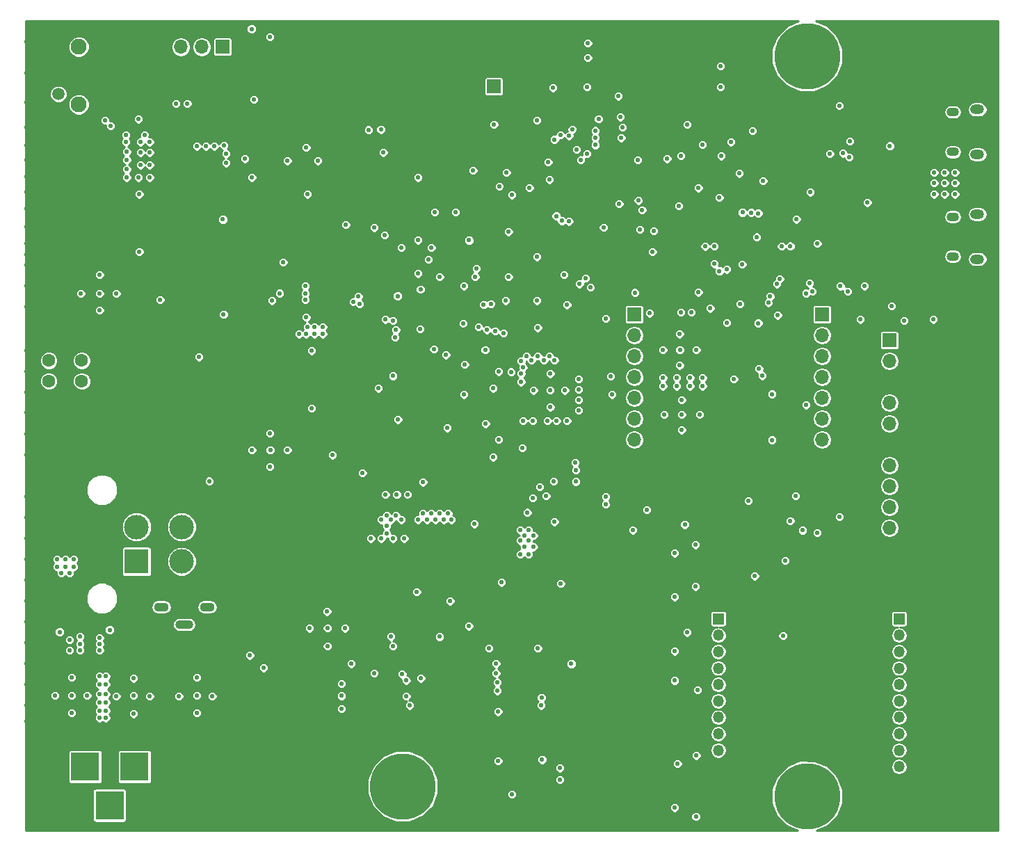
<source format=gbr>
G04 #@! TF.FileFunction,Copper,L2,Inr,Plane*
%FSLAX46Y46*%
G04 Gerber Fmt 4.6, Leading zero omitted, Abs format (unit mm)*
G04 Created by KiCad (PCBNEW 4.0.7) date 12/12/18 15:38:43*
%MOMM*%
%LPD*%
G01*
G04 APERTURE LIST*
%ADD10C,0.100000*%
%ADD11O,1.800000X1.100000*%
%ADD12O,2.200000X1.100000*%
%ADD13C,1.600000*%
%ADD14C,0.558800*%
%ADD15C,8.000000*%
%ADD16O,1.500000X1.100000*%
%ADD17O,1.700000X1.200000*%
%ADD18R,3.500000X3.500000*%
%ADD19R,3.000000X3.000000*%
%ADD20C,3.000000*%
%ADD21R,1.350000X1.350000*%
%ADD22O,1.350000X1.350000*%
%ADD23R,1.700000X1.700000*%
%ADD24O,1.700000X1.700000*%
%ADD25C,1.498000*%
%ADD26C,1.950000*%
%ADD27C,0.254000*%
G04 APERTURE END LIST*
D10*
D11*
X17012020Y-71823020D03*
X22612020Y-71823020D03*
D12*
X19812020Y-73973020D03*
D13*
X3325000Y-44332600D03*
X3325000Y-41832600D03*
X3325000Y-46832600D03*
X3325000Y-51832600D03*
X7325000Y-41832600D03*
X7325000Y-44332600D03*
X7325000Y-46832600D03*
X7325000Y-51832600D03*
D14*
X22098020Y-76454020D03*
X17907020Y-73787020D03*
X17018020Y-73025020D03*
X23876020Y-72644020D03*
X22860020Y-73152020D03*
X24003020Y-69723020D03*
X24003020Y-70485020D03*
X22479020Y-69088020D03*
X23241020Y-70485020D03*
X23241020Y-69723020D03*
X5842020Y-67691020D03*
X4826020Y-67691020D03*
X4318020Y-66929020D03*
X4318020Y-66040020D03*
X6350020Y-66929020D03*
X5334020Y-66929020D03*
X6350020Y-66040020D03*
X25781020Y-9525020D03*
D15*
X95646240Y-4762500D03*
X95646240Y-94853760D03*
D14*
X64008020Y-55753020D03*
X65405020Y-55753020D03*
X48895020Y-60452020D03*
X49911020Y-60452020D03*
X50927020Y-60452020D03*
X51943020Y-60452020D03*
X52324020Y-61214020D03*
X51435020Y-61214020D03*
X50419020Y-61214020D03*
X49403020Y-61214020D03*
X48260020Y-61214020D03*
X44450020Y-62865020D03*
X44450020Y-61976020D03*
X44450020Y-60706020D03*
X45593020Y-60706020D03*
X46228020Y-61214020D03*
X44958020Y-61214020D03*
X43815020Y-61214020D03*
X42545020Y-63500020D03*
X43815020Y-63500020D03*
X45212020Y-63500020D03*
X46609020Y-63500020D03*
X45593020Y-28829020D03*
X70231020Y-55880020D03*
X67437020Y-58928020D03*
X49657020Y-13335020D03*
X12065020Y-52959020D03*
X23622020Y-68961020D03*
X4699020Y-71247020D03*
X2540020Y-67310020D03*
X635020Y-85725020D03*
X635020Y-83820020D03*
X635020Y-81280020D03*
X635020Y-78740020D03*
X635020Y-76200020D03*
X635020Y-73660020D03*
X635020Y-71120020D03*
X635020Y-68580020D03*
X635020Y-66040020D03*
X635020Y-63500020D03*
X635020Y-60960020D03*
X635020Y-58420020D03*
X635020Y-53340020D03*
X635020Y-50800020D03*
X635020Y-48133020D03*
X635020Y-45720020D03*
X635020Y-43180020D03*
X635020Y-40640020D03*
X635020Y-35306020D03*
X635020Y-32766020D03*
X87122020Y-27686020D03*
X68961020Y-50292020D03*
X58674020Y-40132020D03*
X52324020Y-37719020D03*
X46863020Y-41402020D03*
X113665020Y-18923020D03*
X113665020Y-20193020D03*
X112395020Y-20193020D03*
X112395020Y-18923020D03*
X111125020Y-18923020D03*
X111125020Y-20193020D03*
X112395020Y-21590020D03*
X113665020Y-21590020D03*
X111125020Y-21590020D03*
X21336020Y-84709020D03*
X21336020Y-80391020D03*
X19177020Y-82677020D03*
X23241020Y-82677020D03*
X21336020Y-82618020D03*
X5334020Y-66040020D03*
X14986020Y-14351020D03*
X15621020Y-15240020D03*
X14478020Y-15240020D03*
X15621020Y-16510020D03*
X14478020Y-16510020D03*
X14478020Y-18034020D03*
X15621020Y-18034020D03*
X15621020Y-19558020D03*
X14224020Y-19558020D03*
X12827020Y-19558020D03*
X12827020Y-18542020D03*
X12827020Y-17399020D03*
X12827020Y-16383020D03*
X12700020Y-15240020D03*
X12700020Y-14351020D03*
X33782020Y-38608020D03*
X34671020Y-38608020D03*
X35687020Y-38608020D03*
X36703020Y-38608020D03*
X36703020Y-37719020D03*
X35687020Y-37719020D03*
X34798020Y-37719020D03*
X34671020Y-36576020D03*
X34544020Y-34417020D03*
X34544020Y-33655020D03*
X34544020Y-32766020D03*
X76200020Y-73406020D03*
X70358020Y-76962020D03*
X67564020Y-74676020D03*
X72390020Y-69596020D03*
X76708020Y-65024020D03*
X70866020Y-64008020D03*
X68326020Y-68580020D03*
X107950020Y-12446020D03*
X107950020Y-19050020D03*
X113030020Y-37084020D03*
X112522020Y-44450020D03*
X112522020Y-53848020D03*
X112268020Y-64516020D03*
X103886020Y-68580020D03*
X98044020Y-74168020D03*
X100330020Y-80518020D03*
X91694020Y-80518020D03*
X37592020Y-98806020D03*
X57912020Y-98552020D03*
X62230020Y-98806020D03*
X66294020Y-98806020D03*
X70612020Y-98806020D03*
X74676020Y-98806020D03*
X78740020Y-98806020D03*
X81026020Y-98806020D03*
X85344020Y-98806020D03*
X109220020Y-98806020D03*
X114046020Y-98806020D03*
X118618020Y-98806020D03*
X118618020Y-93726020D03*
X118618020Y-89154020D03*
X118618020Y-84074020D03*
X118618020Y-79502020D03*
X118618020Y-75438020D03*
X118618020Y-71628020D03*
X118618020Y-67564020D03*
X118618020Y-63500020D03*
X118618020Y-59690020D03*
X118618020Y-55626020D03*
X118618020Y-51816020D03*
X118618020Y-48006020D03*
X118618020Y-44450020D03*
X118618020Y-41148020D03*
X118618020Y-37084020D03*
X118618020Y-33274020D03*
X118618020Y-30226020D03*
X118618020Y-23114020D03*
X118618020Y-17526020D03*
X118618020Y-10668020D03*
X105410020Y-7874020D03*
X102870020Y-7874020D03*
X103505020Y-4064020D03*
X105410020Y-4064020D03*
X107696020Y-5842020D03*
X110744020Y-5842020D03*
X113792020Y-4318020D03*
X116332020Y-5842020D03*
X114808020Y-7366020D03*
X118618020Y-7620020D03*
X118618020Y-5080020D03*
X118618020Y-2540020D03*
X115570020Y-762020D03*
X111760020Y-762020D03*
X107696020Y-762020D03*
X86106020Y-2540020D03*
X83058020Y-762020D03*
X79248020Y-762020D03*
X75438020Y-762020D03*
X71882020Y-762020D03*
X68072020Y-762020D03*
X64262020Y-762020D03*
X60960020Y-762020D03*
X57150020Y-762020D03*
X52832020Y-762020D03*
X49276020Y-762020D03*
X45212020Y-762020D03*
X26416020Y-762020D03*
X22860020Y-762020D03*
X19050020Y-762020D03*
X15494020Y-762020D03*
X11938020Y-762020D03*
X7874020Y-762020D03*
X3556020Y-762020D03*
X635020Y-3048020D03*
X635020Y-6858020D03*
X635020Y-10414020D03*
X635020Y-13462020D03*
X44323020Y-58133000D03*
X46990020Y-58133000D03*
X45687000Y-58133000D03*
X9525020Y-31369020D03*
X9525020Y-35687020D03*
X7239020Y-33655020D03*
X11557020Y-33655020D03*
X9525020Y-33655020D03*
X30226020Y-50673020D03*
X30226020Y-54737020D03*
X28067020Y-52705020D03*
X32385020Y-52705020D03*
X30285020Y-52705020D03*
X56515020Y-88519020D03*
X60198020Y-87757020D03*
X59944020Y-89154020D03*
X66167020Y-79375020D03*
X65278020Y-78232020D03*
X64008020Y-77216020D03*
X69215020Y-81280020D03*
X70612020Y-81153020D03*
X71882020Y-81153020D03*
X73406020Y-81153020D03*
X75184020Y-81153020D03*
X76962020Y-81153020D03*
X78613020Y-81153020D03*
X80010020Y-91821020D03*
X80010020Y-93218020D03*
X78232020Y-93218020D03*
X76581020Y-93218020D03*
X75057020Y-93218020D03*
X73279020Y-93218020D03*
X71628020Y-93218020D03*
X69850020Y-93218020D03*
X68326020Y-93218020D03*
X67437020Y-94361020D03*
X66040020Y-94742020D03*
X64262020Y-94742020D03*
X62611020Y-94742020D03*
X39370020Y-42672020D03*
X39370020Y-48768020D03*
X40005020Y-45720020D03*
X38862020Y-45720020D03*
X96901020Y-27559020D03*
X99695020Y-32766020D03*
X102616020Y-32766020D03*
X60833020Y-44450020D03*
X60833020Y-43434020D03*
X61087020Y-42672020D03*
X60833020Y-41910020D03*
X61468020Y-41275020D03*
X62103020Y-41783020D03*
X62865020Y-41275020D03*
X63627020Y-41783020D03*
X64262020Y-41275020D03*
X64897020Y-41783020D03*
X67818020Y-44069020D03*
X67818020Y-45339020D03*
X67818020Y-46609020D03*
X67818020Y-47879020D03*
X61087020Y-49149020D03*
X62230020Y-49149020D03*
X64008020Y-49149020D03*
X65151020Y-49149020D03*
X66421020Y-49149020D03*
X64389020Y-43434020D03*
X64389020Y-47498020D03*
X62357020Y-45466020D03*
X66167020Y-45466020D03*
X64357347Y-45446195D03*
X78105020Y-40513020D03*
X80137020Y-38608020D03*
X80137020Y-42418020D03*
X82169020Y-40513020D03*
X80152020Y-40512020D03*
X78105020Y-44958020D03*
X78105020Y-43942020D03*
X79756020Y-43942020D03*
X79756020Y-44958020D03*
X81407020Y-44958020D03*
X81407020Y-43942020D03*
X82931020Y-43942020D03*
X82931020Y-44958020D03*
X80391020Y-46609020D03*
X80391020Y-50292020D03*
X78232020Y-48387020D03*
X82550020Y-48387020D03*
X80391020Y-48387020D03*
X10287020Y-85344020D03*
X9525020Y-85344020D03*
X10287020Y-84455020D03*
X9525020Y-84455020D03*
X10287020Y-83439020D03*
X9525020Y-83439020D03*
X10287020Y-82423020D03*
X9525020Y-82423020D03*
X10287020Y-81280020D03*
X9525020Y-81280020D03*
X10287020Y-80264020D03*
X9525020Y-80264020D03*
X6096020Y-84709020D03*
X6096020Y-80391020D03*
X4064020Y-82618020D03*
X8001020Y-82618020D03*
X6096020Y-82618020D03*
X11557020Y-82677020D03*
X15621020Y-82677020D03*
X13650000Y-84836020D03*
X13650000Y-80518020D03*
X13650000Y-82618020D03*
X37211020Y-72390020D03*
X35052020Y-74422020D03*
X39370020Y-74422020D03*
X37237000Y-76581020D03*
X37237000Y-74389000D03*
X38956000Y-81153020D03*
X38956000Y-84201020D03*
X38956000Y-82644000D03*
X5842020Y-75819020D03*
X5842020Y-77089020D03*
X7112020Y-77089020D03*
X7112020Y-76327020D03*
X7112020Y-75438020D03*
X9525020Y-75565020D03*
X9525020Y-76327020D03*
X9525020Y-77089020D03*
X24892020Y-17780020D03*
X24892020Y-16637020D03*
X24638020Y-15621020D03*
X23495020Y-15748020D03*
X22479020Y-15748020D03*
X21336020Y-15748020D03*
X20193020Y-10541020D03*
X18796020Y-10541020D03*
X48641020Y-80518020D03*
X54483020Y-74168020D03*
X65659020Y-68961020D03*
X64897020Y-61468020D03*
X62230020Y-58547020D03*
X56515020Y-49530020D03*
X57404020Y-53594020D03*
X57404020Y-45212020D03*
X53975020Y-42291020D03*
X51689020Y-41148020D03*
X48514020Y-37973020D03*
X27178020Y-17272020D03*
X32385020Y-17526020D03*
X34798020Y-21590020D03*
X39497020Y-25273020D03*
X41021020Y-34036020D03*
X40386020Y-34671020D03*
X41148020Y-34925020D03*
X44323020Y-36830020D03*
X45212020Y-36957020D03*
X45593020Y-38100020D03*
X45466020Y-38989020D03*
X43434020Y-45212020D03*
X63881020Y-58293020D03*
X61722020Y-62484020D03*
X60706020Y-62484020D03*
X61214020Y-63119020D03*
X62357020Y-63119020D03*
X61722020Y-63754020D03*
X60706020Y-63754020D03*
X61214020Y-64516020D03*
X62357020Y-64516020D03*
X61722020Y-65405020D03*
X60706020Y-65405020D03*
X57785020Y-78740020D03*
X57785020Y-79883020D03*
X57912020Y-81026020D03*
X57912020Y-82042020D03*
X46863020Y-80772020D03*
X46863020Y-82677020D03*
X47244020Y-83820020D03*
X25781020Y-8763020D03*
X84582020Y-43815020D03*
X91186020Y-38608020D03*
X91440020Y-50165020D03*
X89281020Y-47625020D03*
X89281020Y-51562020D03*
X86614020Y-53721020D03*
X84582020Y-53721020D03*
X83566020Y-53721020D03*
X82677020Y-53721020D03*
X80264020Y-53594020D03*
X80264020Y-52451020D03*
X80645020Y-54610020D03*
X80645020Y-56769020D03*
X80645020Y-57658020D03*
X98552020Y-27559020D03*
X97409020Y-32258020D03*
X103632020Y-32766020D03*
X110490020Y-31623020D03*
X117729020Y-21844020D03*
X117729020Y-20828020D03*
X117729020Y-19812020D03*
X117729020Y-18923020D03*
X59817020Y-3937020D03*
X54737020Y-3937020D03*
X49403020Y-3937020D03*
X13716020Y-8128020D03*
X12827020Y-8128020D03*
X14097020Y-7366020D03*
X13208020Y-7366020D03*
X12319020Y-7366020D03*
X2286020Y-15113020D03*
X635020Y-15621020D03*
X635020Y-17399020D03*
X635020Y-19431020D03*
X635020Y-21336020D03*
X635020Y-23368020D03*
X635020Y-25527020D03*
X635020Y-27559020D03*
X635020Y-28956020D03*
X635020Y-30226020D03*
X19431020Y-32766020D03*
X19431020Y-34417020D03*
X19431020Y-35941020D03*
X19431020Y-37338020D03*
X18034020Y-37338020D03*
X16510020Y-37338020D03*
X15240020Y-37338020D03*
X13970020Y-37338020D03*
X12446020Y-37338020D03*
X10922020Y-37338020D03*
X5461020Y-35179020D03*
X5461020Y-33909020D03*
X4572020Y-32893020D03*
X3683020Y-32131020D03*
X2921020Y-31496020D03*
X17526020Y-15748020D03*
X18542020Y-16764020D03*
X18542020Y-17653020D03*
X18415020Y-19304020D03*
X18415020Y-20193020D03*
X16510020Y-22479020D03*
X16637020Y-23622020D03*
X15748020Y-23622020D03*
X14859020Y-23622020D03*
X13716020Y-23622020D03*
X12954020Y-23622020D03*
X18415020Y-22352020D03*
X19304020Y-22098020D03*
X18415020Y-23622020D03*
X19050020Y-26670020D03*
X17780020Y-26670020D03*
X18415020Y-29718020D03*
X24638020Y-28702020D03*
X21463020Y-29591020D03*
X20320020Y-29591020D03*
X16383020Y-29718020D03*
X15113020Y-29718020D03*
X12954020Y-30099020D03*
X19050020Y-30607020D03*
X17907020Y-30607020D03*
X17907020Y-31623020D03*
X17907020Y-32512020D03*
X16891020Y-32512020D03*
X15875020Y-32512020D03*
X9144020Y-64008020D03*
X8255020Y-64008020D03*
X7493020Y-63881020D03*
X6985020Y-63373020D03*
X7493020Y-62865020D03*
X6985020Y-62103020D03*
X7493020Y-61595020D03*
X8001020Y-62103020D03*
X8509020Y-61595020D03*
X9017020Y-62103020D03*
X9525020Y-61595020D03*
X51181020Y-44704020D03*
X29464020Y-36830020D03*
X28321020Y-35560020D03*
X26924020Y-35687020D03*
X25781020Y-36830020D03*
X38862020Y-34798020D03*
X37973020Y-34798020D03*
X39116020Y-35814020D03*
X39116020Y-36830020D03*
X39116020Y-38227020D03*
X39116020Y-39116020D03*
X39878020Y-41783020D03*
X39116020Y-41783020D03*
X37465020Y-42418020D03*
X36576020Y-42672020D03*
X35814020Y-42672020D03*
X34671020Y-42672020D03*
X33909020Y-42672020D03*
X39116020Y-56515020D03*
X37592020Y-56515020D03*
X35941020Y-56515020D03*
X34417020Y-56515020D03*
X32893020Y-56515020D03*
X31369020Y-56515020D03*
X30099020Y-56515020D03*
X24130020Y-56769020D03*
X25146020Y-56515020D03*
X26797020Y-56515020D03*
X28321020Y-56515020D03*
X44831020Y-77978020D03*
X43561020Y-77978020D03*
X42164020Y-77978020D03*
X40894020Y-77978020D03*
X39116020Y-77978020D03*
X37338020Y-77978020D03*
X35560020Y-77978020D03*
X33909020Y-77978020D03*
X32766020Y-77851020D03*
X31750020Y-76962020D03*
X30988020Y-76200020D03*
X29972020Y-75692020D03*
X27432020Y-73660020D03*
X26543020Y-72898020D03*
X25654020Y-72009020D03*
X25654020Y-70739020D03*
X25654020Y-69596020D03*
X25654020Y-68199020D03*
X24003020Y-66421020D03*
X24003020Y-64643020D03*
X24003020Y-63119020D03*
X34671020Y-70358020D03*
X36068020Y-70358020D03*
X37973020Y-70358020D03*
X39624020Y-70358020D03*
X39624020Y-68961020D03*
X40132020Y-67310020D03*
X39116020Y-67310020D03*
X37846020Y-67310020D03*
X41656020Y-68707020D03*
X43561020Y-68707020D03*
X41910020Y-66548020D03*
X42926020Y-66548020D03*
X43942020Y-66548020D03*
X45085020Y-66548020D03*
X46228020Y-66548020D03*
X47244020Y-66548020D03*
X48260020Y-66294020D03*
X51689020Y-66294020D03*
X50800020Y-66294020D03*
X53086020Y-66294020D03*
X54102020Y-66294020D03*
X54991020Y-66421020D03*
X54991020Y-65278020D03*
X47244020Y-86868020D03*
X47244020Y-85852020D03*
X42037020Y-87757020D03*
X54229020Y-57785020D03*
X54229020Y-58928020D03*
X55626020Y-58928020D03*
X56769020Y-58928020D03*
X57912020Y-58928020D03*
X64008020Y-54102020D03*
X53086020Y-48768020D03*
X53213020Y-51435020D03*
X50673020Y-48514020D03*
X49022020Y-48641020D03*
X42799020Y-48514020D03*
X41529020Y-48641020D03*
X39751020Y-52070020D03*
X38735020Y-52070020D03*
X39751020Y-50927020D03*
X38735020Y-50927020D03*
X40005020Y-49657020D03*
X38735020Y-49657020D03*
X37084020Y-51562020D03*
X37211020Y-49149020D03*
X36195020Y-49149020D03*
X14859020Y-48554437D03*
X21971020Y-60071020D03*
X23749020Y-60833020D03*
X23495020Y-58928020D03*
X22860020Y-58420020D03*
X23368020Y-57658020D03*
X22352020Y-57658020D03*
X48387020Y-77851020D03*
X53340020Y-67437020D03*
X59436020Y-73406020D03*
X55245020Y-76200020D03*
X56896020Y-80391020D03*
X73914020Y-78740020D03*
X67437020Y-85598020D03*
X68326020Y-86741020D03*
X67310020Y-86741020D03*
X64897020Y-87376020D03*
X64897020Y-88392020D03*
X62357020Y-88138020D03*
X63119020Y-85725020D03*
X60325020Y-86106020D03*
X59055020Y-86106020D03*
X58039020Y-86106020D03*
X55245020Y-86106020D03*
X56007020Y-97409020D03*
X56007020Y-96012020D03*
X55753020Y-94742020D03*
X56007020Y-98552020D03*
X51308020Y-87757020D03*
X37338020Y-95250020D03*
X35306020Y-93726020D03*
X34036020Y-93726020D03*
X32766020Y-93726020D03*
X31496020Y-93726020D03*
X31496020Y-95250020D03*
X31496020Y-96520020D03*
X36322020Y-95758020D03*
X36322020Y-96774020D03*
X36322020Y-97790020D03*
X35306020Y-97790020D03*
X34290020Y-97790020D03*
X33020020Y-97790020D03*
D16*
X113380000Y-29170000D03*
X113380000Y-24330000D03*
D17*
X116380000Y-29480000D03*
X116380000Y-24020000D03*
D18*
X13750000Y-91281900D03*
X7750000Y-91281900D03*
X10750000Y-95981900D03*
D19*
X14000000Y-66278800D03*
D20*
X14000000Y-62078800D03*
X19500000Y-66278800D03*
X19500000Y-62078800D03*
D21*
X84838000Y-73270000D03*
D22*
X84838000Y-75270000D03*
X84838000Y-77270000D03*
X84838000Y-79270000D03*
X84838000Y-81270000D03*
X84838000Y-83270000D03*
X84838000Y-85270000D03*
X84838000Y-87270000D03*
X84838000Y-89270000D03*
X84838000Y-91270000D03*
D21*
X106838000Y-73270000D03*
D22*
X106838000Y-75270000D03*
X106838000Y-77270000D03*
X106838000Y-79270000D03*
X106838000Y-81270000D03*
X106838000Y-83270000D03*
X106838000Y-85270000D03*
X106838000Y-87270000D03*
X106838000Y-89270000D03*
X106838000Y-91270000D03*
D23*
X74614000Y-36230000D03*
D24*
X74614000Y-38770000D03*
X74614000Y-41310000D03*
X74614000Y-43850000D03*
X74614000Y-46390000D03*
X74614000Y-48930000D03*
X74614000Y-51470000D03*
X74614000Y-54010000D03*
D23*
X97474000Y-36230000D03*
D24*
X97474000Y-38770000D03*
X97474000Y-41310000D03*
X97474000Y-43850000D03*
X97474000Y-46390000D03*
X97474000Y-48930000D03*
X97474000Y-51470000D03*
X97474000Y-54010000D03*
D23*
X57498000Y-8476000D03*
D24*
X60038000Y-8476000D03*
D23*
X24478000Y-3650000D03*
D24*
X21938000Y-3650000D03*
X19398000Y-3650000D03*
D23*
X105664000Y-39370000D03*
D24*
X105664000Y-41910000D03*
X105664000Y-44450000D03*
X105664000Y-46990000D03*
X105664000Y-49530000D03*
X105664000Y-52070000D03*
X105664000Y-54610000D03*
X105664000Y-57150000D03*
X105664000Y-59690000D03*
X105664000Y-62230000D03*
D25*
X4500000Y-4893800D03*
X4500000Y-9393800D03*
D26*
X6990000Y-3638800D03*
X6990000Y-10648800D03*
D16*
X113380000Y-16420000D03*
X113380000Y-11580000D03*
D17*
X116380000Y-16730000D03*
X116380000Y-11270000D03*
D15*
X46433740Y-93662500D03*
D14*
X31750020Y-97790020D03*
X49562317Y-29529186D03*
X22425384Y-10544358D03*
X17794337Y-9924577D03*
X83676705Y-33929266D03*
X81661020Y-29972020D03*
X77171260Y-33674701D03*
X16173371Y-48779420D03*
X42672020Y-18542020D03*
X38608020Y-20955020D03*
X41291224Y-20811816D03*
X34925020Y-25781020D03*
X26785132Y-84697132D03*
X89408020Y-71628020D03*
X85979020Y-65532020D03*
X89154020Y-66548020D03*
X98171020Y-67564020D03*
X93599020Y-64643020D03*
X98298020Y-62103020D03*
X96686097Y-57443097D03*
X81915020Y-22987020D03*
X88264782Y-35813782D03*
X90805020Y-26797020D03*
X100584020Y-36830020D03*
X106807020Y-33401020D03*
X108331020Y-35179020D03*
X113919020Y-33020020D03*
X113919020Y-31496020D03*
X112014020Y-25400020D03*
X97867082Y-24588082D03*
X110744020Y-8128020D03*
X110744020Y-9652020D03*
X112014020Y-12700020D03*
X105118082Y-21552082D03*
X100838020Y-18161020D03*
X105283020Y-11430020D03*
X105029020Y-9525020D03*
X104876082Y-15214082D03*
X102743020Y-12573020D03*
X101219020Y-12700020D03*
X99987680Y-11430020D03*
X96139020Y-11684020D03*
X96012020Y-18034020D03*
X90297020Y-18542020D03*
X88519020Y-18923020D03*
X79883020Y-20828020D03*
X76962020Y-12192020D03*
X80518020Y-9652020D03*
X80518020Y-7112020D03*
X61066000Y-12721040D03*
X52705020Y-21463020D03*
X73279020Y-24892020D03*
X70993020Y-30480020D03*
X69173944Y-35645944D03*
X64388921Y-31496111D03*
X53848020Y-34036020D03*
X58133000Y-33368000D03*
X45466020Y-25146020D03*
X46101020Y-22606020D03*
X47117020Y-19304020D03*
X50800020Y-27559020D03*
X65278020Y-25527020D03*
X72390020Y-21463020D03*
X65659020Y-17907020D03*
X63881020Y-8636020D03*
X11430020Y-5080020D03*
X13810000Y-5174000D03*
X15494020Y-42164020D03*
X22987020Y-52832020D03*
X17018020Y-53721020D03*
X21463020Y-46928688D03*
X44099822Y-32766020D03*
X54495020Y-28690020D03*
X60960020Y-37719020D03*
X60833020Y-51054020D03*
X27940020Y-79248020D03*
X31623020Y-82296020D03*
X45382000Y-71544000D03*
X42016000Y-75671000D03*
X58801020Y-67945020D03*
X43434020Y-87884020D03*
X42926020Y-79883020D03*
X63108466Y-57202068D03*
X44958020Y-75438020D03*
X50192593Y-40424447D03*
X46355020Y-80010020D03*
X79502020Y-96266020D03*
X79883020Y-90914020D03*
X79514020Y-80784020D03*
X79502020Y-77216020D03*
X79502020Y-70612020D03*
X79502020Y-65278020D03*
X42251520Y-13740020D03*
X28003520Y-1460520D03*
X45783520Y-33972520D03*
X56451520Y-40513020D03*
X58102520Y-43180020D03*
X58102520Y-51435020D03*
X74422020Y-62484020D03*
X91374813Y-51494450D03*
X56896020Y-76835020D03*
X50914321Y-75450719D03*
X58420020Y-68834020D03*
X40132020Y-78740020D03*
X21590020Y-41402020D03*
X42926020Y-25654020D03*
X31877020Y-29879054D03*
X62865020Y-37846020D03*
X29464020Y-79248020D03*
X59690020Y-94615020D03*
X62865020Y-76835020D03*
X71127360Y-59325640D03*
X71127360Y-58420020D03*
X65532020Y-91440020D03*
X65532020Y-92837020D03*
X71127360Y-36699834D03*
X56642020Y-38100020D03*
X57134964Y-34932119D03*
X53848020Y-32766020D03*
X30224729Y-2415075D03*
X89008039Y-13837036D03*
X83861892Y-35479386D03*
X102997020Y-22606020D03*
X84963020Y-21971020D03*
X61849020Y-20802600D03*
X82105520Y-97345520D03*
X82169020Y-89916020D03*
X82296020Y-81915020D03*
X81026020Y-74930020D03*
X82042020Y-69342020D03*
X82042020Y-64262020D03*
X89281020Y-68072020D03*
X95111020Y-62496020D03*
X94234020Y-58293020D03*
X95504020Y-47244020D03*
X80010020Y-22987020D03*
X82423020Y-33528020D03*
X102108020Y-36830020D03*
X110998020Y-36830020D03*
X94361020Y-24638020D03*
X105719571Y-15692469D03*
X99568020Y-10795020D03*
X98425020Y-16637020D03*
X90297020Y-19939020D03*
X87376020Y-19050020D03*
X85090020Y-8509020D03*
X85090020Y-5969020D03*
X62738020Y-12573020D03*
X66040020Y-31369020D03*
X66421020Y-35052020D03*
X54495020Y-27190020D03*
X72771020Y-22733020D03*
X73177440Y-13436600D03*
X64706520Y-8636020D03*
X68834020Y-8509020D03*
X68961020Y-4953020D03*
X68961020Y-3175020D03*
X57531020Y-13081020D03*
X43751520Y-13716020D03*
X48577520Y-33147020D03*
X57658020Y-38227020D03*
X59602520Y-43204020D03*
X60960020Y-52451020D03*
X64770020Y-56515020D03*
X76124520Y-60019520D03*
X62738020Y-34544020D03*
X58928020Y-34544020D03*
X55245020Y-31623020D03*
X50927020Y-31623020D03*
X48260020Y-27178020D03*
X50292020Y-23749020D03*
X48260020Y-19558020D03*
X14224020Y-12446020D03*
X14351020Y-21590020D03*
X24523020Y-24650020D03*
X35306020Y-40640020D03*
X45224020Y-43700020D03*
X24603953Y-36186236D03*
X22895633Y-56496849D03*
X52832020Y-23749020D03*
X53756544Y-37292982D03*
X87456319Y-34951426D03*
X87772750Y-23801647D03*
X87757020Y-30099020D03*
X86360020Y-15240020D03*
X61595020Y-60314020D03*
X48895020Y-56642020D03*
X55626020Y-37719020D03*
X56273797Y-35033433D03*
X49911020Y-28067020D03*
X58674020Y-38481020D03*
X67505931Y-55157317D03*
X92693732Y-75311020D03*
X99568020Y-60833020D03*
X89704731Y-37270742D03*
X91948020Y-32512020D03*
X71706556Y-43749665D03*
X65770456Y-24822288D03*
X76456392Y-36070225D03*
X75296213Y-25893213D03*
X70847638Y-25613814D03*
X65090122Y-24232048D03*
X71882020Y-45974020D03*
X76962020Y-26035020D03*
X66675020Y-24892020D03*
X84974681Y-30921930D03*
X83214356Y-27941669D03*
X54991020Y-18669020D03*
X84332499Y-30058730D03*
X84328529Y-27906851D03*
X59055020Y-18923020D03*
X107442020Y-36957020D03*
X105918020Y-35179020D03*
X68083821Y-17387219D03*
X75017486Y-17431451D03*
X78613020Y-17272020D03*
X59691217Y-21673617D03*
X69864224Y-15593706D03*
X73025020Y-14732020D03*
X69845278Y-14703253D03*
X72898020Y-12192020D03*
X69845278Y-13831745D03*
X72644020Y-9652020D03*
X28067020Y-19558020D03*
X34671020Y-15875020D03*
X67422888Y-54243152D03*
X45847020Y-49022020D03*
X27813020Y-77724020D03*
X10731520Y-74612520D03*
X4635520Y-74866520D03*
X85171223Y-16936817D03*
X45228020Y-76581020D03*
X58039020Y-84582020D03*
X58039020Y-90551020D03*
X10160020Y-12573020D03*
X10868119Y-13269650D03*
X30480020Y-34544020D03*
X31442357Y-33636182D03*
X100788025Y-17070717D03*
X100019616Y-16594268D03*
X96012020Y-21336020D03*
X92527102Y-27904300D03*
X92964020Y-66182407D03*
X93604101Y-27884509D03*
X96887609Y-62810243D03*
X93599020Y-61341020D03*
X85852020Y-30734020D03*
X70251962Y-12425078D03*
X58166020Y-20609580D03*
X48133020Y-69977020D03*
X41529020Y-55499020D03*
X55118020Y-61722020D03*
X52197020Y-71120020D03*
X67505931Y-56569519D03*
X64262020Y-19812020D03*
X46228020Y-28067020D03*
X48260020Y-31242020D03*
X36068020Y-17526020D03*
X44069020Y-16510020D03*
X55372020Y-30607020D03*
X44188359Y-26580609D03*
X59309020Y-31623020D03*
X59309020Y-26162020D03*
X80747390Y-61806364D03*
X69253085Y-32905784D03*
X88510955Y-58919955D03*
X68691202Y-31811033D03*
X80264020Y-16891020D03*
X67564020Y-16129020D03*
X82423020Y-20828020D03*
X68834020Y-16637020D03*
X82896402Y-15561210D03*
X64897020Y-14919980D03*
X64135020Y-17653020D03*
X75085528Y-22352020D03*
X89707762Y-23892252D03*
X65659020Y-14351020D03*
X89524020Y-26786020D03*
X28314449Y-10035948D03*
X66675020Y-14478020D03*
X74674520Y-33552451D03*
X67945020Y-32512020D03*
X67036829Y-13690361D03*
X81026020Y-13081020D03*
X88835330Y-23810098D03*
X75565020Y-23495020D03*
X100838020Y-15113020D03*
X66941020Y-78752020D03*
X63246020Y-83820020D03*
X53848020Y-45974020D03*
X51816020Y-50038020D03*
X63385020Y-90424020D03*
X63307020Y-82870020D03*
X37846020Y-53340020D03*
X35306020Y-47625020D03*
X16891020Y-34417020D03*
X14351020Y-28575020D03*
X90170020Y-43688020D03*
X91375827Y-45909827D03*
X80264020Y-35941020D03*
X95917854Y-32399134D03*
X92329020Y-31877020D03*
X89789020Y-42799020D03*
X86741020Y-44069020D03*
X85852020Y-37211020D03*
X81534020Y-35941020D03*
X90932020Y-34798020D03*
X95506325Y-33629969D03*
X91149782Y-34012020D03*
X76835020Y-28575020D03*
X96266020Y-33401020D03*
X62738020Y-29210020D03*
X100584020Y-33401020D03*
X92075020Y-36322020D03*
D27*
G36*
X93196583Y-1089394D02*
X91977415Y-2306436D01*
X91316793Y-3897391D01*
X91315290Y-5620051D01*
X91973134Y-7212157D01*
X93190176Y-8431325D01*
X94781131Y-9091947D01*
X96503791Y-9093450D01*
X98095897Y-8435606D01*
X99315065Y-7218564D01*
X99975687Y-5627609D01*
X99977190Y-3904949D01*
X99319346Y-2312843D01*
X98102304Y-1093675D01*
X96691890Y-508020D01*
X118872020Y-508020D01*
X118872020Y-99060020D01*
X96805564Y-99060020D01*
X98095897Y-98526866D01*
X99315065Y-97309824D01*
X99975687Y-95718869D01*
X99977190Y-93996209D01*
X99319346Y-92404103D01*
X98102304Y-91184935D01*
X96511349Y-90524313D01*
X94788689Y-90522810D01*
X93196583Y-91180654D01*
X91977415Y-92397696D01*
X91316793Y-93988651D01*
X91315290Y-95711311D01*
X91973134Y-97303417D01*
X93190176Y-98522585D01*
X94484464Y-99060020D01*
X508020Y-99060020D01*
X508020Y-94231900D01*
X8663331Y-94231900D01*
X8663331Y-97731900D01*
X8686356Y-97854265D01*
X8758673Y-97966649D01*
X8869017Y-98042044D01*
X9000000Y-98068569D01*
X12500000Y-98068569D01*
X12622365Y-98045544D01*
X12734749Y-97973227D01*
X12810144Y-97862883D01*
X12836669Y-97731900D01*
X12836669Y-94520051D01*
X42102790Y-94520051D01*
X42760634Y-96112157D01*
X43977676Y-97331325D01*
X45568631Y-97991947D01*
X47291291Y-97993450D01*
X48567226Y-97466245D01*
X81495814Y-97466245D01*
X81588425Y-97690380D01*
X81759758Y-97862013D01*
X81983731Y-97955014D01*
X82226245Y-97955226D01*
X82450380Y-97862615D01*
X82622013Y-97691282D01*
X82715014Y-97467309D01*
X82715226Y-97224795D01*
X82622615Y-97000660D01*
X82451282Y-96829027D01*
X82227309Y-96736026D01*
X81984795Y-96735814D01*
X81760660Y-96828425D01*
X81589027Y-96999758D01*
X81496026Y-97223731D01*
X81495814Y-97466245D01*
X48567226Y-97466245D01*
X48883397Y-97335606D01*
X49833915Y-96386745D01*
X78892314Y-96386745D01*
X78984925Y-96610880D01*
X79156258Y-96782513D01*
X79380231Y-96875514D01*
X79622745Y-96875726D01*
X79846880Y-96783115D01*
X80018513Y-96611782D01*
X80111514Y-96387809D01*
X80111726Y-96145295D01*
X80019115Y-95921160D01*
X79847782Y-95749527D01*
X79623809Y-95656526D01*
X79381295Y-95656314D01*
X79157160Y-95748925D01*
X78985527Y-95920258D01*
X78892526Y-96144231D01*
X78892314Y-96386745D01*
X49833915Y-96386745D01*
X50102565Y-96118564D01*
X50676761Y-94735745D01*
X59080314Y-94735745D01*
X59172925Y-94959880D01*
X59344258Y-95131513D01*
X59568231Y-95224514D01*
X59810745Y-95224726D01*
X60034880Y-95132115D01*
X60206513Y-94960782D01*
X60299514Y-94736809D01*
X60299726Y-94494295D01*
X60207115Y-94270160D01*
X60035782Y-94098527D01*
X59811809Y-94005526D01*
X59569295Y-94005314D01*
X59345160Y-94097925D01*
X59173527Y-94269258D01*
X59080526Y-94493231D01*
X59080314Y-94735745D01*
X50676761Y-94735745D01*
X50763187Y-94527609D01*
X50764556Y-92957745D01*
X64922314Y-92957745D01*
X65014925Y-93181880D01*
X65186258Y-93353513D01*
X65410231Y-93446514D01*
X65652745Y-93446726D01*
X65876880Y-93354115D01*
X66048513Y-93182782D01*
X66141514Y-92958809D01*
X66141726Y-92716295D01*
X66049115Y-92492160D01*
X65877782Y-92320527D01*
X65653809Y-92227526D01*
X65411295Y-92227314D01*
X65187160Y-92319925D01*
X65015527Y-92491258D01*
X64922526Y-92715231D01*
X64922314Y-92957745D01*
X50764556Y-92957745D01*
X50764690Y-92804949D01*
X50250597Y-91560745D01*
X64922314Y-91560745D01*
X65014925Y-91784880D01*
X65186258Y-91956513D01*
X65410231Y-92049514D01*
X65652745Y-92049726D01*
X65876880Y-91957115D01*
X66048513Y-91785782D01*
X66141514Y-91561809D01*
X66141726Y-91319295D01*
X66049115Y-91095160D01*
X65988806Y-91034745D01*
X79273314Y-91034745D01*
X79365925Y-91258880D01*
X79537258Y-91430513D01*
X79761231Y-91523514D01*
X80003745Y-91523726D01*
X80227880Y-91431115D01*
X80399513Y-91259782D01*
X80492514Y-91035809D01*
X80492726Y-90793295D01*
X80400115Y-90569160D01*
X80228782Y-90397527D01*
X80004809Y-90304526D01*
X79762295Y-90304314D01*
X79538160Y-90396925D01*
X79366527Y-90568258D01*
X79273526Y-90792231D01*
X79273314Y-91034745D01*
X65988806Y-91034745D01*
X65877782Y-90923527D01*
X65653809Y-90830526D01*
X65411295Y-90830314D01*
X65187160Y-90922925D01*
X65015527Y-91094258D01*
X64922526Y-91318231D01*
X64922314Y-91560745D01*
X50250597Y-91560745D01*
X50106846Y-91212843D01*
X49566692Y-90671745D01*
X57429314Y-90671745D01*
X57521925Y-90895880D01*
X57693258Y-91067513D01*
X57917231Y-91160514D01*
X58159745Y-91160726D01*
X58383880Y-91068115D01*
X58555513Y-90896782D01*
X58648514Y-90672809D01*
X58648625Y-90544745D01*
X62775314Y-90544745D01*
X62867925Y-90768880D01*
X63039258Y-90940513D01*
X63263231Y-91033514D01*
X63505745Y-91033726D01*
X63729880Y-90941115D01*
X63901513Y-90769782D01*
X63994514Y-90545809D01*
X63994726Y-90303295D01*
X63902115Y-90079160D01*
X63859775Y-90036745D01*
X81559314Y-90036745D01*
X81651925Y-90260880D01*
X81823258Y-90432513D01*
X82047231Y-90525514D01*
X82289745Y-90525726D01*
X82513880Y-90433115D01*
X82685513Y-90261782D01*
X82778514Y-90037809D01*
X82778726Y-89795295D01*
X82686115Y-89571160D01*
X82514782Y-89399527D01*
X82290809Y-89306526D01*
X82048295Y-89306314D01*
X81824160Y-89398925D01*
X81652527Y-89570258D01*
X81559526Y-89794231D01*
X81559314Y-90036745D01*
X63859775Y-90036745D01*
X63730782Y-89907527D01*
X63506809Y-89814526D01*
X63264295Y-89814314D01*
X63040160Y-89906925D01*
X62868527Y-90078258D01*
X62775526Y-90302231D01*
X62775314Y-90544745D01*
X58648625Y-90544745D01*
X58648726Y-90430295D01*
X58556115Y-90206160D01*
X58384782Y-90034527D01*
X58160809Y-89941526D01*
X57918295Y-89941314D01*
X57694160Y-90033925D01*
X57522527Y-90205258D01*
X57429526Y-90429231D01*
X57429314Y-90671745D01*
X49566692Y-90671745D01*
X48889804Y-89993675D01*
X47298849Y-89333053D01*
X45576189Y-89331550D01*
X43984083Y-89989394D01*
X42764915Y-91206436D01*
X42104293Y-92797391D01*
X42102790Y-94520051D01*
X12836669Y-94520051D01*
X12836669Y-94231900D01*
X12813644Y-94109535D01*
X12741327Y-93997151D01*
X12630983Y-93921756D01*
X12500000Y-93895231D01*
X9000000Y-93895231D01*
X8877635Y-93918256D01*
X8765251Y-93990573D01*
X8689856Y-94100917D01*
X8663331Y-94231900D01*
X508020Y-94231900D01*
X508020Y-89531900D01*
X5663331Y-89531900D01*
X5663331Y-93031900D01*
X5686356Y-93154265D01*
X5758673Y-93266649D01*
X5869017Y-93342044D01*
X6000000Y-93368569D01*
X9500000Y-93368569D01*
X9622365Y-93345544D01*
X9734749Y-93273227D01*
X9810144Y-93162883D01*
X9836669Y-93031900D01*
X9836669Y-89531900D01*
X11663331Y-89531900D01*
X11663331Y-93031900D01*
X11686356Y-93154265D01*
X11758673Y-93266649D01*
X11869017Y-93342044D01*
X12000000Y-93368569D01*
X15500000Y-93368569D01*
X15622365Y-93345544D01*
X15734749Y-93273227D01*
X15810144Y-93162883D01*
X15836669Y-93031900D01*
X15836669Y-89531900D01*
X15813644Y-89409535D01*
X15741327Y-89297151D01*
X15630983Y-89221756D01*
X15500000Y-89195231D01*
X12000000Y-89195231D01*
X11877635Y-89218256D01*
X11765251Y-89290573D01*
X11689856Y-89400917D01*
X11663331Y-89531900D01*
X9836669Y-89531900D01*
X9813644Y-89409535D01*
X9741327Y-89297151D01*
X9630983Y-89221756D01*
X9500000Y-89195231D01*
X6000000Y-89195231D01*
X5877635Y-89218256D01*
X5765251Y-89290573D01*
X5689856Y-89400917D01*
X5663331Y-89531900D01*
X508020Y-89531900D01*
X508020Y-84829745D01*
X5486314Y-84829745D01*
X5578925Y-85053880D01*
X5750258Y-85225513D01*
X5974231Y-85318514D01*
X6216745Y-85318726D01*
X6440880Y-85226115D01*
X6612513Y-85054782D01*
X6705514Y-84830809D01*
X6705726Y-84588295D01*
X6613115Y-84364160D01*
X6441782Y-84192527D01*
X6217809Y-84099526D01*
X5975295Y-84099314D01*
X5751160Y-84191925D01*
X5579527Y-84363258D01*
X5486526Y-84587231D01*
X5486314Y-84829745D01*
X508020Y-84829745D01*
X508020Y-82738745D01*
X3454314Y-82738745D01*
X3546925Y-82962880D01*
X3718258Y-83134513D01*
X3942231Y-83227514D01*
X4184745Y-83227726D01*
X4408880Y-83135115D01*
X4580513Y-82963782D01*
X4673514Y-82739809D01*
X4673514Y-82738745D01*
X5486314Y-82738745D01*
X5578925Y-82962880D01*
X5750258Y-83134513D01*
X5974231Y-83227514D01*
X6216745Y-83227726D01*
X6440880Y-83135115D01*
X6612513Y-82963782D01*
X6705514Y-82739809D01*
X6705514Y-82738745D01*
X7391314Y-82738745D01*
X7483925Y-82962880D01*
X7655258Y-83134513D01*
X7879231Y-83227514D01*
X8121745Y-83227726D01*
X8345880Y-83135115D01*
X8517513Y-82963782D01*
X8610514Y-82739809D01*
X8610726Y-82497295D01*
X8518115Y-82273160D01*
X8346782Y-82101527D01*
X8122809Y-82008526D01*
X7880295Y-82008314D01*
X7656160Y-82100925D01*
X7484527Y-82272258D01*
X7391526Y-82496231D01*
X7391314Y-82738745D01*
X6705514Y-82738745D01*
X6705726Y-82497295D01*
X6613115Y-82273160D01*
X6441782Y-82101527D01*
X6217809Y-82008526D01*
X5975295Y-82008314D01*
X5751160Y-82100925D01*
X5579527Y-82272258D01*
X5486526Y-82496231D01*
X5486314Y-82738745D01*
X4673514Y-82738745D01*
X4673726Y-82497295D01*
X4581115Y-82273160D01*
X4409782Y-82101527D01*
X4185809Y-82008526D01*
X3943295Y-82008314D01*
X3719160Y-82100925D01*
X3547527Y-82272258D01*
X3454526Y-82496231D01*
X3454314Y-82738745D01*
X508020Y-82738745D01*
X508020Y-80511745D01*
X5486314Y-80511745D01*
X5578925Y-80735880D01*
X5750258Y-80907513D01*
X5974231Y-81000514D01*
X6216745Y-81000726D01*
X6440880Y-80908115D01*
X6612513Y-80736782D01*
X6705514Y-80512809D01*
X6705625Y-80384745D01*
X8915314Y-80384745D01*
X9007925Y-80608880D01*
X9170914Y-80772155D01*
X9008527Y-80934258D01*
X8915526Y-81158231D01*
X8915314Y-81400745D01*
X9007925Y-81624880D01*
X9179258Y-81796513D01*
X9311780Y-81851541D01*
X9180160Y-81905925D01*
X9008527Y-82077258D01*
X8915526Y-82301231D01*
X8915314Y-82543745D01*
X9007925Y-82767880D01*
X9170914Y-82931155D01*
X9008527Y-83093258D01*
X8915526Y-83317231D01*
X8915314Y-83559745D01*
X9007925Y-83783880D01*
X9170914Y-83947155D01*
X9008527Y-84109258D01*
X8915526Y-84333231D01*
X8915314Y-84575745D01*
X9007925Y-84799880D01*
X9107414Y-84899544D01*
X9008527Y-84998258D01*
X8915526Y-85222231D01*
X8915314Y-85464745D01*
X9007925Y-85688880D01*
X9179258Y-85860513D01*
X9403231Y-85953514D01*
X9645745Y-85953726D01*
X9869880Y-85861115D01*
X9905932Y-85825126D01*
X9941258Y-85860513D01*
X10165231Y-85953514D01*
X10407745Y-85953726D01*
X10631880Y-85861115D01*
X10803513Y-85689782D01*
X10896514Y-85465809D01*
X10896726Y-85223295D01*
X10804115Y-84999160D01*
X10761775Y-84956745D01*
X13040294Y-84956745D01*
X13132905Y-85180880D01*
X13304238Y-85352513D01*
X13528211Y-85445514D01*
X13770725Y-85445726D01*
X13994860Y-85353115D01*
X14166493Y-85181782D01*
X14259494Y-84957809D01*
X14259605Y-84829745D01*
X20726314Y-84829745D01*
X20818925Y-85053880D01*
X20990258Y-85225513D01*
X21214231Y-85318514D01*
X21456745Y-85318726D01*
X21680880Y-85226115D01*
X21852513Y-85054782D01*
X21945514Y-84830809D01*
X21945726Y-84588295D01*
X21853115Y-84364160D01*
X21810775Y-84321745D01*
X38346294Y-84321745D01*
X38438905Y-84545880D01*
X38610238Y-84717513D01*
X38834211Y-84810514D01*
X39076725Y-84810726D01*
X39300860Y-84718115D01*
X39316256Y-84702745D01*
X57429314Y-84702745D01*
X57521925Y-84926880D01*
X57693258Y-85098513D01*
X57917231Y-85191514D01*
X58159745Y-85191726D01*
X58383880Y-85099115D01*
X58555513Y-84927782D01*
X58648514Y-84703809D01*
X58648726Y-84461295D01*
X58556115Y-84237160D01*
X58384782Y-84065527D01*
X58160809Y-83972526D01*
X57918295Y-83972314D01*
X57694160Y-84064925D01*
X57522527Y-84236258D01*
X57429526Y-84460231D01*
X57429314Y-84702745D01*
X39316256Y-84702745D01*
X39472493Y-84546782D01*
X39565494Y-84322809D01*
X39565706Y-84080295D01*
X39473095Y-83856160D01*
X39301762Y-83684527D01*
X39077789Y-83591526D01*
X38835275Y-83591314D01*
X38611140Y-83683925D01*
X38439507Y-83855258D01*
X38346506Y-84079231D01*
X38346294Y-84321745D01*
X21810775Y-84321745D01*
X21681782Y-84192527D01*
X21457809Y-84099526D01*
X21215295Y-84099314D01*
X20991160Y-84191925D01*
X20819527Y-84363258D01*
X20726526Y-84587231D01*
X20726314Y-84829745D01*
X14259605Y-84829745D01*
X14259706Y-84715295D01*
X14167095Y-84491160D01*
X13995762Y-84319527D01*
X13771789Y-84226526D01*
X13529275Y-84226314D01*
X13305140Y-84318925D01*
X13133507Y-84490258D01*
X13040506Y-84714231D01*
X13040294Y-84956745D01*
X10761775Y-84956745D01*
X10704626Y-84899496D01*
X10803513Y-84800782D01*
X10896514Y-84576809D01*
X10896726Y-84334295D01*
X10804115Y-84110160D01*
X10641126Y-83946885D01*
X10803513Y-83784782D01*
X10896514Y-83560809D01*
X10896726Y-83318295D01*
X10804115Y-83094160D01*
X10641126Y-82930885D01*
X10774499Y-82797745D01*
X10947314Y-82797745D01*
X11039925Y-83021880D01*
X11211258Y-83193513D01*
X11435231Y-83286514D01*
X11677745Y-83286726D01*
X11901880Y-83194115D01*
X12073513Y-83022782D01*
X12166514Y-82798809D01*
X12166566Y-82738745D01*
X13040294Y-82738745D01*
X13132905Y-82962880D01*
X13304238Y-83134513D01*
X13528211Y-83227514D01*
X13770725Y-83227726D01*
X13994860Y-83135115D01*
X14166493Y-82963782D01*
X14235437Y-82797745D01*
X15011314Y-82797745D01*
X15103925Y-83021880D01*
X15275258Y-83193513D01*
X15499231Y-83286514D01*
X15741745Y-83286726D01*
X15965880Y-83194115D01*
X16137513Y-83022782D01*
X16230514Y-82798809D01*
X16230514Y-82797745D01*
X18567314Y-82797745D01*
X18659925Y-83021880D01*
X18831258Y-83193513D01*
X19055231Y-83286514D01*
X19297745Y-83286726D01*
X19521880Y-83194115D01*
X19693513Y-83022782D01*
X19786514Y-82798809D01*
X19786566Y-82738745D01*
X20726314Y-82738745D01*
X20818925Y-82962880D01*
X20990258Y-83134513D01*
X21214231Y-83227514D01*
X21456745Y-83227726D01*
X21680880Y-83135115D01*
X21852513Y-82963782D01*
X21921457Y-82797745D01*
X22631314Y-82797745D01*
X22723925Y-83021880D01*
X22895258Y-83193513D01*
X23119231Y-83286514D01*
X23361745Y-83286726D01*
X23585880Y-83194115D01*
X23757513Y-83022782D01*
X23850514Y-82798809D01*
X23850543Y-82764725D01*
X38346294Y-82764725D01*
X38438905Y-82988860D01*
X38610238Y-83160493D01*
X38834211Y-83253494D01*
X39076725Y-83253706D01*
X39300860Y-83161095D01*
X39472493Y-82989762D01*
X39552224Y-82797745D01*
X46253314Y-82797745D01*
X46345925Y-83021880D01*
X46517258Y-83193513D01*
X46741231Y-83286514D01*
X46938460Y-83286686D01*
X46899160Y-83302925D01*
X46727527Y-83474258D01*
X46634526Y-83698231D01*
X46634314Y-83940745D01*
X46726925Y-84164880D01*
X46898258Y-84336513D01*
X47122231Y-84429514D01*
X47364745Y-84429726D01*
X47588880Y-84337115D01*
X47760513Y-84165782D01*
X47853514Y-83941809D01*
X47853514Y-83940745D01*
X62636314Y-83940745D01*
X62728925Y-84164880D01*
X62900258Y-84336513D01*
X63124231Y-84429514D01*
X63366745Y-84429726D01*
X63590880Y-84337115D01*
X63762513Y-84165782D01*
X63855514Y-83941809D01*
X63855726Y-83699295D01*
X63763115Y-83475160D01*
X63663572Y-83375443D01*
X63823513Y-83215782D01*
X63916514Y-82991809D01*
X63916726Y-82749295D01*
X63824115Y-82525160D01*
X63652782Y-82353527D01*
X63428809Y-82260526D01*
X63186295Y-82260314D01*
X62962160Y-82352925D01*
X62790527Y-82524258D01*
X62697526Y-82748231D01*
X62697314Y-82990745D01*
X62789925Y-83214880D01*
X62889468Y-83314597D01*
X62729527Y-83474258D01*
X62636526Y-83698231D01*
X62636314Y-83940745D01*
X47853514Y-83940745D01*
X47853726Y-83699295D01*
X47761115Y-83475160D01*
X47589782Y-83303527D01*
X47365809Y-83210526D01*
X47168580Y-83210354D01*
X47207880Y-83194115D01*
X47379513Y-83022782D01*
X47472514Y-82798809D01*
X47472726Y-82556295D01*
X47380115Y-82332160D01*
X47208782Y-82160527D01*
X46984809Y-82067526D01*
X46742295Y-82067314D01*
X46518160Y-82159925D01*
X46346527Y-82331258D01*
X46253526Y-82555231D01*
X46253314Y-82797745D01*
X39552224Y-82797745D01*
X39565494Y-82765789D01*
X39565706Y-82523275D01*
X39473095Y-82299140D01*
X39301762Y-82127507D01*
X39077789Y-82034506D01*
X38835275Y-82034294D01*
X38611140Y-82126905D01*
X38439507Y-82298238D01*
X38346506Y-82522211D01*
X38346294Y-82764725D01*
X23850543Y-82764725D01*
X23850726Y-82556295D01*
X23758115Y-82332160D01*
X23586782Y-82160527D01*
X23362809Y-82067526D01*
X23120295Y-82067314D01*
X22896160Y-82159925D01*
X22724527Y-82331258D01*
X22631526Y-82555231D01*
X22631314Y-82797745D01*
X21921457Y-82797745D01*
X21945514Y-82739809D01*
X21945726Y-82497295D01*
X21853115Y-82273160D01*
X21681782Y-82101527D01*
X21457809Y-82008526D01*
X21215295Y-82008314D01*
X20991160Y-82100925D01*
X20819527Y-82272258D01*
X20726526Y-82496231D01*
X20726314Y-82738745D01*
X19786566Y-82738745D01*
X19786726Y-82556295D01*
X19694115Y-82332160D01*
X19522782Y-82160527D01*
X19298809Y-82067526D01*
X19056295Y-82067314D01*
X18832160Y-82159925D01*
X18660527Y-82331258D01*
X18567526Y-82555231D01*
X18567314Y-82797745D01*
X16230514Y-82797745D01*
X16230726Y-82556295D01*
X16138115Y-82332160D01*
X15966782Y-82160527D01*
X15742809Y-82067526D01*
X15500295Y-82067314D01*
X15276160Y-82159925D01*
X15104527Y-82331258D01*
X15011526Y-82555231D01*
X15011314Y-82797745D01*
X14235437Y-82797745D01*
X14259494Y-82739809D01*
X14259706Y-82497295D01*
X14167095Y-82273160D01*
X13995762Y-82101527D01*
X13771789Y-82008526D01*
X13529275Y-82008314D01*
X13305140Y-82100925D01*
X13133507Y-82272258D01*
X13040506Y-82496231D01*
X13040294Y-82738745D01*
X12166566Y-82738745D01*
X12166726Y-82556295D01*
X12074115Y-82332160D01*
X11902782Y-82160527D01*
X11678809Y-82067526D01*
X11436295Y-82067314D01*
X11212160Y-82159925D01*
X11040527Y-82331258D01*
X10947526Y-82555231D01*
X10947314Y-82797745D01*
X10774499Y-82797745D01*
X10803513Y-82768782D01*
X10896514Y-82544809D01*
X10896726Y-82302295D01*
X10804115Y-82078160D01*
X10632782Y-81906527D01*
X10500260Y-81851499D01*
X10631880Y-81797115D01*
X10803513Y-81625782D01*
X10896514Y-81401809D01*
X10896625Y-81273745D01*
X38346294Y-81273745D01*
X38438905Y-81497880D01*
X38610238Y-81669513D01*
X38834211Y-81762514D01*
X39076725Y-81762726D01*
X39300860Y-81670115D01*
X39472493Y-81498782D01*
X39565494Y-81274809D01*
X39565706Y-81032295D01*
X39473095Y-80808160D01*
X39301762Y-80636527D01*
X39077789Y-80543526D01*
X38835275Y-80543314D01*
X38611140Y-80635925D01*
X38439507Y-80807258D01*
X38346506Y-81031231D01*
X38346294Y-81273745D01*
X10896625Y-81273745D01*
X10896726Y-81159295D01*
X10804115Y-80935160D01*
X10641126Y-80771885D01*
X10774499Y-80638745D01*
X13040294Y-80638745D01*
X13132905Y-80862880D01*
X13304238Y-81034513D01*
X13528211Y-81127514D01*
X13770725Y-81127726D01*
X13994860Y-81035115D01*
X14166493Y-80863782D01*
X14259494Y-80639809D01*
X14259605Y-80511745D01*
X20726314Y-80511745D01*
X20818925Y-80735880D01*
X20990258Y-80907513D01*
X21214231Y-81000514D01*
X21456745Y-81000726D01*
X21680880Y-80908115D01*
X21852513Y-80736782D01*
X21945514Y-80512809D01*
X21945726Y-80270295D01*
X21853115Y-80046160D01*
X21810775Y-80003745D01*
X42316314Y-80003745D01*
X42408925Y-80227880D01*
X42580258Y-80399513D01*
X42804231Y-80492514D01*
X43046745Y-80492726D01*
X43270880Y-80400115D01*
X43442513Y-80228782D01*
X43483221Y-80130745D01*
X45745314Y-80130745D01*
X45837925Y-80354880D01*
X46009258Y-80526513D01*
X46233231Y-80619514D01*
X46266269Y-80619543D01*
X46253526Y-80650231D01*
X46253314Y-80892745D01*
X46345925Y-81116880D01*
X46517258Y-81288513D01*
X46741231Y-81381514D01*
X46983745Y-81381726D01*
X47207880Y-81289115D01*
X47379513Y-81117782D01*
X47472514Y-80893809D01*
X47472726Y-80651295D01*
X47467541Y-80638745D01*
X48031314Y-80638745D01*
X48123925Y-80862880D01*
X48295258Y-81034513D01*
X48519231Y-81127514D01*
X48761745Y-81127726D01*
X48985880Y-81035115D01*
X49157513Y-80863782D01*
X49250514Y-80639809D01*
X49250726Y-80397295D01*
X49158115Y-80173160D01*
X48986782Y-80001527D01*
X48762809Y-79908526D01*
X48520295Y-79908314D01*
X48296160Y-80000925D01*
X48124527Y-80172258D01*
X48031526Y-80396231D01*
X48031314Y-80638745D01*
X47467541Y-80638745D01*
X47380115Y-80427160D01*
X47208782Y-80255527D01*
X46984809Y-80162526D01*
X46951771Y-80162497D01*
X46964514Y-80131809D01*
X46964726Y-79889295D01*
X46872115Y-79665160D01*
X46700782Y-79493527D01*
X46476809Y-79400526D01*
X46234295Y-79400314D01*
X46010160Y-79492925D01*
X45838527Y-79664258D01*
X45745526Y-79888231D01*
X45745314Y-80130745D01*
X43483221Y-80130745D01*
X43535514Y-80004809D01*
X43535726Y-79762295D01*
X43443115Y-79538160D01*
X43271782Y-79366527D01*
X43047809Y-79273526D01*
X42805295Y-79273314D01*
X42581160Y-79365925D01*
X42409527Y-79537258D01*
X42316526Y-79761231D01*
X42316314Y-80003745D01*
X21810775Y-80003745D01*
X21681782Y-79874527D01*
X21457809Y-79781526D01*
X21215295Y-79781314D01*
X20991160Y-79873925D01*
X20819527Y-80045258D01*
X20726526Y-80269231D01*
X20726314Y-80511745D01*
X14259605Y-80511745D01*
X14259706Y-80397295D01*
X14167095Y-80173160D01*
X13995762Y-80001527D01*
X13771789Y-79908526D01*
X13529275Y-79908314D01*
X13305140Y-80000925D01*
X13133507Y-80172258D01*
X13040506Y-80396231D01*
X13040294Y-80638745D01*
X10774499Y-80638745D01*
X10803513Y-80609782D01*
X10896514Y-80385809D01*
X10896726Y-80143295D01*
X10804115Y-79919160D01*
X10632782Y-79747527D01*
X10408809Y-79654526D01*
X10166295Y-79654314D01*
X9942160Y-79746925D01*
X9906108Y-79782914D01*
X9870782Y-79747527D01*
X9646809Y-79654526D01*
X9404295Y-79654314D01*
X9180160Y-79746925D01*
X9008527Y-79918258D01*
X8915526Y-80142231D01*
X8915314Y-80384745D01*
X6705625Y-80384745D01*
X6705726Y-80270295D01*
X6613115Y-80046160D01*
X6441782Y-79874527D01*
X6217809Y-79781526D01*
X5975295Y-79781314D01*
X5751160Y-79873925D01*
X5579527Y-80045258D01*
X5486526Y-80269231D01*
X5486314Y-80511745D01*
X508020Y-80511745D01*
X508020Y-79368745D01*
X28854314Y-79368745D01*
X28946925Y-79592880D01*
X29118258Y-79764513D01*
X29342231Y-79857514D01*
X29584745Y-79857726D01*
X29808880Y-79765115D01*
X29980513Y-79593782D01*
X30073514Y-79369809D01*
X30073726Y-79127295D01*
X29981115Y-78903160D01*
X29938775Y-78860745D01*
X39522314Y-78860745D01*
X39614925Y-79084880D01*
X39786258Y-79256513D01*
X40010231Y-79349514D01*
X40252745Y-79349726D01*
X40476880Y-79257115D01*
X40648513Y-79085782D01*
X40741514Y-78861809D01*
X40741514Y-78860745D01*
X57175314Y-78860745D01*
X57267925Y-79084880D01*
X57439258Y-79256513D01*
X57571780Y-79311541D01*
X57440160Y-79365925D01*
X57268527Y-79537258D01*
X57175526Y-79761231D01*
X57175314Y-80003745D01*
X57267925Y-80227880D01*
X57439258Y-80399513D01*
X57635124Y-80480843D01*
X57567160Y-80508925D01*
X57395527Y-80680258D01*
X57302526Y-80904231D01*
X57302314Y-81146745D01*
X57394925Y-81370880D01*
X57557914Y-81534155D01*
X57395527Y-81696258D01*
X57302526Y-81920231D01*
X57302314Y-82162745D01*
X57394925Y-82386880D01*
X57566258Y-82558513D01*
X57790231Y-82651514D01*
X58032745Y-82651726D01*
X58256880Y-82559115D01*
X58428513Y-82387782D01*
X58521514Y-82163809D01*
X58521625Y-82035745D01*
X81686314Y-82035745D01*
X81778925Y-82259880D01*
X81950258Y-82431513D01*
X82174231Y-82524514D01*
X82416745Y-82524726D01*
X82640880Y-82432115D01*
X82812513Y-82260782D01*
X82905514Y-82036809D01*
X82905726Y-81794295D01*
X82813115Y-81570160D01*
X82641782Y-81398527D01*
X82417809Y-81305526D01*
X82175295Y-81305314D01*
X81951160Y-81397925D01*
X81779527Y-81569258D01*
X81686526Y-81793231D01*
X81686314Y-82035745D01*
X58521625Y-82035745D01*
X58521726Y-81921295D01*
X58429115Y-81697160D01*
X58266126Y-81533885D01*
X58428513Y-81371782D01*
X58521514Y-81147809D01*
X58521726Y-80905295D01*
X58521499Y-80904745D01*
X78904314Y-80904745D01*
X78996925Y-81128880D01*
X79168258Y-81300513D01*
X79392231Y-81393514D01*
X79634745Y-81393726D01*
X79858880Y-81301115D01*
X80030513Y-81129782D01*
X80123514Y-80905809D01*
X80123726Y-80663295D01*
X80031115Y-80439160D01*
X79859782Y-80267527D01*
X79635809Y-80174526D01*
X79393295Y-80174314D01*
X79169160Y-80266925D01*
X78997527Y-80438258D01*
X78904526Y-80662231D01*
X78904314Y-80904745D01*
X58521499Y-80904745D01*
X58429115Y-80681160D01*
X58257782Y-80509527D01*
X58061916Y-80428197D01*
X58129880Y-80400115D01*
X58301513Y-80228782D01*
X58394514Y-80004809D01*
X58394726Y-79762295D01*
X58302115Y-79538160D01*
X58130782Y-79366527D01*
X57998260Y-79311499D01*
X58129880Y-79257115D01*
X58301513Y-79085782D01*
X58389973Y-78872745D01*
X66331314Y-78872745D01*
X66423925Y-79096880D01*
X66595258Y-79268513D01*
X66819231Y-79361514D01*
X67061745Y-79361726D01*
X67285880Y-79269115D01*
X67457513Y-79097782D01*
X67550514Y-78873809D01*
X67550726Y-78631295D01*
X67458115Y-78407160D01*
X67286782Y-78235527D01*
X67062809Y-78142526D01*
X66820295Y-78142314D01*
X66596160Y-78234925D01*
X66424527Y-78406258D01*
X66331526Y-78630231D01*
X66331314Y-78872745D01*
X58389973Y-78872745D01*
X58394514Y-78861809D01*
X58394726Y-78619295D01*
X58302115Y-78395160D01*
X58130782Y-78223527D01*
X57906809Y-78130526D01*
X57664295Y-78130314D01*
X57440160Y-78222925D01*
X57268527Y-78394258D01*
X57175526Y-78618231D01*
X57175314Y-78860745D01*
X40741514Y-78860745D01*
X40741726Y-78619295D01*
X40649115Y-78395160D01*
X40477782Y-78223527D01*
X40253809Y-78130526D01*
X40011295Y-78130314D01*
X39787160Y-78222925D01*
X39615527Y-78394258D01*
X39522526Y-78618231D01*
X39522314Y-78860745D01*
X29938775Y-78860745D01*
X29809782Y-78731527D01*
X29585809Y-78638526D01*
X29343295Y-78638314D01*
X29119160Y-78730925D01*
X28947527Y-78902258D01*
X28854526Y-79126231D01*
X28854314Y-79368745D01*
X508020Y-79368745D01*
X508020Y-77844745D01*
X27203314Y-77844745D01*
X27295925Y-78068880D01*
X27467258Y-78240513D01*
X27691231Y-78333514D01*
X27933745Y-78333726D01*
X28157880Y-78241115D01*
X28329513Y-78069782D01*
X28422514Y-77845809D01*
X28422726Y-77603295D01*
X28330115Y-77379160D01*
X28158782Y-77207527D01*
X27934809Y-77114526D01*
X27692295Y-77114314D01*
X27468160Y-77206925D01*
X27296527Y-77378258D01*
X27203526Y-77602231D01*
X27203314Y-77844745D01*
X508020Y-77844745D01*
X508020Y-77209745D01*
X5232314Y-77209745D01*
X5324925Y-77433880D01*
X5496258Y-77605513D01*
X5720231Y-77698514D01*
X5962745Y-77698726D01*
X6186880Y-77606115D01*
X6358513Y-77434782D01*
X6451514Y-77210809D01*
X6451726Y-76968295D01*
X6359115Y-76744160D01*
X6187782Y-76572527D01*
X5963809Y-76479526D01*
X5721295Y-76479314D01*
X5497160Y-76571925D01*
X5325527Y-76743258D01*
X5232526Y-76967231D01*
X5232314Y-77209745D01*
X508020Y-77209745D01*
X508020Y-75939745D01*
X5232314Y-75939745D01*
X5324925Y-76163880D01*
X5496258Y-76335513D01*
X5720231Y-76428514D01*
X5962745Y-76428726D01*
X6186880Y-76336115D01*
X6358513Y-76164782D01*
X6451514Y-75940809D01*
X6451726Y-75698295D01*
X6394065Y-75558745D01*
X6502314Y-75558745D01*
X6594925Y-75782880D01*
X6694414Y-75882544D01*
X6595527Y-75981258D01*
X6502526Y-76205231D01*
X6502314Y-76447745D01*
X6594925Y-76671880D01*
X6630914Y-76707932D01*
X6595527Y-76743258D01*
X6502526Y-76967231D01*
X6502314Y-77209745D01*
X6594925Y-77433880D01*
X6766258Y-77605513D01*
X6990231Y-77698514D01*
X7232745Y-77698726D01*
X7456880Y-77606115D01*
X7628513Y-77434782D01*
X7721514Y-77210809D01*
X7721726Y-76968295D01*
X7629115Y-76744160D01*
X7593126Y-76708108D01*
X7628513Y-76672782D01*
X7721514Y-76448809D01*
X7721726Y-76206295D01*
X7629115Y-75982160D01*
X7529626Y-75882496D01*
X7628513Y-75783782D01*
X7669221Y-75685745D01*
X8915314Y-75685745D01*
X9007925Y-75909880D01*
X9043914Y-75945932D01*
X9008527Y-75981258D01*
X8915526Y-76205231D01*
X8915314Y-76447745D01*
X9007925Y-76671880D01*
X9043914Y-76707932D01*
X9008527Y-76743258D01*
X8915526Y-76967231D01*
X8915314Y-77209745D01*
X9007925Y-77433880D01*
X9179258Y-77605513D01*
X9403231Y-77698514D01*
X9645745Y-77698726D01*
X9869880Y-77606115D01*
X10041513Y-77434782D01*
X10134514Y-77210809D01*
X10134726Y-76968295D01*
X10042115Y-76744160D01*
X10006126Y-76708108D01*
X10012499Y-76701745D01*
X36627294Y-76701745D01*
X36719905Y-76925880D01*
X36891238Y-77097513D01*
X37115211Y-77190514D01*
X37357725Y-77190726D01*
X37581860Y-77098115D01*
X37753493Y-76926782D01*
X37846494Y-76702809D01*
X37846706Y-76460295D01*
X37754095Y-76236160D01*
X37582762Y-76064527D01*
X37358789Y-75971526D01*
X37116275Y-75971314D01*
X36892140Y-76063925D01*
X36720507Y-76235258D01*
X36627506Y-76459231D01*
X36627294Y-76701745D01*
X10012499Y-76701745D01*
X10041513Y-76672782D01*
X10134514Y-76448809D01*
X10134726Y-76206295D01*
X10042115Y-75982160D01*
X10006126Y-75946108D01*
X10041513Y-75910782D01*
X10134514Y-75686809D01*
X10134625Y-75558745D01*
X44348314Y-75558745D01*
X44440925Y-75782880D01*
X44612258Y-75954513D01*
X44836231Y-76047514D01*
X44922695Y-76047590D01*
X44883160Y-76063925D01*
X44711527Y-76235258D01*
X44618526Y-76459231D01*
X44618314Y-76701745D01*
X44710925Y-76925880D01*
X44882258Y-77097513D01*
X45106231Y-77190514D01*
X45348745Y-77190726D01*
X45572880Y-77098115D01*
X45715499Y-76955745D01*
X56286314Y-76955745D01*
X56378925Y-77179880D01*
X56550258Y-77351513D01*
X56774231Y-77444514D01*
X57016745Y-77444726D01*
X57240880Y-77352115D01*
X57412513Y-77180782D01*
X57505514Y-76956809D01*
X57505514Y-76955745D01*
X62255314Y-76955745D01*
X62347925Y-77179880D01*
X62519258Y-77351513D01*
X62743231Y-77444514D01*
X62985745Y-77444726D01*
X63209880Y-77352115D01*
X63225276Y-77336745D01*
X78892314Y-77336745D01*
X78984925Y-77560880D01*
X79156258Y-77732513D01*
X79380231Y-77825514D01*
X79622745Y-77825726D01*
X79846880Y-77733115D01*
X80018513Y-77561782D01*
X80111514Y-77337809D01*
X80111726Y-77095295D01*
X80019115Y-76871160D01*
X79847782Y-76699527D01*
X79623809Y-76606526D01*
X79381295Y-76606314D01*
X79157160Y-76698925D01*
X78985527Y-76870258D01*
X78892526Y-77094231D01*
X78892314Y-77336745D01*
X63225276Y-77336745D01*
X63381513Y-77180782D01*
X63474514Y-76956809D01*
X63474726Y-76714295D01*
X63382115Y-76490160D01*
X63210782Y-76318527D01*
X62986809Y-76225526D01*
X62744295Y-76225314D01*
X62520160Y-76317925D01*
X62348527Y-76489258D01*
X62255526Y-76713231D01*
X62255314Y-76955745D01*
X57505514Y-76955745D01*
X57505726Y-76714295D01*
X57413115Y-76490160D01*
X57241782Y-76318527D01*
X57017809Y-76225526D01*
X56775295Y-76225314D01*
X56551160Y-76317925D01*
X56379527Y-76489258D01*
X56286526Y-76713231D01*
X56286314Y-76955745D01*
X45715499Y-76955745D01*
X45744513Y-76926782D01*
X45837514Y-76702809D01*
X45837726Y-76460295D01*
X45745115Y-76236160D01*
X45573782Y-76064527D01*
X45349809Y-75971526D01*
X45263345Y-75971450D01*
X45302880Y-75955115D01*
X45474513Y-75783782D01*
X45562682Y-75571444D01*
X50304615Y-75571444D01*
X50397226Y-75795579D01*
X50568559Y-75967212D01*
X50792532Y-76060213D01*
X51035046Y-76060425D01*
X51259181Y-75967814D01*
X51430814Y-75796481D01*
X51523815Y-75572508D01*
X51524027Y-75329994D01*
X51431416Y-75105859D01*
X51376399Y-75050745D01*
X80416314Y-75050745D01*
X80508925Y-75274880D01*
X80680258Y-75446513D01*
X80904231Y-75539514D01*
X81146745Y-75539726D01*
X81370880Y-75447115D01*
X81542513Y-75275782D01*
X81544913Y-75270000D01*
X83813107Y-75270000D01*
X83889623Y-75654673D01*
X84107523Y-75980784D01*
X84433634Y-76198684D01*
X84792165Y-76270000D01*
X84433634Y-76341316D01*
X84107523Y-76559216D01*
X83889623Y-76885327D01*
X83813107Y-77270000D01*
X83889623Y-77654673D01*
X84107523Y-77980784D01*
X84433634Y-78198684D01*
X84792165Y-78270000D01*
X84433634Y-78341316D01*
X84107523Y-78559216D01*
X83889623Y-78885327D01*
X83813107Y-79270000D01*
X83889623Y-79654673D01*
X84107523Y-79980784D01*
X84433634Y-80198684D01*
X84792165Y-80270000D01*
X84433634Y-80341316D01*
X84107523Y-80559216D01*
X83889623Y-80885327D01*
X83813107Y-81270000D01*
X83889623Y-81654673D01*
X84107523Y-81980784D01*
X84433634Y-82198684D01*
X84792165Y-82270000D01*
X84433634Y-82341316D01*
X84107523Y-82559216D01*
X83889623Y-82885327D01*
X83813107Y-83270000D01*
X83889623Y-83654673D01*
X84107523Y-83980784D01*
X84433634Y-84198684D01*
X84792165Y-84270000D01*
X84433634Y-84341316D01*
X84107523Y-84559216D01*
X83889623Y-84885327D01*
X83813107Y-85270000D01*
X83889623Y-85654673D01*
X84107523Y-85980784D01*
X84433634Y-86198684D01*
X84792165Y-86270000D01*
X84433634Y-86341316D01*
X84107523Y-86559216D01*
X83889623Y-86885327D01*
X83813107Y-87270000D01*
X83889623Y-87654673D01*
X84107523Y-87980784D01*
X84433634Y-88198684D01*
X84792165Y-88270000D01*
X84433634Y-88341316D01*
X84107523Y-88559216D01*
X83889623Y-88885327D01*
X83813107Y-89270000D01*
X83889623Y-89654673D01*
X84107523Y-89980784D01*
X84433634Y-90198684D01*
X84818307Y-90275200D01*
X84857693Y-90275200D01*
X85242366Y-90198684D01*
X85568477Y-89980784D01*
X85786377Y-89654673D01*
X85862893Y-89270000D01*
X85786377Y-88885327D01*
X85568477Y-88559216D01*
X85242366Y-88341316D01*
X84883835Y-88270000D01*
X85242366Y-88198684D01*
X85568477Y-87980784D01*
X85786377Y-87654673D01*
X85862893Y-87270000D01*
X85786377Y-86885327D01*
X85568477Y-86559216D01*
X85242366Y-86341316D01*
X84883835Y-86270000D01*
X85242366Y-86198684D01*
X85568477Y-85980784D01*
X85786377Y-85654673D01*
X85862893Y-85270000D01*
X85786377Y-84885327D01*
X85568477Y-84559216D01*
X85242366Y-84341316D01*
X84883835Y-84270000D01*
X85242366Y-84198684D01*
X85568477Y-83980784D01*
X85786377Y-83654673D01*
X85862893Y-83270000D01*
X85786377Y-82885327D01*
X85568477Y-82559216D01*
X85242366Y-82341316D01*
X84883835Y-82270000D01*
X85242366Y-82198684D01*
X85568477Y-81980784D01*
X85786377Y-81654673D01*
X85862893Y-81270000D01*
X85786377Y-80885327D01*
X85568477Y-80559216D01*
X85242366Y-80341316D01*
X84883835Y-80270000D01*
X85242366Y-80198684D01*
X85568477Y-79980784D01*
X85786377Y-79654673D01*
X85862893Y-79270000D01*
X85786377Y-78885327D01*
X85568477Y-78559216D01*
X85242366Y-78341316D01*
X84883835Y-78270000D01*
X85242366Y-78198684D01*
X85568477Y-77980784D01*
X85786377Y-77654673D01*
X85862893Y-77270000D01*
X85786377Y-76885327D01*
X85568477Y-76559216D01*
X85242366Y-76341316D01*
X84883835Y-76270000D01*
X85242366Y-76198684D01*
X85568477Y-75980784D01*
X85786377Y-75654673D01*
X85830720Y-75431745D01*
X92084026Y-75431745D01*
X92176637Y-75655880D01*
X92347970Y-75827513D01*
X92571943Y-75920514D01*
X92814457Y-75920726D01*
X93038592Y-75828115D01*
X93210225Y-75656782D01*
X93303226Y-75432809D01*
X93303368Y-75270000D01*
X105813107Y-75270000D01*
X105889623Y-75654673D01*
X106107523Y-75980784D01*
X106433634Y-76198684D01*
X106792165Y-76270000D01*
X106433634Y-76341316D01*
X106107523Y-76559216D01*
X105889623Y-76885327D01*
X105813107Y-77270000D01*
X105889623Y-77654673D01*
X106107523Y-77980784D01*
X106433634Y-78198684D01*
X106792165Y-78270000D01*
X106433634Y-78341316D01*
X106107523Y-78559216D01*
X105889623Y-78885327D01*
X105813107Y-79270000D01*
X105889623Y-79654673D01*
X106107523Y-79980784D01*
X106433634Y-80198684D01*
X106792165Y-80270000D01*
X106433634Y-80341316D01*
X106107523Y-80559216D01*
X105889623Y-80885327D01*
X105813107Y-81270000D01*
X105889623Y-81654673D01*
X106107523Y-81980784D01*
X106433634Y-82198684D01*
X106792165Y-82270000D01*
X106433634Y-82341316D01*
X106107523Y-82559216D01*
X105889623Y-82885327D01*
X105813107Y-83270000D01*
X105889623Y-83654673D01*
X106107523Y-83980784D01*
X106433634Y-84198684D01*
X106792165Y-84270000D01*
X106433634Y-84341316D01*
X106107523Y-84559216D01*
X105889623Y-84885327D01*
X105813107Y-85270000D01*
X105889623Y-85654673D01*
X106107523Y-85980784D01*
X106433634Y-86198684D01*
X106792165Y-86270000D01*
X106433634Y-86341316D01*
X106107523Y-86559216D01*
X105889623Y-86885327D01*
X105813107Y-87270000D01*
X105889623Y-87654673D01*
X106107523Y-87980784D01*
X106433634Y-88198684D01*
X106792165Y-88270000D01*
X106433634Y-88341316D01*
X106107523Y-88559216D01*
X105889623Y-88885327D01*
X105813107Y-89270000D01*
X105889623Y-89654673D01*
X106107523Y-89980784D01*
X106433634Y-90198684D01*
X106792165Y-90270000D01*
X106433634Y-90341316D01*
X106107523Y-90559216D01*
X105889623Y-90885327D01*
X105813107Y-91270000D01*
X105889623Y-91654673D01*
X106107523Y-91980784D01*
X106433634Y-92198684D01*
X106818307Y-92275200D01*
X106857693Y-92275200D01*
X107242366Y-92198684D01*
X107568477Y-91980784D01*
X107786377Y-91654673D01*
X107862893Y-91270000D01*
X107786377Y-90885327D01*
X107568477Y-90559216D01*
X107242366Y-90341316D01*
X106883835Y-90270000D01*
X107242366Y-90198684D01*
X107568477Y-89980784D01*
X107786377Y-89654673D01*
X107862893Y-89270000D01*
X107786377Y-88885327D01*
X107568477Y-88559216D01*
X107242366Y-88341316D01*
X106883835Y-88270000D01*
X107242366Y-88198684D01*
X107568477Y-87980784D01*
X107786377Y-87654673D01*
X107862893Y-87270000D01*
X107786377Y-86885327D01*
X107568477Y-86559216D01*
X107242366Y-86341316D01*
X106883835Y-86270000D01*
X107242366Y-86198684D01*
X107568477Y-85980784D01*
X107786377Y-85654673D01*
X107862893Y-85270000D01*
X107786377Y-84885327D01*
X107568477Y-84559216D01*
X107242366Y-84341316D01*
X106883835Y-84270000D01*
X107242366Y-84198684D01*
X107568477Y-83980784D01*
X107786377Y-83654673D01*
X107862893Y-83270000D01*
X107786377Y-82885327D01*
X107568477Y-82559216D01*
X107242366Y-82341316D01*
X106883835Y-82270000D01*
X107242366Y-82198684D01*
X107568477Y-81980784D01*
X107786377Y-81654673D01*
X107862893Y-81270000D01*
X107786377Y-80885327D01*
X107568477Y-80559216D01*
X107242366Y-80341316D01*
X106883835Y-80270000D01*
X107242366Y-80198684D01*
X107568477Y-79980784D01*
X107786377Y-79654673D01*
X107862893Y-79270000D01*
X107786377Y-78885327D01*
X107568477Y-78559216D01*
X107242366Y-78341316D01*
X106883835Y-78270000D01*
X107242366Y-78198684D01*
X107568477Y-77980784D01*
X107786377Y-77654673D01*
X107862893Y-77270000D01*
X107786377Y-76885327D01*
X107568477Y-76559216D01*
X107242366Y-76341316D01*
X106883835Y-76270000D01*
X107242366Y-76198684D01*
X107568477Y-75980784D01*
X107786377Y-75654673D01*
X107862893Y-75270000D01*
X107786377Y-74885327D01*
X107568477Y-74559216D01*
X107242366Y-74341316D01*
X106942499Y-74281669D01*
X107513000Y-74281669D01*
X107635365Y-74258644D01*
X107747749Y-74186327D01*
X107823144Y-74075983D01*
X107849669Y-73945000D01*
X107849669Y-72595000D01*
X107826644Y-72472635D01*
X107754327Y-72360251D01*
X107643983Y-72284856D01*
X107513000Y-72258331D01*
X106163000Y-72258331D01*
X106040635Y-72281356D01*
X105928251Y-72353673D01*
X105852856Y-72464017D01*
X105826331Y-72595000D01*
X105826331Y-73945000D01*
X105849356Y-74067365D01*
X105921673Y-74179749D01*
X106032017Y-74255144D01*
X106163000Y-74281669D01*
X106733501Y-74281669D01*
X106433634Y-74341316D01*
X106107523Y-74559216D01*
X105889623Y-74885327D01*
X105813107Y-75270000D01*
X93303368Y-75270000D01*
X93303438Y-75190295D01*
X93210827Y-74966160D01*
X93039494Y-74794527D01*
X92815521Y-74701526D01*
X92573007Y-74701314D01*
X92348872Y-74793925D01*
X92177239Y-74965258D01*
X92084238Y-75189231D01*
X92084026Y-75431745D01*
X85830720Y-75431745D01*
X85862893Y-75270000D01*
X85786377Y-74885327D01*
X85568477Y-74559216D01*
X85242366Y-74341316D01*
X84942499Y-74281669D01*
X85513000Y-74281669D01*
X85635365Y-74258644D01*
X85747749Y-74186327D01*
X85823144Y-74075983D01*
X85849669Y-73945000D01*
X85849669Y-72595000D01*
X85826644Y-72472635D01*
X85754327Y-72360251D01*
X85643983Y-72284856D01*
X85513000Y-72258331D01*
X84163000Y-72258331D01*
X84040635Y-72281356D01*
X83928251Y-72353673D01*
X83852856Y-72464017D01*
X83826331Y-72595000D01*
X83826331Y-73945000D01*
X83849356Y-74067365D01*
X83921673Y-74179749D01*
X84032017Y-74255144D01*
X84163000Y-74281669D01*
X84733501Y-74281669D01*
X84433634Y-74341316D01*
X84107523Y-74559216D01*
X83889623Y-74885327D01*
X83813107Y-75270000D01*
X81544913Y-75270000D01*
X81635514Y-75051809D01*
X81635726Y-74809295D01*
X81543115Y-74585160D01*
X81371782Y-74413527D01*
X81147809Y-74320526D01*
X80905295Y-74320314D01*
X80681160Y-74412925D01*
X80509527Y-74584258D01*
X80416526Y-74808231D01*
X80416314Y-75050745D01*
X51376399Y-75050745D01*
X51260083Y-74934226D01*
X51036110Y-74841225D01*
X50793596Y-74841013D01*
X50569461Y-74933624D01*
X50397828Y-75104957D01*
X50304827Y-75328930D01*
X50304615Y-75571444D01*
X45562682Y-75571444D01*
X45567514Y-75559809D01*
X45567726Y-75317295D01*
X45475115Y-75093160D01*
X45303782Y-74921527D01*
X45079809Y-74828526D01*
X44837295Y-74828314D01*
X44613160Y-74920925D01*
X44441527Y-75092258D01*
X44348526Y-75316231D01*
X44348314Y-75558745D01*
X10134625Y-75558745D01*
X10134726Y-75444295D01*
X10042115Y-75220160D01*
X9870782Y-75048527D01*
X9646809Y-74955526D01*
X9404295Y-74955314D01*
X9180160Y-75047925D01*
X9008527Y-75219258D01*
X8915526Y-75443231D01*
X8915314Y-75685745D01*
X7669221Y-75685745D01*
X7721514Y-75559809D01*
X7721726Y-75317295D01*
X7629115Y-75093160D01*
X7457782Y-74921527D01*
X7233809Y-74828526D01*
X6991295Y-74828314D01*
X6767160Y-74920925D01*
X6595527Y-75092258D01*
X6502526Y-75316231D01*
X6502314Y-75558745D01*
X6394065Y-75558745D01*
X6359115Y-75474160D01*
X6187782Y-75302527D01*
X5963809Y-75209526D01*
X5721295Y-75209314D01*
X5497160Y-75301925D01*
X5325527Y-75473258D01*
X5232526Y-75697231D01*
X5232314Y-75939745D01*
X508020Y-75939745D01*
X508020Y-74987245D01*
X4025814Y-74987245D01*
X4118425Y-75211380D01*
X4289758Y-75383013D01*
X4513731Y-75476014D01*
X4756245Y-75476226D01*
X4980380Y-75383615D01*
X5152013Y-75212282D01*
X5245014Y-74988309D01*
X5245226Y-74745795D01*
X5240041Y-74733245D01*
X10121814Y-74733245D01*
X10214425Y-74957380D01*
X10385758Y-75129013D01*
X10609731Y-75222014D01*
X10852245Y-75222226D01*
X11076380Y-75129615D01*
X11248013Y-74958282D01*
X11341014Y-74734309D01*
X11341226Y-74491795D01*
X11248615Y-74267660D01*
X11077282Y-74096027D01*
X10853309Y-74003026D01*
X10610795Y-74002814D01*
X10386660Y-74095425D01*
X10215027Y-74266758D01*
X10122026Y-74490731D01*
X10121814Y-74733245D01*
X5240041Y-74733245D01*
X5152615Y-74521660D01*
X4981282Y-74350027D01*
X4757309Y-74257026D01*
X4514795Y-74256814D01*
X4290660Y-74349425D01*
X4119027Y-74520758D01*
X4026026Y-74744731D01*
X4025814Y-74987245D01*
X508020Y-74987245D01*
X508020Y-73973020D01*
X18353801Y-73973020D01*
X18420802Y-74309858D01*
X18611606Y-74595415D01*
X18897163Y-74786219D01*
X19234001Y-74853220D01*
X20390039Y-74853220D01*
X20726877Y-74786219D01*
X21012434Y-74595415D01*
X21047627Y-74542745D01*
X34442314Y-74542745D01*
X34534925Y-74766880D01*
X34706258Y-74938513D01*
X34930231Y-75031514D01*
X35172745Y-75031726D01*
X35396880Y-74939115D01*
X35568513Y-74767782D01*
X35661514Y-74543809D01*
X35661543Y-74509725D01*
X36627294Y-74509725D01*
X36719905Y-74733860D01*
X36891238Y-74905493D01*
X37115211Y-74998494D01*
X37357725Y-74998706D01*
X37581860Y-74906095D01*
X37753493Y-74734762D01*
X37833224Y-74542745D01*
X38760314Y-74542745D01*
X38852925Y-74766880D01*
X39024258Y-74938513D01*
X39248231Y-75031514D01*
X39490745Y-75031726D01*
X39714880Y-74939115D01*
X39886513Y-74767782D01*
X39979514Y-74543809D01*
X39979726Y-74301295D01*
X39974541Y-74288745D01*
X53873314Y-74288745D01*
X53965925Y-74512880D01*
X54137258Y-74684513D01*
X54361231Y-74777514D01*
X54603745Y-74777726D01*
X54827880Y-74685115D01*
X54999513Y-74513782D01*
X55092514Y-74289809D01*
X55092726Y-74047295D01*
X55000115Y-73823160D01*
X54828782Y-73651527D01*
X54604809Y-73558526D01*
X54362295Y-73558314D01*
X54138160Y-73650925D01*
X53966527Y-73822258D01*
X53873526Y-74046231D01*
X53873314Y-74288745D01*
X39974541Y-74288745D01*
X39887115Y-74077160D01*
X39715782Y-73905527D01*
X39491809Y-73812526D01*
X39249295Y-73812314D01*
X39025160Y-73904925D01*
X38853527Y-74076258D01*
X38760526Y-74300231D01*
X38760314Y-74542745D01*
X37833224Y-74542745D01*
X37846494Y-74510789D01*
X37846706Y-74268275D01*
X37754095Y-74044140D01*
X37582762Y-73872507D01*
X37358789Y-73779506D01*
X37116275Y-73779294D01*
X36892140Y-73871905D01*
X36720507Y-74043238D01*
X36627506Y-74267211D01*
X36627294Y-74509725D01*
X35661543Y-74509725D01*
X35661726Y-74301295D01*
X35569115Y-74077160D01*
X35397782Y-73905527D01*
X35173809Y-73812526D01*
X34931295Y-73812314D01*
X34707160Y-73904925D01*
X34535527Y-74076258D01*
X34442526Y-74300231D01*
X34442314Y-74542745D01*
X21047627Y-74542745D01*
X21203238Y-74309858D01*
X21270239Y-73973020D01*
X21203238Y-73636182D01*
X21012434Y-73350625D01*
X20726877Y-73159821D01*
X20390039Y-73092820D01*
X19234001Y-73092820D01*
X18897163Y-73159821D01*
X18611606Y-73350625D01*
X18420802Y-73636182D01*
X18353801Y-73973020D01*
X508020Y-73973020D01*
X508020Y-71161056D01*
X7869466Y-71161056D01*
X8162702Y-71870742D01*
X8705202Y-72414190D01*
X9414375Y-72708664D01*
X10182256Y-72709334D01*
X10891942Y-72416098D01*
X11435390Y-71873598D01*
X11456391Y-71823020D01*
X15757719Y-71823020D01*
X15824720Y-72159858D01*
X16015524Y-72445415D01*
X16301081Y-72636219D01*
X16637919Y-72703220D01*
X17386121Y-72703220D01*
X17722959Y-72636219D01*
X18008516Y-72445415D01*
X18199320Y-72159858D01*
X18266321Y-71823020D01*
X21357719Y-71823020D01*
X21424720Y-72159858D01*
X21615524Y-72445415D01*
X21901081Y-72636219D01*
X22237919Y-72703220D01*
X22986121Y-72703220D01*
X23322959Y-72636219D01*
X23510743Y-72510745D01*
X36601314Y-72510745D01*
X36693925Y-72734880D01*
X36865258Y-72906513D01*
X37089231Y-72999514D01*
X37331745Y-72999726D01*
X37555880Y-72907115D01*
X37727513Y-72735782D01*
X37820514Y-72511809D01*
X37820726Y-72269295D01*
X37728115Y-72045160D01*
X37556782Y-71873527D01*
X37332809Y-71780526D01*
X37090295Y-71780314D01*
X36866160Y-71872925D01*
X36694527Y-72044258D01*
X36601526Y-72268231D01*
X36601314Y-72510745D01*
X23510743Y-72510745D01*
X23608516Y-72445415D01*
X23799320Y-72159858D01*
X23866321Y-71823020D01*
X23799320Y-71486182D01*
X23635324Y-71240745D01*
X51587314Y-71240745D01*
X51679925Y-71464880D01*
X51851258Y-71636513D01*
X52075231Y-71729514D01*
X52317745Y-71729726D01*
X52541880Y-71637115D01*
X52713513Y-71465782D01*
X52806514Y-71241809D01*
X52806726Y-70999295D01*
X52714115Y-70775160D01*
X52671775Y-70732745D01*
X78892314Y-70732745D01*
X78984925Y-70956880D01*
X79156258Y-71128513D01*
X79380231Y-71221514D01*
X79622745Y-71221726D01*
X79846880Y-71129115D01*
X80018513Y-70957782D01*
X80111514Y-70733809D01*
X80111726Y-70491295D01*
X80019115Y-70267160D01*
X79847782Y-70095527D01*
X79623809Y-70002526D01*
X79381295Y-70002314D01*
X79157160Y-70094925D01*
X78985527Y-70266258D01*
X78892526Y-70490231D01*
X78892314Y-70732745D01*
X52671775Y-70732745D01*
X52542782Y-70603527D01*
X52318809Y-70510526D01*
X52076295Y-70510314D01*
X51852160Y-70602925D01*
X51680527Y-70774258D01*
X51587526Y-70998231D01*
X51587314Y-71240745D01*
X23635324Y-71240745D01*
X23608516Y-71200625D01*
X23322959Y-71009821D01*
X22986121Y-70942820D01*
X22237919Y-70942820D01*
X21901081Y-71009821D01*
X21615524Y-71200625D01*
X21424720Y-71486182D01*
X21357719Y-71823020D01*
X18266321Y-71823020D01*
X18199320Y-71486182D01*
X18008516Y-71200625D01*
X17722959Y-71009821D01*
X17386121Y-70942820D01*
X16637919Y-70942820D01*
X16301081Y-71009821D01*
X16015524Y-71200625D01*
X15824720Y-71486182D01*
X15757719Y-71823020D01*
X11456391Y-71823020D01*
X11729864Y-71164425D01*
X11730534Y-70396544D01*
X11607073Y-70097745D01*
X47523314Y-70097745D01*
X47615925Y-70321880D01*
X47787258Y-70493513D01*
X48011231Y-70586514D01*
X48253745Y-70586726D01*
X48477880Y-70494115D01*
X48649513Y-70322782D01*
X48742514Y-70098809D01*
X48742726Y-69856295D01*
X48650115Y-69632160D01*
X48478782Y-69460527D01*
X48254809Y-69367526D01*
X48012295Y-69367314D01*
X47788160Y-69459925D01*
X47616527Y-69631258D01*
X47523526Y-69855231D01*
X47523314Y-70097745D01*
X11607073Y-70097745D01*
X11437298Y-69686858D01*
X10894798Y-69143410D01*
X10440442Y-68954745D01*
X57810314Y-68954745D01*
X57902925Y-69178880D01*
X58074258Y-69350513D01*
X58298231Y-69443514D01*
X58540745Y-69443726D01*
X58764880Y-69351115D01*
X58936513Y-69179782D01*
X58977221Y-69081745D01*
X65049314Y-69081745D01*
X65141925Y-69305880D01*
X65313258Y-69477513D01*
X65537231Y-69570514D01*
X65779745Y-69570726D01*
X66003880Y-69478115D01*
X66019276Y-69462745D01*
X81432314Y-69462745D01*
X81524925Y-69686880D01*
X81696258Y-69858513D01*
X81920231Y-69951514D01*
X82162745Y-69951726D01*
X82386880Y-69859115D01*
X82558513Y-69687782D01*
X82651514Y-69463809D01*
X82651726Y-69221295D01*
X82559115Y-68997160D01*
X82387782Y-68825527D01*
X82163809Y-68732526D01*
X81921295Y-68732314D01*
X81697160Y-68824925D01*
X81525527Y-68996258D01*
X81432526Y-69220231D01*
X81432314Y-69462745D01*
X66019276Y-69462745D01*
X66175513Y-69306782D01*
X66268514Y-69082809D01*
X66268726Y-68840295D01*
X66176115Y-68616160D01*
X66004782Y-68444527D01*
X65780809Y-68351526D01*
X65538295Y-68351314D01*
X65314160Y-68443925D01*
X65142527Y-68615258D01*
X65049526Y-68839231D01*
X65049314Y-69081745D01*
X58977221Y-69081745D01*
X59029514Y-68955809D01*
X59029726Y-68713295D01*
X58937115Y-68489160D01*
X58765782Y-68317527D01*
X58541809Y-68224526D01*
X58299295Y-68224314D01*
X58075160Y-68316925D01*
X57903527Y-68488258D01*
X57810526Y-68712231D01*
X57810314Y-68954745D01*
X10440442Y-68954745D01*
X10185625Y-68848936D01*
X9417744Y-68848266D01*
X8708058Y-69141502D01*
X8164610Y-69684002D01*
X7870136Y-70393175D01*
X7869466Y-71161056D01*
X508020Y-71161056D01*
X508020Y-66160745D01*
X3708314Y-66160745D01*
X3800925Y-66384880D01*
X3900414Y-66484544D01*
X3801527Y-66583258D01*
X3708526Y-66807231D01*
X3708314Y-67049745D01*
X3800925Y-67273880D01*
X3972258Y-67445513D01*
X4196231Y-67538514D01*
X4229269Y-67538543D01*
X4216526Y-67569231D01*
X4216314Y-67811745D01*
X4308925Y-68035880D01*
X4480258Y-68207513D01*
X4704231Y-68300514D01*
X4946745Y-68300726D01*
X5170880Y-68208115D01*
X5334155Y-68045126D01*
X5496258Y-68207513D01*
X5720231Y-68300514D01*
X5962745Y-68300726D01*
X6186880Y-68208115D01*
X6202276Y-68192745D01*
X88671314Y-68192745D01*
X88763925Y-68416880D01*
X88935258Y-68588513D01*
X89159231Y-68681514D01*
X89401745Y-68681726D01*
X89625880Y-68589115D01*
X89797513Y-68417782D01*
X89890514Y-68193809D01*
X89890726Y-67951295D01*
X89798115Y-67727160D01*
X89626782Y-67555527D01*
X89402809Y-67462526D01*
X89160295Y-67462314D01*
X88936160Y-67554925D01*
X88764527Y-67726258D01*
X88671526Y-67950231D01*
X88671314Y-68192745D01*
X6202276Y-68192745D01*
X6358513Y-68036782D01*
X6451514Y-67812809D01*
X6451726Y-67570295D01*
X6438670Y-67538698D01*
X6470745Y-67538726D01*
X6694880Y-67446115D01*
X6866513Y-67274782D01*
X6959514Y-67050809D01*
X6959726Y-66808295D01*
X6867115Y-66584160D01*
X6767626Y-66484496D01*
X6866513Y-66385782D01*
X6959514Y-66161809D01*
X6959726Y-65919295D01*
X6867115Y-65695160D01*
X6695782Y-65523527D01*
X6471809Y-65430526D01*
X6229295Y-65430314D01*
X6005160Y-65522925D01*
X5841885Y-65685914D01*
X5679782Y-65523527D01*
X5455809Y-65430526D01*
X5213295Y-65430314D01*
X4989160Y-65522925D01*
X4825885Y-65685914D01*
X4663782Y-65523527D01*
X4439809Y-65430526D01*
X4197295Y-65430314D01*
X3973160Y-65522925D01*
X3801527Y-65694258D01*
X3708526Y-65918231D01*
X3708314Y-66160745D01*
X508020Y-66160745D01*
X508020Y-64778800D01*
X12163331Y-64778800D01*
X12163331Y-67778800D01*
X12186356Y-67901165D01*
X12258673Y-68013549D01*
X12369017Y-68088944D01*
X12500000Y-68115469D01*
X15500000Y-68115469D01*
X15622365Y-68092444D01*
X15734749Y-68020127D01*
X15810144Y-67909783D01*
X15836669Y-67778800D01*
X15836669Y-66641252D01*
X17669483Y-66641252D01*
X17947527Y-67314171D01*
X18461921Y-67829464D01*
X19134354Y-68108682D01*
X19862452Y-68109317D01*
X20535371Y-67831273D01*
X21050664Y-67316879D01*
X21329882Y-66644446D01*
X21330179Y-66303132D01*
X92354314Y-66303132D01*
X92446925Y-66527267D01*
X92618258Y-66698900D01*
X92842231Y-66791901D01*
X93084745Y-66792113D01*
X93308880Y-66699502D01*
X93480513Y-66528169D01*
X93573514Y-66304196D01*
X93573726Y-66061682D01*
X93481115Y-65837547D01*
X93309782Y-65665914D01*
X93085809Y-65572913D01*
X92843295Y-65572701D01*
X92619160Y-65665312D01*
X92447527Y-65836645D01*
X92354526Y-66060618D01*
X92354314Y-66303132D01*
X21330179Y-66303132D01*
X21330517Y-65916348D01*
X21052473Y-65243429D01*
X20538079Y-64728136D01*
X19865646Y-64448918D01*
X19137548Y-64448283D01*
X18464629Y-64726327D01*
X17949336Y-65240721D01*
X17670118Y-65913154D01*
X17669483Y-66641252D01*
X15836669Y-66641252D01*
X15836669Y-64778800D01*
X15813644Y-64656435D01*
X15741327Y-64544051D01*
X15630983Y-64468656D01*
X15500000Y-64442131D01*
X12500000Y-64442131D01*
X12377635Y-64465156D01*
X12265251Y-64537473D01*
X12189856Y-64647817D01*
X12163331Y-64778800D01*
X508020Y-64778800D01*
X508020Y-62441252D01*
X12169483Y-62441252D01*
X12447527Y-63114171D01*
X12961921Y-63629464D01*
X13634354Y-63908682D01*
X14362452Y-63909317D01*
X15035371Y-63631273D01*
X15550664Y-63116879D01*
X15829882Y-62444446D01*
X15829884Y-62441252D01*
X17669483Y-62441252D01*
X17947527Y-63114171D01*
X18461921Y-63629464D01*
X19134354Y-63908682D01*
X19862452Y-63909317D01*
X20535371Y-63631273D01*
X20545917Y-63620745D01*
X41935314Y-63620745D01*
X42027925Y-63844880D01*
X42199258Y-64016513D01*
X42423231Y-64109514D01*
X42665745Y-64109726D01*
X42889880Y-64017115D01*
X43061513Y-63845782D01*
X43154514Y-63621809D01*
X43154726Y-63379295D01*
X43062115Y-63155160D01*
X42890782Y-62983527D01*
X42666809Y-62890526D01*
X42424295Y-62890314D01*
X42200160Y-62982925D01*
X42028527Y-63154258D01*
X41935526Y-63378231D01*
X41935314Y-63620745D01*
X20545917Y-63620745D01*
X21050664Y-63116879D01*
X21329882Y-62444446D01*
X21330517Y-61716348D01*
X21172843Y-61334745D01*
X43205314Y-61334745D01*
X43297925Y-61558880D01*
X43469258Y-61730513D01*
X43693231Y-61823514D01*
X43853223Y-61823654D01*
X43840526Y-61854231D01*
X43840314Y-62096745D01*
X43932925Y-62320880D01*
X44032414Y-62420544D01*
X43933527Y-62519258D01*
X43840526Y-62743231D01*
X43840397Y-62890442D01*
X43694295Y-62890314D01*
X43470160Y-62982925D01*
X43298527Y-63154258D01*
X43205526Y-63378231D01*
X43205314Y-63620745D01*
X43297925Y-63844880D01*
X43469258Y-64016513D01*
X43693231Y-64109514D01*
X43935745Y-64109726D01*
X44159880Y-64017115D01*
X44331513Y-63845782D01*
X44424514Y-63621809D01*
X44424643Y-63474598D01*
X44570745Y-63474726D01*
X44602453Y-63461624D01*
X44602314Y-63620745D01*
X44694925Y-63844880D01*
X44866258Y-64016513D01*
X45090231Y-64109514D01*
X45332745Y-64109726D01*
X45556880Y-64017115D01*
X45728513Y-63845782D01*
X45821514Y-63621809D01*
X45821514Y-63620745D01*
X45999314Y-63620745D01*
X46091925Y-63844880D01*
X46263258Y-64016513D01*
X46487231Y-64109514D01*
X46729745Y-64109726D01*
X46953880Y-64017115D01*
X47125513Y-63845782D01*
X47218514Y-63621809D01*
X47218726Y-63379295D01*
X47126115Y-63155160D01*
X46954782Y-62983527D01*
X46730809Y-62890526D01*
X46488295Y-62890314D01*
X46264160Y-62982925D01*
X46092527Y-63154258D01*
X45999526Y-63378231D01*
X45999314Y-63620745D01*
X45821514Y-63620745D01*
X45821726Y-63379295D01*
X45729115Y-63155160D01*
X45557782Y-62983527D01*
X45333809Y-62890526D01*
X45091295Y-62890314D01*
X45059587Y-62903416D01*
X45059726Y-62744295D01*
X45002065Y-62604745D01*
X60096314Y-62604745D01*
X60188925Y-62828880D01*
X60360258Y-63000513D01*
X60584231Y-63093514D01*
X60604442Y-63093532D01*
X60604397Y-63144331D01*
X60585295Y-63144314D01*
X60361160Y-63236925D01*
X60189527Y-63408258D01*
X60096526Y-63632231D01*
X60096314Y-63874745D01*
X60188925Y-64098880D01*
X60360258Y-64270513D01*
X60584231Y-64363514D01*
X60617269Y-64363543D01*
X60604526Y-64394231D01*
X60604314Y-64636745D01*
X60669864Y-64795388D01*
X60585295Y-64795314D01*
X60361160Y-64887925D01*
X60189527Y-65059258D01*
X60096526Y-65283231D01*
X60096314Y-65525745D01*
X60188925Y-65749880D01*
X60360258Y-65921513D01*
X60584231Y-66014514D01*
X60826745Y-66014726D01*
X61050880Y-65922115D01*
X61214155Y-65759126D01*
X61376258Y-65921513D01*
X61600231Y-66014514D01*
X61842745Y-66014726D01*
X62066880Y-65922115D01*
X62238513Y-65750782D01*
X62331514Y-65526809D01*
X62331625Y-65398745D01*
X78892314Y-65398745D01*
X78984925Y-65622880D01*
X79156258Y-65794513D01*
X79380231Y-65887514D01*
X79622745Y-65887726D01*
X79846880Y-65795115D01*
X80018513Y-65623782D01*
X80111514Y-65399809D01*
X80111726Y-65157295D01*
X80019115Y-64933160D01*
X79847782Y-64761527D01*
X79623809Y-64668526D01*
X79381295Y-64668314D01*
X79157160Y-64760925D01*
X78985527Y-64932258D01*
X78892526Y-65156231D01*
X78892314Y-65398745D01*
X62331625Y-65398745D01*
X62331726Y-65284295D01*
X62266130Y-65125541D01*
X62477745Y-65125726D01*
X62701880Y-65033115D01*
X62873513Y-64861782D01*
X62966514Y-64637809D01*
X62966726Y-64395295D01*
X62961541Y-64382745D01*
X81432314Y-64382745D01*
X81524925Y-64606880D01*
X81696258Y-64778513D01*
X81920231Y-64871514D01*
X82162745Y-64871726D01*
X82386880Y-64779115D01*
X82558513Y-64607782D01*
X82651514Y-64383809D01*
X82651726Y-64141295D01*
X82559115Y-63917160D01*
X82387782Y-63745527D01*
X82163809Y-63652526D01*
X81921295Y-63652314D01*
X81697160Y-63744925D01*
X81525527Y-63916258D01*
X81432526Y-64140231D01*
X81432314Y-64382745D01*
X62961541Y-64382745D01*
X62874115Y-64171160D01*
X62702782Y-63999527D01*
X62478809Y-63906526D01*
X62318817Y-63906386D01*
X62331514Y-63875809D01*
X62331643Y-63728598D01*
X62477745Y-63728726D01*
X62701880Y-63636115D01*
X62873513Y-63464782D01*
X62966514Y-63240809D01*
X62966726Y-62998295D01*
X62874115Y-62774160D01*
X62704997Y-62604745D01*
X73812314Y-62604745D01*
X73904925Y-62828880D01*
X74076258Y-63000513D01*
X74300231Y-63093514D01*
X74542745Y-63093726D01*
X74766880Y-63001115D01*
X74938513Y-62829782D01*
X75026973Y-62616745D01*
X94501314Y-62616745D01*
X94593925Y-62840880D01*
X94765258Y-63012513D01*
X94989231Y-63105514D01*
X95231745Y-63105726D01*
X95455880Y-63013115D01*
X95538170Y-62930968D01*
X96277903Y-62930968D01*
X96370514Y-63155103D01*
X96541847Y-63326736D01*
X96765820Y-63419737D01*
X97008334Y-63419949D01*
X97232469Y-63327338D01*
X97404102Y-63156005D01*
X97497103Y-62932032D01*
X97497315Y-62689518D01*
X97404704Y-62465383D01*
X97233371Y-62293750D01*
X97079843Y-62230000D01*
X104460679Y-62230000D01*
X104550516Y-62681643D01*
X104806352Y-63064527D01*
X105189236Y-63320363D01*
X105640879Y-63410200D01*
X105687121Y-63410200D01*
X106138764Y-63320363D01*
X106521648Y-63064527D01*
X106777484Y-62681643D01*
X106867321Y-62230000D01*
X106777484Y-61778357D01*
X106521648Y-61395473D01*
X106138764Y-61139637D01*
X105687121Y-61049800D01*
X105640879Y-61049800D01*
X105189236Y-61139637D01*
X104806352Y-61395473D01*
X104550516Y-61778357D01*
X104460679Y-62230000D01*
X97079843Y-62230000D01*
X97009398Y-62200749D01*
X96766884Y-62200537D01*
X96542749Y-62293148D01*
X96371116Y-62464481D01*
X96278115Y-62688454D01*
X96277903Y-62930968D01*
X95538170Y-62930968D01*
X95627513Y-62841782D01*
X95720514Y-62617809D01*
X95720726Y-62375295D01*
X95628115Y-62151160D01*
X95456782Y-61979527D01*
X95232809Y-61886526D01*
X94990295Y-61886314D01*
X94766160Y-61978925D01*
X94594527Y-62150258D01*
X94501526Y-62374231D01*
X94501314Y-62616745D01*
X75026973Y-62616745D01*
X75031514Y-62605809D01*
X75031726Y-62363295D01*
X74939115Y-62139160D01*
X74767782Y-61967527D01*
X74670396Y-61927089D01*
X80137684Y-61927089D01*
X80230295Y-62151224D01*
X80401628Y-62322857D01*
X80625601Y-62415858D01*
X80868115Y-62416070D01*
X81092250Y-62323459D01*
X81263883Y-62152126D01*
X81356884Y-61928153D01*
X81357096Y-61685639D01*
X81264585Y-61461745D01*
X92989314Y-61461745D01*
X93081925Y-61685880D01*
X93253258Y-61857513D01*
X93477231Y-61950514D01*
X93719745Y-61950726D01*
X93943880Y-61858115D01*
X94115513Y-61686782D01*
X94208514Y-61462809D01*
X94208726Y-61220295D01*
X94116115Y-60996160D01*
X94073775Y-60953745D01*
X98958314Y-60953745D01*
X99050925Y-61177880D01*
X99222258Y-61349513D01*
X99446231Y-61442514D01*
X99688745Y-61442726D01*
X99912880Y-61350115D01*
X100084513Y-61178782D01*
X100177514Y-60954809D01*
X100177726Y-60712295D01*
X100085115Y-60488160D01*
X99913782Y-60316527D01*
X99689809Y-60223526D01*
X99447295Y-60223314D01*
X99223160Y-60315925D01*
X99051527Y-60487258D01*
X98958526Y-60711231D01*
X98958314Y-60953745D01*
X94073775Y-60953745D01*
X93944782Y-60824527D01*
X93720809Y-60731526D01*
X93478295Y-60731314D01*
X93254160Y-60823925D01*
X93082527Y-60995258D01*
X92989526Y-61219231D01*
X92989314Y-61461745D01*
X81264585Y-61461745D01*
X81264485Y-61461504D01*
X81093152Y-61289871D01*
X80869179Y-61196870D01*
X80626665Y-61196658D01*
X80402530Y-61289269D01*
X80230897Y-61460602D01*
X80137896Y-61684575D01*
X80137684Y-61927089D01*
X74670396Y-61927089D01*
X74543809Y-61874526D01*
X74301295Y-61874314D01*
X74077160Y-61966925D01*
X73905527Y-62138258D01*
X73812526Y-62362231D01*
X73812314Y-62604745D01*
X62704997Y-62604745D01*
X62702782Y-62602527D01*
X62478809Y-62509526D01*
X62331598Y-62509397D01*
X62331726Y-62363295D01*
X62239115Y-62139160D01*
X62067782Y-61967527D01*
X61843809Y-61874526D01*
X61601295Y-61874314D01*
X61377160Y-61966925D01*
X61213885Y-62129914D01*
X61051782Y-61967527D01*
X60827809Y-61874526D01*
X60585295Y-61874314D01*
X60361160Y-61966925D01*
X60189527Y-62138258D01*
X60096526Y-62362231D01*
X60096314Y-62604745D01*
X45002065Y-62604745D01*
X44967115Y-62520160D01*
X44867626Y-62420496D01*
X44966513Y-62321782D01*
X45059514Y-62097809D01*
X45059726Y-61855295D01*
X45054541Y-61842745D01*
X54508314Y-61842745D01*
X54600925Y-62066880D01*
X54772258Y-62238513D01*
X54996231Y-62331514D01*
X55238745Y-62331726D01*
X55462880Y-62239115D01*
X55634513Y-62067782D01*
X55727514Y-61843809D01*
X55727726Y-61601295D01*
X55722541Y-61588745D01*
X64287314Y-61588745D01*
X64379925Y-61812880D01*
X64551258Y-61984513D01*
X64775231Y-62077514D01*
X65017745Y-62077726D01*
X65241880Y-61985115D01*
X65413513Y-61813782D01*
X65506514Y-61589809D01*
X65506726Y-61347295D01*
X65414115Y-61123160D01*
X65242782Y-60951527D01*
X65018809Y-60858526D01*
X64776295Y-60858314D01*
X64552160Y-60950925D01*
X64380527Y-61122258D01*
X64287526Y-61346231D01*
X64287314Y-61588745D01*
X55722541Y-61588745D01*
X55635115Y-61377160D01*
X55463782Y-61205527D01*
X55239809Y-61112526D01*
X54997295Y-61112314D01*
X54773160Y-61204925D01*
X54601527Y-61376258D01*
X54508526Y-61600231D01*
X54508314Y-61842745D01*
X45054541Y-61842745D01*
X45046670Y-61823698D01*
X45078745Y-61823726D01*
X45302880Y-61731115D01*
X45474513Y-61559782D01*
X45567514Y-61335809D01*
X45567532Y-61315598D01*
X45618331Y-61315643D01*
X45618314Y-61334745D01*
X45710925Y-61558880D01*
X45882258Y-61730513D01*
X46106231Y-61823514D01*
X46348745Y-61823726D01*
X46572880Y-61731115D01*
X46744513Y-61559782D01*
X46837514Y-61335809D01*
X46837514Y-61334745D01*
X47650314Y-61334745D01*
X47742925Y-61558880D01*
X47914258Y-61730513D01*
X48138231Y-61823514D01*
X48380745Y-61823726D01*
X48604880Y-61731115D01*
X48776513Y-61559782D01*
X48831541Y-61427260D01*
X48885925Y-61558880D01*
X49057258Y-61730513D01*
X49281231Y-61823514D01*
X49523745Y-61823726D01*
X49747880Y-61731115D01*
X49911155Y-61568126D01*
X50073258Y-61730513D01*
X50297231Y-61823514D01*
X50539745Y-61823726D01*
X50763880Y-61731115D01*
X50927155Y-61568126D01*
X51089258Y-61730513D01*
X51313231Y-61823514D01*
X51555745Y-61823726D01*
X51779880Y-61731115D01*
X51879544Y-61631626D01*
X51978258Y-61730513D01*
X52202231Y-61823514D01*
X52444745Y-61823726D01*
X52668880Y-61731115D01*
X52840513Y-61559782D01*
X52933514Y-61335809D01*
X52933726Y-61093295D01*
X52841115Y-60869160D01*
X52669782Y-60697527D01*
X52525943Y-60637800D01*
X52552514Y-60573809D01*
X52552635Y-60434745D01*
X60985314Y-60434745D01*
X61077925Y-60658880D01*
X61249258Y-60830513D01*
X61473231Y-60923514D01*
X61715745Y-60923726D01*
X61939880Y-60831115D01*
X62111513Y-60659782D01*
X62204514Y-60435809D01*
X62204726Y-60193295D01*
X62182807Y-60140245D01*
X75514814Y-60140245D01*
X75607425Y-60364380D01*
X75778758Y-60536013D01*
X76002731Y-60629014D01*
X76245245Y-60629226D01*
X76469380Y-60536615D01*
X76641013Y-60365282D01*
X76734014Y-60141309D01*
X76734226Y-59898795D01*
X76647954Y-59690000D01*
X104460679Y-59690000D01*
X104550516Y-60141643D01*
X104806352Y-60524527D01*
X105189236Y-60780363D01*
X105640879Y-60870200D01*
X105687121Y-60870200D01*
X106138764Y-60780363D01*
X106521648Y-60524527D01*
X106777484Y-60141643D01*
X106867321Y-59690000D01*
X106777484Y-59238357D01*
X106521648Y-58855473D01*
X106138764Y-58599637D01*
X105687121Y-58509800D01*
X105640879Y-58509800D01*
X105189236Y-58599637D01*
X104806352Y-58855473D01*
X104550516Y-59238357D01*
X104460679Y-59690000D01*
X76647954Y-59690000D01*
X76641615Y-59674660D01*
X76470282Y-59503027D01*
X76246309Y-59410026D01*
X76003795Y-59409814D01*
X75779660Y-59502425D01*
X75608027Y-59673758D01*
X75515026Y-59897731D01*
X75514814Y-60140245D01*
X62182807Y-60140245D01*
X62112115Y-59969160D01*
X61940782Y-59797527D01*
X61716809Y-59704526D01*
X61474295Y-59704314D01*
X61250160Y-59796925D01*
X61078527Y-59968258D01*
X60985526Y-60192231D01*
X60985314Y-60434745D01*
X52552635Y-60434745D01*
X52552726Y-60331295D01*
X52460115Y-60107160D01*
X52288782Y-59935527D01*
X52064809Y-59842526D01*
X51822295Y-59842314D01*
X51598160Y-59934925D01*
X51434885Y-60097914D01*
X51272782Y-59935527D01*
X51048809Y-59842526D01*
X50806295Y-59842314D01*
X50582160Y-59934925D01*
X50418885Y-60097914D01*
X50256782Y-59935527D01*
X50032809Y-59842526D01*
X49790295Y-59842314D01*
X49566160Y-59934925D01*
X49402885Y-60097914D01*
X49240782Y-59935527D01*
X49016809Y-59842526D01*
X48774295Y-59842314D01*
X48550160Y-59934925D01*
X48378527Y-60106258D01*
X48285526Y-60330231D01*
X48285314Y-60572745D01*
X48298416Y-60604453D01*
X48139295Y-60604314D01*
X47915160Y-60696925D01*
X47743527Y-60868258D01*
X47650526Y-61092231D01*
X47650314Y-61334745D01*
X46837514Y-61334745D01*
X46837726Y-61093295D01*
X46745115Y-60869160D01*
X46573782Y-60697527D01*
X46349809Y-60604526D01*
X46202709Y-60604397D01*
X46202726Y-60585295D01*
X46110115Y-60361160D01*
X45938782Y-60189527D01*
X45714809Y-60096526D01*
X45472295Y-60096314D01*
X45248160Y-60188925D01*
X45076527Y-60360258D01*
X45021499Y-60492780D01*
X44967115Y-60361160D01*
X44795782Y-60189527D01*
X44571809Y-60096526D01*
X44329295Y-60096314D01*
X44105160Y-60188925D01*
X43933527Y-60360258D01*
X43840526Y-60584231D01*
X43840508Y-60604442D01*
X43694295Y-60604314D01*
X43470160Y-60696925D01*
X43298527Y-60868258D01*
X43205526Y-61092231D01*
X43205314Y-61334745D01*
X21172843Y-61334745D01*
X21052473Y-61043429D01*
X20538079Y-60528136D01*
X19865646Y-60248918D01*
X19137548Y-60248283D01*
X18464629Y-60526327D01*
X17949336Y-61040721D01*
X17670118Y-61713154D01*
X17669483Y-62441252D01*
X15829884Y-62441252D01*
X15830517Y-61716348D01*
X15552473Y-61043429D01*
X15038079Y-60528136D01*
X14365646Y-60248918D01*
X13637548Y-60248283D01*
X12964629Y-60526327D01*
X12449336Y-61040721D01*
X12170118Y-61713154D01*
X12169483Y-62441252D01*
X508020Y-62441252D01*
X508020Y-57961056D01*
X7869466Y-57961056D01*
X8162702Y-58670742D01*
X8705202Y-59214190D01*
X9414375Y-59508664D01*
X10182256Y-59509334D01*
X10891942Y-59216098D01*
X11435390Y-58673598D01*
X11609736Y-58253725D01*
X43713314Y-58253725D01*
X43805925Y-58477860D01*
X43977258Y-58649493D01*
X44201231Y-58742494D01*
X44443745Y-58742706D01*
X44667880Y-58650095D01*
X44839513Y-58478762D01*
X44932514Y-58254789D01*
X44932514Y-58253725D01*
X45077294Y-58253725D01*
X45169905Y-58477860D01*
X45341238Y-58649493D01*
X45565211Y-58742494D01*
X45807725Y-58742706D01*
X46031860Y-58650095D01*
X46203493Y-58478762D01*
X46296494Y-58254789D01*
X46296494Y-58253725D01*
X46380314Y-58253725D01*
X46472925Y-58477860D01*
X46644258Y-58649493D01*
X46868231Y-58742494D01*
X47110745Y-58742706D01*
X47292163Y-58667745D01*
X61620314Y-58667745D01*
X61712925Y-58891880D01*
X61884258Y-59063513D01*
X62108231Y-59156514D01*
X62350745Y-59156726D01*
X62574880Y-59064115D01*
X62746513Y-58892782D01*
X62839514Y-58668809D01*
X62839726Y-58426295D01*
X62834541Y-58413745D01*
X63271314Y-58413745D01*
X63363925Y-58637880D01*
X63535258Y-58809513D01*
X63759231Y-58902514D01*
X64001745Y-58902726D01*
X64225880Y-58810115D01*
X64397513Y-58638782D01*
X64438221Y-58540745D01*
X70517654Y-58540745D01*
X70610265Y-58764880D01*
X70718064Y-58872868D01*
X70610867Y-58979878D01*
X70517866Y-59203851D01*
X70517654Y-59446365D01*
X70610265Y-59670500D01*
X70781598Y-59842133D01*
X71005571Y-59935134D01*
X71248085Y-59935346D01*
X71472220Y-59842735D01*
X71643853Y-59671402D01*
X71736854Y-59447429D01*
X71737066Y-59204915D01*
X71669206Y-59040680D01*
X87901249Y-59040680D01*
X87993860Y-59264815D01*
X88165193Y-59436448D01*
X88389166Y-59529449D01*
X88631680Y-59529661D01*
X88855815Y-59437050D01*
X89027448Y-59265717D01*
X89120449Y-59041744D01*
X89120661Y-58799230D01*
X89028050Y-58575095D01*
X88866983Y-58413745D01*
X93624314Y-58413745D01*
X93716925Y-58637880D01*
X93888258Y-58809513D01*
X94112231Y-58902514D01*
X94354745Y-58902726D01*
X94578880Y-58810115D01*
X94750513Y-58638782D01*
X94843514Y-58414809D01*
X94843726Y-58172295D01*
X94751115Y-57948160D01*
X94579782Y-57776527D01*
X94355809Y-57683526D01*
X94113295Y-57683314D01*
X93889160Y-57775925D01*
X93717527Y-57947258D01*
X93624526Y-58171231D01*
X93624314Y-58413745D01*
X88866983Y-58413745D01*
X88856717Y-58403462D01*
X88632744Y-58310461D01*
X88390230Y-58310249D01*
X88166095Y-58402860D01*
X87994462Y-58574193D01*
X87901461Y-58798166D01*
X87901249Y-59040680D01*
X71669206Y-59040680D01*
X71644455Y-58980780D01*
X71536656Y-58872792D01*
X71643853Y-58765782D01*
X71736854Y-58541809D01*
X71737066Y-58299295D01*
X71644455Y-58075160D01*
X71473122Y-57903527D01*
X71249149Y-57810526D01*
X71006635Y-57810314D01*
X70782500Y-57902925D01*
X70610867Y-58074258D01*
X70517866Y-58298231D01*
X70517654Y-58540745D01*
X64438221Y-58540745D01*
X64490514Y-58414809D01*
X64490726Y-58172295D01*
X64398115Y-57948160D01*
X64226782Y-57776527D01*
X64002809Y-57683526D01*
X63760295Y-57683314D01*
X63536160Y-57775925D01*
X63364527Y-57947258D01*
X63271526Y-58171231D01*
X63271314Y-58413745D01*
X62834541Y-58413745D01*
X62747115Y-58202160D01*
X62575782Y-58030527D01*
X62351809Y-57937526D01*
X62109295Y-57937314D01*
X61885160Y-58029925D01*
X61713527Y-58201258D01*
X61620526Y-58425231D01*
X61620314Y-58667745D01*
X47292163Y-58667745D01*
X47334880Y-58650095D01*
X47506513Y-58478762D01*
X47599514Y-58254789D01*
X47599726Y-58012275D01*
X47507115Y-57788140D01*
X47335782Y-57616507D01*
X47111809Y-57523506D01*
X46869295Y-57523294D01*
X46645160Y-57615905D01*
X46473527Y-57787238D01*
X46380526Y-58011211D01*
X46380314Y-58253725D01*
X46296494Y-58253725D01*
X46296706Y-58012275D01*
X46204095Y-57788140D01*
X46032762Y-57616507D01*
X45808789Y-57523506D01*
X45566275Y-57523294D01*
X45342140Y-57615905D01*
X45170507Y-57787238D01*
X45077506Y-58011211D01*
X45077294Y-58253725D01*
X44932514Y-58253725D01*
X44932726Y-58012275D01*
X44840115Y-57788140D01*
X44668782Y-57616507D01*
X44444809Y-57523506D01*
X44202295Y-57523294D01*
X43978160Y-57615905D01*
X43806527Y-57787238D01*
X43713526Y-58011211D01*
X43713314Y-58253725D01*
X11609736Y-58253725D01*
X11729864Y-57964425D01*
X11730423Y-57322793D01*
X62498760Y-57322793D01*
X62591371Y-57546928D01*
X62762704Y-57718561D01*
X62986677Y-57811562D01*
X63229191Y-57811774D01*
X63453326Y-57719163D01*
X63624959Y-57547830D01*
X63717960Y-57323857D01*
X63718172Y-57081343D01*
X63625561Y-56857208D01*
X63454228Y-56685575D01*
X63334224Y-56635745D01*
X64160314Y-56635745D01*
X64252925Y-56859880D01*
X64424258Y-57031513D01*
X64648231Y-57124514D01*
X64890745Y-57124726D01*
X65114880Y-57032115D01*
X65286513Y-56860782D01*
X65357326Y-56690244D01*
X66896225Y-56690244D01*
X66988836Y-56914379D01*
X67160169Y-57086012D01*
X67384142Y-57179013D01*
X67626656Y-57179225D01*
X67697385Y-57150000D01*
X104460679Y-57150000D01*
X104550516Y-57601643D01*
X104806352Y-57984527D01*
X105189236Y-58240363D01*
X105640879Y-58330200D01*
X105687121Y-58330200D01*
X106138764Y-58240363D01*
X106521648Y-57984527D01*
X106777484Y-57601643D01*
X106867321Y-57150000D01*
X106777484Y-56698357D01*
X106521648Y-56315473D01*
X106138764Y-56059637D01*
X105687121Y-55969800D01*
X105640879Y-55969800D01*
X105189236Y-56059637D01*
X104806352Y-56315473D01*
X104550516Y-56698357D01*
X104460679Y-57150000D01*
X67697385Y-57150000D01*
X67850791Y-57086614D01*
X68022424Y-56915281D01*
X68115425Y-56691308D01*
X68115637Y-56448794D01*
X68023026Y-56224659D01*
X67851693Y-56053026D01*
X67627720Y-55960025D01*
X67385206Y-55959813D01*
X67161071Y-56052424D01*
X66989438Y-56223757D01*
X66896437Y-56447730D01*
X66896225Y-56690244D01*
X65357326Y-56690244D01*
X65379514Y-56636809D01*
X65379726Y-56394295D01*
X65287115Y-56170160D01*
X65115782Y-55998527D01*
X64891809Y-55905526D01*
X64649295Y-55905314D01*
X64425160Y-55997925D01*
X64253527Y-56169258D01*
X64160526Y-56393231D01*
X64160314Y-56635745D01*
X63334224Y-56635745D01*
X63230255Y-56592574D01*
X62987741Y-56592362D01*
X62763606Y-56684973D01*
X62591973Y-56856306D01*
X62498972Y-57080279D01*
X62498760Y-57322793D01*
X11730423Y-57322793D01*
X11730534Y-57196544D01*
X11491309Y-56617574D01*
X22285927Y-56617574D01*
X22378538Y-56841709D01*
X22549871Y-57013342D01*
X22773844Y-57106343D01*
X23016358Y-57106555D01*
X23240493Y-57013944D01*
X23412126Y-56842611D01*
X23445289Y-56762745D01*
X48285314Y-56762745D01*
X48377925Y-56986880D01*
X48549258Y-57158513D01*
X48773231Y-57251514D01*
X49015745Y-57251726D01*
X49239880Y-57159115D01*
X49411513Y-56987782D01*
X49504514Y-56763809D01*
X49504726Y-56521295D01*
X49412115Y-56297160D01*
X49240782Y-56125527D01*
X49016809Y-56032526D01*
X48774295Y-56032314D01*
X48550160Y-56124925D01*
X48378527Y-56296258D01*
X48285526Y-56520231D01*
X48285314Y-56762745D01*
X23445289Y-56762745D01*
X23505127Y-56618638D01*
X23505339Y-56376124D01*
X23412728Y-56151989D01*
X23241395Y-55980356D01*
X23017422Y-55887355D01*
X22774908Y-55887143D01*
X22550773Y-55979754D01*
X22379140Y-56151087D01*
X22286139Y-56375060D01*
X22285927Y-56617574D01*
X11491309Y-56617574D01*
X11437298Y-56486858D01*
X10894798Y-55943410D01*
X10185625Y-55648936D01*
X9417744Y-55648266D01*
X8708058Y-55941502D01*
X8164610Y-56484002D01*
X7870136Y-57193175D01*
X7869466Y-57961056D01*
X508020Y-57961056D01*
X508020Y-55619745D01*
X40919314Y-55619745D01*
X41011925Y-55843880D01*
X41183258Y-56015513D01*
X41407231Y-56108514D01*
X41649745Y-56108726D01*
X41873880Y-56016115D01*
X42045513Y-55844782D01*
X42138514Y-55620809D01*
X42138726Y-55378295D01*
X42046115Y-55154160D01*
X41874782Y-54982527D01*
X41650809Y-54889526D01*
X41408295Y-54889314D01*
X41184160Y-54981925D01*
X41012527Y-55153258D01*
X40919526Y-55377231D01*
X40919314Y-55619745D01*
X508020Y-55619745D01*
X508020Y-54857745D01*
X29616314Y-54857745D01*
X29708925Y-55081880D01*
X29880258Y-55253513D01*
X30104231Y-55346514D01*
X30346745Y-55346726D01*
X30570880Y-55254115D01*
X30742513Y-55082782D01*
X30835514Y-54858809D01*
X30835726Y-54616295D01*
X30743115Y-54392160D01*
X30714882Y-54363877D01*
X66813182Y-54363877D01*
X66905793Y-54588012D01*
X67059314Y-54741801D01*
X66989438Y-54811555D01*
X66896437Y-55035528D01*
X66896225Y-55278042D01*
X66988836Y-55502177D01*
X67160169Y-55673810D01*
X67384142Y-55766811D01*
X67626656Y-55767023D01*
X67850791Y-55674412D01*
X68022424Y-55503079D01*
X68115425Y-55279106D01*
X68115637Y-55036592D01*
X68023026Y-54812457D01*
X67869505Y-54658668D01*
X67918258Y-54610000D01*
X104460679Y-54610000D01*
X104550516Y-55061643D01*
X104806352Y-55444527D01*
X105189236Y-55700363D01*
X105640879Y-55790200D01*
X105687121Y-55790200D01*
X106138764Y-55700363D01*
X106521648Y-55444527D01*
X106777484Y-55061643D01*
X106867321Y-54610000D01*
X106777484Y-54158357D01*
X106521648Y-53775473D01*
X106138764Y-53519637D01*
X105687121Y-53429800D01*
X105640879Y-53429800D01*
X105189236Y-53519637D01*
X104806352Y-53775473D01*
X104550516Y-54158357D01*
X104460679Y-54610000D01*
X67918258Y-54610000D01*
X67939381Y-54588914D01*
X68032382Y-54364941D01*
X68032594Y-54122427D01*
X67939983Y-53898292D01*
X67768650Y-53726659D01*
X67544677Y-53633658D01*
X67302163Y-53633446D01*
X67078028Y-53726057D01*
X66906395Y-53897390D01*
X66813394Y-54121363D01*
X66813182Y-54363877D01*
X30714882Y-54363877D01*
X30571782Y-54220527D01*
X30347809Y-54127526D01*
X30105295Y-54127314D01*
X29881160Y-54219925D01*
X29709527Y-54391258D01*
X29616526Y-54615231D01*
X29616314Y-54857745D01*
X508020Y-54857745D01*
X508020Y-53460745D01*
X37236314Y-53460745D01*
X37328925Y-53684880D01*
X37500258Y-53856513D01*
X37724231Y-53949514D01*
X37966745Y-53949726D01*
X38190880Y-53857115D01*
X38333499Y-53714745D01*
X56794314Y-53714745D01*
X56886925Y-53938880D01*
X57058258Y-54110513D01*
X57282231Y-54203514D01*
X57524745Y-54203726D01*
X57748880Y-54111115D01*
X57920513Y-53939782D01*
X58013514Y-53715809D01*
X58013726Y-53473295D01*
X57921115Y-53249160D01*
X57749782Y-53077527D01*
X57525809Y-52984526D01*
X57283295Y-52984314D01*
X57059160Y-53076925D01*
X56887527Y-53248258D01*
X56794526Y-53472231D01*
X56794314Y-53714745D01*
X38333499Y-53714745D01*
X38362513Y-53685782D01*
X38455514Y-53461809D01*
X38455726Y-53219295D01*
X38363115Y-52995160D01*
X38191782Y-52823527D01*
X37967809Y-52730526D01*
X37725295Y-52730314D01*
X37501160Y-52822925D01*
X37329527Y-52994258D01*
X37236526Y-53218231D01*
X37236314Y-53460745D01*
X508020Y-53460745D01*
X508020Y-52825745D01*
X27457314Y-52825745D01*
X27549925Y-53049880D01*
X27721258Y-53221513D01*
X27945231Y-53314514D01*
X28187745Y-53314726D01*
X28411880Y-53222115D01*
X28583513Y-53050782D01*
X28676514Y-52826809D01*
X28676514Y-52825745D01*
X29675314Y-52825745D01*
X29767925Y-53049880D01*
X29939258Y-53221513D01*
X30163231Y-53314514D01*
X30405745Y-53314726D01*
X30629880Y-53222115D01*
X30801513Y-53050782D01*
X30894514Y-52826809D01*
X30894514Y-52825745D01*
X31775314Y-52825745D01*
X31867925Y-53049880D01*
X32039258Y-53221513D01*
X32263231Y-53314514D01*
X32505745Y-53314726D01*
X32729880Y-53222115D01*
X32901513Y-53050782D01*
X32994514Y-52826809D01*
X32994726Y-52584295D01*
X32989541Y-52571745D01*
X60350314Y-52571745D01*
X60442925Y-52795880D01*
X60614258Y-52967513D01*
X60838231Y-53060514D01*
X61080745Y-53060726D01*
X61304880Y-52968115D01*
X61476513Y-52796782D01*
X61569514Y-52572809D01*
X61569726Y-52330295D01*
X61477115Y-52106160D01*
X61305782Y-51934527D01*
X61081809Y-51841526D01*
X60839295Y-51841314D01*
X60615160Y-51933925D01*
X60443527Y-52105258D01*
X60350526Y-52329231D01*
X60350314Y-52571745D01*
X32989541Y-52571745D01*
X32902115Y-52360160D01*
X32730782Y-52188527D01*
X32506809Y-52095526D01*
X32264295Y-52095314D01*
X32040160Y-52187925D01*
X31868527Y-52359258D01*
X31775526Y-52583231D01*
X31775314Y-52825745D01*
X30894514Y-52825745D01*
X30894726Y-52584295D01*
X30802115Y-52360160D01*
X30630782Y-52188527D01*
X30406809Y-52095526D01*
X30164295Y-52095314D01*
X29940160Y-52187925D01*
X29768527Y-52359258D01*
X29675526Y-52583231D01*
X29675314Y-52825745D01*
X28676514Y-52825745D01*
X28676726Y-52584295D01*
X28584115Y-52360160D01*
X28412782Y-52188527D01*
X28188809Y-52095526D01*
X27946295Y-52095314D01*
X27722160Y-52187925D01*
X27550527Y-52359258D01*
X27457526Y-52583231D01*
X27457314Y-52825745D01*
X508020Y-52825745D01*
X508020Y-51555745D01*
X57492814Y-51555745D01*
X57585425Y-51779880D01*
X57756758Y-51951513D01*
X57980731Y-52044514D01*
X58223245Y-52044726D01*
X58447380Y-51952115D01*
X58619013Y-51780782D01*
X58712014Y-51556809D01*
X58712089Y-51470000D01*
X73410679Y-51470000D01*
X73500516Y-51921643D01*
X73756352Y-52304527D01*
X74139236Y-52560363D01*
X74590879Y-52650200D01*
X74637121Y-52650200D01*
X75088764Y-52560363D01*
X75471648Y-52304527D01*
X75727484Y-51921643D01*
X75788444Y-51615175D01*
X90765107Y-51615175D01*
X90857718Y-51839310D01*
X91029051Y-52010943D01*
X91253024Y-52103944D01*
X91495538Y-52104156D01*
X91719673Y-52011545D01*
X91891306Y-51840212D01*
X91984307Y-51616239D01*
X91984434Y-51470000D01*
X96270679Y-51470000D01*
X96360516Y-51921643D01*
X96616352Y-52304527D01*
X96999236Y-52560363D01*
X97450879Y-52650200D01*
X97497121Y-52650200D01*
X97948764Y-52560363D01*
X98331648Y-52304527D01*
X98587484Y-51921643D01*
X98677321Y-51470000D01*
X98587484Y-51018357D01*
X98331648Y-50635473D01*
X97948764Y-50379637D01*
X97497121Y-50289800D01*
X97450879Y-50289800D01*
X96999236Y-50379637D01*
X96616352Y-50635473D01*
X96360516Y-51018357D01*
X96270679Y-51470000D01*
X91984434Y-51470000D01*
X91984519Y-51373725D01*
X91891908Y-51149590D01*
X91720575Y-50977957D01*
X91496602Y-50884956D01*
X91254088Y-50884744D01*
X91029953Y-50977355D01*
X90858320Y-51148688D01*
X90765319Y-51372661D01*
X90765107Y-51615175D01*
X75788444Y-51615175D01*
X75817321Y-51470000D01*
X75727484Y-51018357D01*
X75471648Y-50635473D01*
X75138314Y-50412745D01*
X79781314Y-50412745D01*
X79873925Y-50636880D01*
X80045258Y-50808513D01*
X80269231Y-50901514D01*
X80511745Y-50901726D01*
X80735880Y-50809115D01*
X80907513Y-50637782D01*
X81000514Y-50413809D01*
X81000726Y-50171295D01*
X80908115Y-49947160D01*
X80736782Y-49775527D01*
X80512809Y-49682526D01*
X80270295Y-49682314D01*
X80046160Y-49774925D01*
X79874527Y-49946258D01*
X79781526Y-50170231D01*
X79781314Y-50412745D01*
X75138314Y-50412745D01*
X75088764Y-50379637D01*
X74637121Y-50289800D01*
X74590879Y-50289800D01*
X74139236Y-50379637D01*
X73756352Y-50635473D01*
X73500516Y-51018357D01*
X73410679Y-51470000D01*
X58712089Y-51470000D01*
X58712226Y-51314295D01*
X58619615Y-51090160D01*
X58448282Y-50918527D01*
X58224309Y-50825526D01*
X57981795Y-50825314D01*
X57757660Y-50917925D01*
X57586027Y-51089258D01*
X57493026Y-51313231D01*
X57492814Y-51555745D01*
X508020Y-51555745D01*
X508020Y-50793745D01*
X29616314Y-50793745D01*
X29708925Y-51017880D01*
X29880258Y-51189513D01*
X30104231Y-51282514D01*
X30346745Y-51282726D01*
X30570880Y-51190115D01*
X30742513Y-51018782D01*
X30835514Y-50794809D01*
X30835726Y-50552295D01*
X30743115Y-50328160D01*
X30573997Y-50158745D01*
X51206314Y-50158745D01*
X51298925Y-50382880D01*
X51470258Y-50554513D01*
X51694231Y-50647514D01*
X51936745Y-50647726D01*
X52160880Y-50555115D01*
X52332513Y-50383782D01*
X52425514Y-50159809D01*
X52425726Y-49917295D01*
X52333115Y-49693160D01*
X52290775Y-49650745D01*
X55905314Y-49650745D01*
X55997925Y-49874880D01*
X56169258Y-50046513D01*
X56393231Y-50139514D01*
X56635745Y-50139726D01*
X56859880Y-50047115D01*
X57031513Y-49875782D01*
X57124514Y-49651809D01*
X57124726Y-49409295D01*
X57067065Y-49269745D01*
X60477314Y-49269745D01*
X60569925Y-49493880D01*
X60741258Y-49665513D01*
X60965231Y-49758514D01*
X61207745Y-49758726D01*
X61431880Y-49666115D01*
X61603513Y-49494782D01*
X61658541Y-49362260D01*
X61712925Y-49493880D01*
X61884258Y-49665513D01*
X62108231Y-49758514D01*
X62350745Y-49758726D01*
X62574880Y-49666115D01*
X62746513Y-49494782D01*
X62839514Y-49270809D01*
X62839514Y-49269745D01*
X63398314Y-49269745D01*
X63490925Y-49493880D01*
X63662258Y-49665513D01*
X63886231Y-49758514D01*
X64128745Y-49758726D01*
X64352880Y-49666115D01*
X64524513Y-49494782D01*
X64579541Y-49362260D01*
X64633925Y-49493880D01*
X64805258Y-49665513D01*
X65029231Y-49758514D01*
X65271745Y-49758726D01*
X65495880Y-49666115D01*
X65667513Y-49494782D01*
X65760514Y-49270809D01*
X65760514Y-49269745D01*
X65811314Y-49269745D01*
X65903925Y-49493880D01*
X66075258Y-49665513D01*
X66299231Y-49758514D01*
X66541745Y-49758726D01*
X66765880Y-49666115D01*
X66937513Y-49494782D01*
X67030514Y-49270809D01*
X67030726Y-49028295D01*
X66990112Y-48930000D01*
X73410679Y-48930000D01*
X73500516Y-49381643D01*
X73756352Y-49764527D01*
X74139236Y-50020363D01*
X74590879Y-50110200D01*
X74637121Y-50110200D01*
X75088764Y-50020363D01*
X75471648Y-49764527D01*
X75727484Y-49381643D01*
X75817321Y-48930000D01*
X75733330Y-48507745D01*
X77622314Y-48507745D01*
X77714925Y-48731880D01*
X77886258Y-48903513D01*
X78110231Y-48996514D01*
X78352745Y-48996726D01*
X78576880Y-48904115D01*
X78748513Y-48732782D01*
X78841514Y-48508809D01*
X78841514Y-48507745D01*
X79781314Y-48507745D01*
X79873925Y-48731880D01*
X80045258Y-48903513D01*
X80269231Y-48996514D01*
X80511745Y-48996726D01*
X80735880Y-48904115D01*
X80907513Y-48732782D01*
X81000514Y-48508809D01*
X81000514Y-48507745D01*
X81940314Y-48507745D01*
X82032925Y-48731880D01*
X82204258Y-48903513D01*
X82428231Y-48996514D01*
X82670745Y-48996726D01*
X82832233Y-48930000D01*
X96270679Y-48930000D01*
X96360516Y-49381643D01*
X96616352Y-49764527D01*
X96999236Y-50020363D01*
X97450879Y-50110200D01*
X97497121Y-50110200D01*
X97948764Y-50020363D01*
X98331648Y-49764527D01*
X98488354Y-49530000D01*
X104460679Y-49530000D01*
X104550516Y-49981643D01*
X104806352Y-50364527D01*
X105189236Y-50620363D01*
X105640879Y-50710200D01*
X105687121Y-50710200D01*
X106138764Y-50620363D01*
X106521648Y-50364527D01*
X106777484Y-49981643D01*
X106867321Y-49530000D01*
X106777484Y-49078357D01*
X106521648Y-48695473D01*
X106138764Y-48439637D01*
X105687121Y-48349800D01*
X105640879Y-48349800D01*
X105189236Y-48439637D01*
X104806352Y-48695473D01*
X104550516Y-49078357D01*
X104460679Y-49530000D01*
X98488354Y-49530000D01*
X98587484Y-49381643D01*
X98677321Y-48930000D01*
X98587484Y-48478357D01*
X98331648Y-48095473D01*
X97948764Y-47839637D01*
X97497121Y-47749800D01*
X97450879Y-47749800D01*
X96999236Y-47839637D01*
X96616352Y-48095473D01*
X96360516Y-48478357D01*
X96270679Y-48930000D01*
X82832233Y-48930000D01*
X82894880Y-48904115D01*
X83066513Y-48732782D01*
X83159514Y-48508809D01*
X83159726Y-48266295D01*
X83067115Y-48042160D01*
X82895782Y-47870527D01*
X82671809Y-47777526D01*
X82429295Y-47777314D01*
X82205160Y-47869925D01*
X82033527Y-48041258D01*
X81940526Y-48265231D01*
X81940314Y-48507745D01*
X81000514Y-48507745D01*
X81000726Y-48266295D01*
X80908115Y-48042160D01*
X80736782Y-47870527D01*
X80512809Y-47777526D01*
X80270295Y-47777314D01*
X80046160Y-47869925D01*
X79874527Y-48041258D01*
X79781526Y-48265231D01*
X79781314Y-48507745D01*
X78841514Y-48507745D01*
X78841726Y-48266295D01*
X78749115Y-48042160D01*
X78577782Y-47870527D01*
X78353809Y-47777526D01*
X78111295Y-47777314D01*
X77887160Y-47869925D01*
X77715527Y-48041258D01*
X77622526Y-48265231D01*
X77622314Y-48507745D01*
X75733330Y-48507745D01*
X75727484Y-48478357D01*
X75471648Y-48095473D01*
X75088764Y-47839637D01*
X74637121Y-47749800D01*
X74590879Y-47749800D01*
X74139236Y-47839637D01*
X73756352Y-48095473D01*
X73500516Y-48478357D01*
X73410679Y-48930000D01*
X66990112Y-48930000D01*
X66938115Y-48804160D01*
X66766782Y-48632527D01*
X66542809Y-48539526D01*
X66300295Y-48539314D01*
X66076160Y-48631925D01*
X65904527Y-48803258D01*
X65811526Y-49027231D01*
X65811314Y-49269745D01*
X65760514Y-49269745D01*
X65760726Y-49028295D01*
X65668115Y-48804160D01*
X65496782Y-48632527D01*
X65272809Y-48539526D01*
X65030295Y-48539314D01*
X64806160Y-48631925D01*
X64634527Y-48803258D01*
X64579499Y-48935780D01*
X64525115Y-48804160D01*
X64353782Y-48632527D01*
X64129809Y-48539526D01*
X63887295Y-48539314D01*
X63663160Y-48631925D01*
X63491527Y-48803258D01*
X63398526Y-49027231D01*
X63398314Y-49269745D01*
X62839514Y-49269745D01*
X62839726Y-49028295D01*
X62747115Y-48804160D01*
X62575782Y-48632527D01*
X62351809Y-48539526D01*
X62109295Y-48539314D01*
X61885160Y-48631925D01*
X61713527Y-48803258D01*
X61658499Y-48935780D01*
X61604115Y-48804160D01*
X61432782Y-48632527D01*
X61208809Y-48539526D01*
X60966295Y-48539314D01*
X60742160Y-48631925D01*
X60570527Y-48803258D01*
X60477526Y-49027231D01*
X60477314Y-49269745D01*
X57067065Y-49269745D01*
X57032115Y-49185160D01*
X56860782Y-49013527D01*
X56636809Y-48920526D01*
X56394295Y-48920314D01*
X56170160Y-49012925D01*
X55998527Y-49184258D01*
X55905526Y-49408231D01*
X55905314Y-49650745D01*
X52290775Y-49650745D01*
X52161782Y-49521527D01*
X51937809Y-49428526D01*
X51695295Y-49428314D01*
X51471160Y-49520925D01*
X51299527Y-49692258D01*
X51206526Y-49916231D01*
X51206314Y-50158745D01*
X30573997Y-50158745D01*
X30571782Y-50156527D01*
X30347809Y-50063526D01*
X30105295Y-50063314D01*
X29881160Y-50155925D01*
X29709527Y-50327258D01*
X29616526Y-50551231D01*
X29616314Y-50793745D01*
X508020Y-50793745D01*
X508020Y-49142745D01*
X45237314Y-49142745D01*
X45329925Y-49366880D01*
X45501258Y-49538513D01*
X45725231Y-49631514D01*
X45967745Y-49631726D01*
X46191880Y-49539115D01*
X46363513Y-49367782D01*
X46456514Y-49143809D01*
X46456726Y-48901295D01*
X46364115Y-48677160D01*
X46192782Y-48505527D01*
X45968809Y-48412526D01*
X45726295Y-48412314D01*
X45502160Y-48504925D01*
X45330527Y-48676258D01*
X45237526Y-48900231D01*
X45237314Y-49142745D01*
X508020Y-49142745D01*
X508020Y-47745745D01*
X34696314Y-47745745D01*
X34788925Y-47969880D01*
X34960258Y-48141513D01*
X35184231Y-48234514D01*
X35426745Y-48234726D01*
X35650880Y-48142115D01*
X35822513Y-47970782D01*
X35915514Y-47746809D01*
X35915625Y-47618745D01*
X63779314Y-47618745D01*
X63871925Y-47842880D01*
X64043258Y-48014513D01*
X64267231Y-48107514D01*
X64509745Y-48107726D01*
X64733880Y-48015115D01*
X64749276Y-47999745D01*
X67208314Y-47999745D01*
X67300925Y-48223880D01*
X67472258Y-48395513D01*
X67696231Y-48488514D01*
X67938745Y-48488726D01*
X68162880Y-48396115D01*
X68334513Y-48224782D01*
X68427514Y-48000809D01*
X68427726Y-47758295D01*
X68335115Y-47534160D01*
X68163782Y-47362527D01*
X67939809Y-47269526D01*
X67697295Y-47269314D01*
X67473160Y-47361925D01*
X67301527Y-47533258D01*
X67208526Y-47757231D01*
X67208314Y-47999745D01*
X64749276Y-47999745D01*
X64905513Y-47843782D01*
X64998514Y-47619809D01*
X64998726Y-47377295D01*
X64906115Y-47153160D01*
X64734782Y-46981527D01*
X64510809Y-46888526D01*
X64268295Y-46888314D01*
X64044160Y-46980925D01*
X63872527Y-47152258D01*
X63779526Y-47376231D01*
X63779314Y-47618745D01*
X35915625Y-47618745D01*
X35915726Y-47504295D01*
X35823115Y-47280160D01*
X35651782Y-47108527D01*
X35427809Y-47015526D01*
X35185295Y-47015314D01*
X34961160Y-47107925D01*
X34789527Y-47279258D01*
X34696526Y-47503231D01*
X34696314Y-47745745D01*
X508020Y-47745745D01*
X508020Y-46729745D01*
X67208314Y-46729745D01*
X67300925Y-46953880D01*
X67472258Y-47125513D01*
X67696231Y-47218514D01*
X67938745Y-47218726D01*
X68162880Y-47126115D01*
X68334513Y-46954782D01*
X68427514Y-46730809D01*
X68427726Y-46488295D01*
X68335115Y-46264160D01*
X68165997Y-46094745D01*
X71272314Y-46094745D01*
X71364925Y-46318880D01*
X71536258Y-46490513D01*
X71760231Y-46583514D01*
X72002745Y-46583726D01*
X72226880Y-46491115D01*
X72328172Y-46390000D01*
X73410679Y-46390000D01*
X73500516Y-46841643D01*
X73756352Y-47224527D01*
X74139236Y-47480363D01*
X74590879Y-47570200D01*
X74637121Y-47570200D01*
X75088764Y-47480363D01*
X75261797Y-47364745D01*
X94894314Y-47364745D01*
X94986925Y-47588880D01*
X95158258Y-47760513D01*
X95382231Y-47853514D01*
X95624745Y-47853726D01*
X95848880Y-47761115D01*
X96020513Y-47589782D01*
X96113514Y-47365809D01*
X96113726Y-47123295D01*
X96021115Y-46899160D01*
X95849782Y-46727527D01*
X95625809Y-46634526D01*
X95383295Y-46634314D01*
X95159160Y-46726925D01*
X94987527Y-46898258D01*
X94894526Y-47122231D01*
X94894314Y-47364745D01*
X75261797Y-47364745D01*
X75471648Y-47224527D01*
X75727484Y-46841643D01*
X75749741Y-46729745D01*
X79781314Y-46729745D01*
X79873925Y-46953880D01*
X80045258Y-47125513D01*
X80269231Y-47218514D01*
X80511745Y-47218726D01*
X80735880Y-47126115D01*
X80907513Y-46954782D01*
X81000514Y-46730809D01*
X81000726Y-46488295D01*
X80908115Y-46264160D01*
X80736782Y-46092527D01*
X80587529Y-46030552D01*
X90766121Y-46030552D01*
X90858732Y-46254687D01*
X91030065Y-46426320D01*
X91254038Y-46519321D01*
X91496552Y-46519533D01*
X91720687Y-46426922D01*
X91757673Y-46390000D01*
X96270679Y-46390000D01*
X96360516Y-46841643D01*
X96616352Y-47224527D01*
X96999236Y-47480363D01*
X97450879Y-47570200D01*
X97497121Y-47570200D01*
X97948764Y-47480363D01*
X98331648Y-47224527D01*
X98488354Y-46990000D01*
X104460679Y-46990000D01*
X104550516Y-47441643D01*
X104806352Y-47824527D01*
X105189236Y-48080363D01*
X105640879Y-48170200D01*
X105687121Y-48170200D01*
X106138764Y-48080363D01*
X106521648Y-47824527D01*
X106777484Y-47441643D01*
X106867321Y-46990000D01*
X106777484Y-46538357D01*
X106521648Y-46155473D01*
X106138764Y-45899637D01*
X105687121Y-45809800D01*
X105640879Y-45809800D01*
X105189236Y-45899637D01*
X104806352Y-46155473D01*
X104550516Y-46538357D01*
X104460679Y-46990000D01*
X98488354Y-46990000D01*
X98587484Y-46841643D01*
X98677321Y-46390000D01*
X98587484Y-45938357D01*
X98331648Y-45555473D01*
X97948764Y-45299637D01*
X97497121Y-45209800D01*
X97450879Y-45209800D01*
X96999236Y-45299637D01*
X96616352Y-45555473D01*
X96360516Y-45938357D01*
X96270679Y-46390000D01*
X91757673Y-46390000D01*
X91892320Y-46255589D01*
X91985321Y-46031616D01*
X91985533Y-45789102D01*
X91892922Y-45564967D01*
X91721589Y-45393334D01*
X91497616Y-45300333D01*
X91255102Y-45300121D01*
X91030967Y-45392732D01*
X90859334Y-45564065D01*
X90766333Y-45788038D01*
X90766121Y-46030552D01*
X80587529Y-46030552D01*
X80512809Y-45999526D01*
X80270295Y-45999314D01*
X80046160Y-46091925D01*
X79874527Y-46263258D01*
X79781526Y-46487231D01*
X79781314Y-46729745D01*
X75749741Y-46729745D01*
X75817321Y-46390000D01*
X75727484Y-45938357D01*
X75471648Y-45555473D01*
X75088764Y-45299637D01*
X74637121Y-45209800D01*
X74590879Y-45209800D01*
X74139236Y-45299637D01*
X73756352Y-45555473D01*
X73500516Y-45938357D01*
X73410679Y-46390000D01*
X72328172Y-46390000D01*
X72398513Y-46319782D01*
X72491514Y-46095809D01*
X72491726Y-45853295D01*
X72399115Y-45629160D01*
X72227782Y-45457527D01*
X72003809Y-45364526D01*
X71761295Y-45364314D01*
X71537160Y-45456925D01*
X71365527Y-45628258D01*
X71272526Y-45852231D01*
X71272314Y-46094745D01*
X68165997Y-46094745D01*
X68163782Y-46092527D01*
X67939809Y-45999526D01*
X67697295Y-45999314D01*
X67473160Y-46091925D01*
X67301527Y-46263258D01*
X67208526Y-46487231D01*
X67208314Y-46729745D01*
X508020Y-46729745D01*
X508020Y-46094745D01*
X53238314Y-46094745D01*
X53330925Y-46318880D01*
X53502258Y-46490513D01*
X53726231Y-46583514D01*
X53968745Y-46583726D01*
X54192880Y-46491115D01*
X54364513Y-46319782D01*
X54457514Y-46095809D01*
X54457726Y-45853295D01*
X54365115Y-45629160D01*
X54193782Y-45457527D01*
X53969809Y-45364526D01*
X53727295Y-45364314D01*
X53503160Y-45456925D01*
X53331527Y-45628258D01*
X53238526Y-45852231D01*
X53238314Y-46094745D01*
X508020Y-46094745D01*
X508020Y-44556424D01*
X2194604Y-44556424D01*
X2366304Y-44971971D01*
X2683957Y-45290178D01*
X3099203Y-45462603D01*
X3548824Y-45462996D01*
X3964371Y-45291296D01*
X4282578Y-44973643D01*
X4455003Y-44558397D01*
X4455004Y-44556424D01*
X6194604Y-44556424D01*
X6366304Y-44971971D01*
X6683957Y-45290178D01*
X7099203Y-45462603D01*
X7548824Y-45462996D01*
X7864056Y-45332745D01*
X42824314Y-45332745D01*
X42916925Y-45556880D01*
X43088258Y-45728513D01*
X43312231Y-45821514D01*
X43554745Y-45821726D01*
X43778880Y-45729115D01*
X43950513Y-45557782D01*
X44043514Y-45333809D01*
X44043514Y-45332745D01*
X56794314Y-45332745D01*
X56886925Y-45556880D01*
X57058258Y-45728513D01*
X57282231Y-45821514D01*
X57524745Y-45821726D01*
X57748880Y-45729115D01*
X57891499Y-45586745D01*
X61747314Y-45586745D01*
X61839925Y-45810880D01*
X62011258Y-45982513D01*
X62235231Y-46075514D01*
X62477745Y-46075726D01*
X62701880Y-45983115D01*
X62873513Y-45811782D01*
X62966514Y-45587809D01*
X62966532Y-45566920D01*
X63747641Y-45566920D01*
X63840252Y-45791055D01*
X64011585Y-45962688D01*
X64235558Y-46055689D01*
X64478072Y-46055901D01*
X64702207Y-45963290D01*
X64873840Y-45791957D01*
X64959050Y-45586745D01*
X65557314Y-45586745D01*
X65649925Y-45810880D01*
X65821258Y-45982513D01*
X66045231Y-46075514D01*
X66287745Y-46075726D01*
X66511880Y-45983115D01*
X66683513Y-45811782D01*
X66776514Y-45587809D01*
X66776625Y-45459745D01*
X67208314Y-45459745D01*
X67300925Y-45683880D01*
X67472258Y-45855513D01*
X67696231Y-45948514D01*
X67938745Y-45948726D01*
X68162880Y-45856115D01*
X68334513Y-45684782D01*
X68427514Y-45460809D01*
X68427726Y-45218295D01*
X68335115Y-44994160D01*
X68163782Y-44822527D01*
X67939809Y-44729526D01*
X67697295Y-44729314D01*
X67473160Y-44821925D01*
X67301527Y-44993258D01*
X67208526Y-45217231D01*
X67208314Y-45459745D01*
X66776625Y-45459745D01*
X66776726Y-45345295D01*
X66684115Y-45121160D01*
X66512782Y-44949527D01*
X66288809Y-44856526D01*
X66046295Y-44856314D01*
X65822160Y-44948925D01*
X65650527Y-45120258D01*
X65557526Y-45344231D01*
X65557314Y-45586745D01*
X64959050Y-45586745D01*
X64966841Y-45567984D01*
X64967053Y-45325470D01*
X64874442Y-45101335D01*
X64703109Y-44929702D01*
X64479136Y-44836701D01*
X64236622Y-44836489D01*
X64012487Y-44929100D01*
X63840854Y-45100433D01*
X63747853Y-45324406D01*
X63747641Y-45566920D01*
X62966532Y-45566920D01*
X62966726Y-45345295D01*
X62874115Y-45121160D01*
X62702782Y-44949527D01*
X62478809Y-44856526D01*
X62236295Y-44856314D01*
X62012160Y-44948925D01*
X61840527Y-45120258D01*
X61747526Y-45344231D01*
X61747314Y-45586745D01*
X57891499Y-45586745D01*
X57920513Y-45557782D01*
X58013514Y-45333809D01*
X58013726Y-45091295D01*
X57921115Y-44867160D01*
X57749782Y-44695527D01*
X57525809Y-44602526D01*
X57283295Y-44602314D01*
X57059160Y-44694925D01*
X56887527Y-44866258D01*
X56794526Y-45090231D01*
X56794314Y-45332745D01*
X44043514Y-45332745D01*
X44043726Y-45091295D01*
X43951115Y-44867160D01*
X43779782Y-44695527D01*
X43555809Y-44602526D01*
X43313295Y-44602314D01*
X43089160Y-44694925D01*
X42917527Y-44866258D01*
X42824526Y-45090231D01*
X42824314Y-45332745D01*
X7864056Y-45332745D01*
X7964371Y-45291296D01*
X8282578Y-44973643D01*
X8455003Y-44558397D01*
X8455396Y-44108776D01*
X8336385Y-43820745D01*
X44614314Y-43820745D01*
X44706925Y-44044880D01*
X44878258Y-44216513D01*
X45102231Y-44309514D01*
X45344745Y-44309726D01*
X45568880Y-44217115D01*
X45740513Y-44045782D01*
X45833514Y-43821809D01*
X45833726Y-43579295D01*
X45741115Y-43355160D01*
X45686796Y-43300745D01*
X57492814Y-43300745D01*
X57585425Y-43524880D01*
X57756758Y-43696513D01*
X57980731Y-43789514D01*
X58223245Y-43789726D01*
X58447380Y-43697115D01*
X58619013Y-43525782D01*
X58702490Y-43324745D01*
X58992814Y-43324745D01*
X59085425Y-43548880D01*
X59256758Y-43720513D01*
X59480731Y-43813514D01*
X59723245Y-43813726D01*
X59947380Y-43721115D01*
X60119013Y-43549782D01*
X60212014Y-43325809D01*
X60212226Y-43083295D01*
X60119615Y-42859160D01*
X59948282Y-42687527D01*
X59724309Y-42594526D01*
X59481795Y-42594314D01*
X59257660Y-42686925D01*
X59086027Y-42858258D01*
X58993026Y-43082231D01*
X58992814Y-43324745D01*
X58702490Y-43324745D01*
X58712014Y-43301809D01*
X58712226Y-43059295D01*
X58619615Y-42835160D01*
X58448282Y-42663527D01*
X58224309Y-42570526D01*
X57981795Y-42570314D01*
X57757660Y-42662925D01*
X57586027Y-42834258D01*
X57493026Y-43058231D01*
X57492814Y-43300745D01*
X45686796Y-43300745D01*
X45569782Y-43183527D01*
X45345809Y-43090526D01*
X45103295Y-43090314D01*
X44879160Y-43182925D01*
X44707527Y-43354258D01*
X44614526Y-43578231D01*
X44614314Y-43820745D01*
X8336385Y-43820745D01*
X8283696Y-43693229D01*
X7966043Y-43375022D01*
X7550797Y-43202597D01*
X7101176Y-43202204D01*
X6685629Y-43373904D01*
X6367422Y-43691557D01*
X6194997Y-44106803D01*
X6194604Y-44556424D01*
X4455004Y-44556424D01*
X4455396Y-44108776D01*
X4283696Y-43693229D01*
X3966043Y-43375022D01*
X3550797Y-43202597D01*
X3101176Y-43202204D01*
X2685629Y-43373904D01*
X2367422Y-43691557D01*
X2194997Y-44106803D01*
X2194604Y-44556424D01*
X508020Y-44556424D01*
X508020Y-42056424D01*
X2194604Y-42056424D01*
X2366304Y-42471971D01*
X2683957Y-42790178D01*
X3099203Y-42962603D01*
X3548824Y-42962996D01*
X3964371Y-42791296D01*
X4282578Y-42473643D01*
X4455003Y-42058397D01*
X4455004Y-42056424D01*
X6194604Y-42056424D01*
X6366304Y-42471971D01*
X6683957Y-42790178D01*
X7099203Y-42962603D01*
X7548824Y-42962996D01*
X7964371Y-42791296D01*
X8282578Y-42473643D01*
X8308280Y-42411745D01*
X53365314Y-42411745D01*
X53457925Y-42635880D01*
X53629258Y-42807513D01*
X53853231Y-42900514D01*
X54095745Y-42900726D01*
X54319880Y-42808115D01*
X54491513Y-42636782D01*
X54584514Y-42412809D01*
X54584726Y-42170295D01*
X54527065Y-42030745D01*
X60223314Y-42030745D01*
X60315925Y-42254880D01*
X60487258Y-42426513D01*
X60522774Y-42441260D01*
X60477526Y-42550231D01*
X60477314Y-42792745D01*
X60522723Y-42902644D01*
X60488160Y-42916925D01*
X60316527Y-43088258D01*
X60223526Y-43312231D01*
X60223314Y-43554745D01*
X60315925Y-43778880D01*
X60478914Y-43942155D01*
X60316527Y-44104258D01*
X60223526Y-44328231D01*
X60223314Y-44570745D01*
X60315925Y-44794880D01*
X60487258Y-44966513D01*
X60711231Y-45059514D01*
X60953745Y-45059726D01*
X61177880Y-44967115D01*
X61349513Y-44795782D01*
X61442514Y-44571809D01*
X61442726Y-44329295D01*
X61385065Y-44189745D01*
X67208314Y-44189745D01*
X67300925Y-44413880D01*
X67472258Y-44585513D01*
X67696231Y-44678514D01*
X67938745Y-44678726D01*
X68162880Y-44586115D01*
X68334513Y-44414782D01*
X68427514Y-44190809D01*
X68427726Y-43948295D01*
X68395537Y-43870390D01*
X71096850Y-43870390D01*
X71189461Y-44094525D01*
X71360794Y-44266158D01*
X71584767Y-44359159D01*
X71827281Y-44359371D01*
X72051416Y-44266760D01*
X72223049Y-44095427D01*
X72316050Y-43871454D01*
X72316068Y-43850000D01*
X73410679Y-43850000D01*
X73500516Y-44301643D01*
X73756352Y-44684527D01*
X74139236Y-44940363D01*
X74590879Y-45030200D01*
X74637121Y-45030200D01*
X75088764Y-44940363D01*
X75471648Y-44684527D01*
X75727484Y-44301643D01*
X75775003Y-44062745D01*
X77495314Y-44062745D01*
X77587925Y-44286880D01*
X77750914Y-44450155D01*
X77588527Y-44612258D01*
X77495526Y-44836231D01*
X77495314Y-45078745D01*
X77587925Y-45302880D01*
X77759258Y-45474513D01*
X77983231Y-45567514D01*
X78225745Y-45567726D01*
X78449880Y-45475115D01*
X78621513Y-45303782D01*
X78714514Y-45079809D01*
X78714726Y-44837295D01*
X78622115Y-44613160D01*
X78459126Y-44449885D01*
X78621513Y-44287782D01*
X78714514Y-44063809D01*
X78714514Y-44062745D01*
X79146314Y-44062745D01*
X79238925Y-44286880D01*
X79401914Y-44450155D01*
X79239527Y-44612258D01*
X79146526Y-44836231D01*
X79146314Y-45078745D01*
X79238925Y-45302880D01*
X79410258Y-45474513D01*
X79634231Y-45567514D01*
X79876745Y-45567726D01*
X80100880Y-45475115D01*
X80272513Y-45303782D01*
X80365514Y-45079809D01*
X80365726Y-44837295D01*
X80273115Y-44613160D01*
X80110126Y-44449885D01*
X80272513Y-44287782D01*
X80365514Y-44063809D01*
X80365514Y-44062745D01*
X80797314Y-44062745D01*
X80889925Y-44286880D01*
X81052914Y-44450155D01*
X80890527Y-44612258D01*
X80797526Y-44836231D01*
X80797314Y-45078745D01*
X80889925Y-45302880D01*
X81061258Y-45474513D01*
X81285231Y-45567514D01*
X81527745Y-45567726D01*
X81751880Y-45475115D01*
X81923513Y-45303782D01*
X82016514Y-45079809D01*
X82016726Y-44837295D01*
X81924115Y-44613160D01*
X81761126Y-44449885D01*
X81923513Y-44287782D01*
X82016514Y-44063809D01*
X82016514Y-44062745D01*
X82321314Y-44062745D01*
X82413925Y-44286880D01*
X82576914Y-44450155D01*
X82414527Y-44612258D01*
X82321526Y-44836231D01*
X82321314Y-45078745D01*
X82413925Y-45302880D01*
X82585258Y-45474513D01*
X82809231Y-45567514D01*
X83051745Y-45567726D01*
X83275880Y-45475115D01*
X83447513Y-45303782D01*
X83540514Y-45079809D01*
X83540726Y-44837295D01*
X83448115Y-44613160D01*
X83285126Y-44449885D01*
X83447513Y-44287782D01*
X83488221Y-44189745D01*
X86131314Y-44189745D01*
X86223925Y-44413880D01*
X86395258Y-44585513D01*
X86619231Y-44678514D01*
X86861745Y-44678726D01*
X87085880Y-44586115D01*
X87257513Y-44414782D01*
X87350514Y-44190809D01*
X87350726Y-43948295D01*
X87258115Y-43724160D01*
X87086782Y-43552527D01*
X86862809Y-43459526D01*
X86620295Y-43459314D01*
X86396160Y-43551925D01*
X86224527Y-43723258D01*
X86131526Y-43947231D01*
X86131314Y-44189745D01*
X83488221Y-44189745D01*
X83540514Y-44063809D01*
X83540726Y-43821295D01*
X83448115Y-43597160D01*
X83276782Y-43425527D01*
X83052809Y-43332526D01*
X82810295Y-43332314D01*
X82586160Y-43424925D01*
X82414527Y-43596258D01*
X82321526Y-43820231D01*
X82321314Y-44062745D01*
X82016514Y-44062745D01*
X82016726Y-43821295D01*
X81924115Y-43597160D01*
X81752782Y-43425527D01*
X81528809Y-43332526D01*
X81286295Y-43332314D01*
X81062160Y-43424925D01*
X80890527Y-43596258D01*
X80797526Y-43820231D01*
X80797314Y-44062745D01*
X80365514Y-44062745D01*
X80365726Y-43821295D01*
X80273115Y-43597160D01*
X80101782Y-43425527D01*
X79877809Y-43332526D01*
X79635295Y-43332314D01*
X79411160Y-43424925D01*
X79239527Y-43596258D01*
X79146526Y-43820231D01*
X79146314Y-44062745D01*
X78714514Y-44062745D01*
X78714726Y-43821295D01*
X78622115Y-43597160D01*
X78450782Y-43425527D01*
X78226809Y-43332526D01*
X77984295Y-43332314D01*
X77760160Y-43424925D01*
X77588527Y-43596258D01*
X77495526Y-43820231D01*
X77495314Y-44062745D01*
X75775003Y-44062745D01*
X75817321Y-43850000D01*
X75727484Y-43398357D01*
X75471648Y-43015473D01*
X75088764Y-42759637D01*
X74637121Y-42669800D01*
X74590879Y-42669800D01*
X74139236Y-42759637D01*
X73756352Y-43015473D01*
X73500516Y-43398357D01*
X73410679Y-43850000D01*
X72316068Y-43850000D01*
X72316262Y-43628940D01*
X72223651Y-43404805D01*
X72052318Y-43233172D01*
X71828345Y-43140171D01*
X71585831Y-43139959D01*
X71361696Y-43232570D01*
X71190063Y-43403903D01*
X71097062Y-43627876D01*
X71096850Y-43870390D01*
X68395537Y-43870390D01*
X68335115Y-43724160D01*
X68163782Y-43552527D01*
X67939809Y-43459526D01*
X67697295Y-43459314D01*
X67473160Y-43551925D01*
X67301527Y-43723258D01*
X67208526Y-43947231D01*
X67208314Y-44189745D01*
X61385065Y-44189745D01*
X61350115Y-44105160D01*
X61187126Y-43941885D01*
X61349513Y-43779782D01*
X61442514Y-43555809D01*
X61442514Y-43554745D01*
X63779314Y-43554745D01*
X63871925Y-43778880D01*
X64043258Y-43950513D01*
X64267231Y-44043514D01*
X64509745Y-44043726D01*
X64733880Y-43951115D01*
X64905513Y-43779782D01*
X64998514Y-43555809D01*
X64998726Y-43313295D01*
X64906115Y-43089160D01*
X64734782Y-42917527D01*
X64510809Y-42824526D01*
X64268295Y-42824314D01*
X64044160Y-42916925D01*
X63872527Y-43088258D01*
X63779526Y-43312231D01*
X63779314Y-43554745D01*
X61442514Y-43554745D01*
X61442726Y-43313295D01*
X61397317Y-43203396D01*
X61431880Y-43189115D01*
X61603513Y-43017782D01*
X61696514Y-42793809D01*
X61696726Y-42551295D01*
X61691541Y-42538745D01*
X79527314Y-42538745D01*
X79619925Y-42762880D01*
X79791258Y-42934513D01*
X80015231Y-43027514D01*
X80257745Y-43027726D01*
X80481880Y-42935115D01*
X80497276Y-42919745D01*
X89179314Y-42919745D01*
X89271925Y-43143880D01*
X89443258Y-43315513D01*
X89632077Y-43393917D01*
X89560526Y-43566231D01*
X89560314Y-43808745D01*
X89652925Y-44032880D01*
X89824258Y-44204513D01*
X90048231Y-44297514D01*
X90290745Y-44297726D01*
X90514880Y-44205115D01*
X90686513Y-44033782D01*
X90762825Y-43850000D01*
X96270679Y-43850000D01*
X96360516Y-44301643D01*
X96616352Y-44684527D01*
X96999236Y-44940363D01*
X97450879Y-45030200D01*
X97497121Y-45030200D01*
X97948764Y-44940363D01*
X98331648Y-44684527D01*
X98587484Y-44301643D01*
X98677321Y-43850000D01*
X98587484Y-43398357D01*
X98331648Y-43015473D01*
X97948764Y-42759637D01*
X97497121Y-42669800D01*
X97450879Y-42669800D01*
X96999236Y-42759637D01*
X96616352Y-43015473D01*
X96360516Y-43398357D01*
X96270679Y-43850000D01*
X90762825Y-43850000D01*
X90779514Y-43809809D01*
X90779726Y-43567295D01*
X90687115Y-43343160D01*
X90515782Y-43171527D01*
X90326963Y-43093123D01*
X90398514Y-42920809D01*
X90398726Y-42678295D01*
X90306115Y-42454160D01*
X90134782Y-42282527D01*
X89910809Y-42189526D01*
X89668295Y-42189314D01*
X89444160Y-42281925D01*
X89272527Y-42453258D01*
X89179526Y-42677231D01*
X89179314Y-42919745D01*
X80497276Y-42919745D01*
X80653513Y-42763782D01*
X80746514Y-42539809D01*
X80746726Y-42297295D01*
X80654115Y-42073160D01*
X80482782Y-41901527D01*
X80258809Y-41808526D01*
X80016295Y-41808314D01*
X79792160Y-41900925D01*
X79620527Y-42072258D01*
X79527526Y-42296231D01*
X79527314Y-42538745D01*
X61691541Y-42538745D01*
X61604115Y-42327160D01*
X61432782Y-42155527D01*
X61397266Y-42140780D01*
X61442514Y-42031809D01*
X61442643Y-41884598D01*
X61493331Y-41884643D01*
X61493314Y-41903745D01*
X61585925Y-42127880D01*
X61757258Y-42299513D01*
X61981231Y-42392514D01*
X62223745Y-42392726D01*
X62447880Y-42300115D01*
X62619513Y-42128782D01*
X62712514Y-41904809D01*
X62712543Y-41871771D01*
X62743231Y-41884514D01*
X62985745Y-41884726D01*
X63017342Y-41871670D01*
X63017314Y-41903745D01*
X63109925Y-42127880D01*
X63281258Y-42299513D01*
X63505231Y-42392514D01*
X63747745Y-42392726D01*
X63971880Y-42300115D01*
X64143513Y-42128782D01*
X64236514Y-41904809D01*
X64236532Y-41884598D01*
X64287331Y-41884643D01*
X64287314Y-41903745D01*
X64379925Y-42127880D01*
X64551258Y-42299513D01*
X64775231Y-42392514D01*
X65017745Y-42392726D01*
X65241880Y-42300115D01*
X65413513Y-42128782D01*
X65506514Y-41904809D01*
X65506726Y-41662295D01*
X65414115Y-41438160D01*
X65286180Y-41310000D01*
X73410679Y-41310000D01*
X73500516Y-41761643D01*
X73756352Y-42144527D01*
X74139236Y-42400363D01*
X74590879Y-42490200D01*
X74637121Y-42490200D01*
X75088764Y-42400363D01*
X75471648Y-42144527D01*
X75727484Y-41761643D01*
X75817321Y-41310000D01*
X96270679Y-41310000D01*
X96360516Y-41761643D01*
X96616352Y-42144527D01*
X96999236Y-42400363D01*
X97450879Y-42490200D01*
X97497121Y-42490200D01*
X97948764Y-42400363D01*
X98331648Y-42144527D01*
X98488354Y-41910000D01*
X104460679Y-41910000D01*
X104550516Y-42361643D01*
X104806352Y-42744527D01*
X105189236Y-43000363D01*
X105640879Y-43090200D01*
X105687121Y-43090200D01*
X106138764Y-43000363D01*
X106521648Y-42744527D01*
X106777484Y-42361643D01*
X106867321Y-41910000D01*
X106777484Y-41458357D01*
X106521648Y-41075473D01*
X106138764Y-40819637D01*
X105687121Y-40729800D01*
X105640879Y-40729800D01*
X105189236Y-40819637D01*
X104806352Y-41075473D01*
X104550516Y-41458357D01*
X104460679Y-41910000D01*
X98488354Y-41910000D01*
X98587484Y-41761643D01*
X98677321Y-41310000D01*
X98587484Y-40858357D01*
X98331648Y-40475473D01*
X97948764Y-40219637D01*
X97497121Y-40129800D01*
X97450879Y-40129800D01*
X96999236Y-40219637D01*
X96616352Y-40475473D01*
X96360516Y-40858357D01*
X96270679Y-41310000D01*
X75817321Y-41310000D01*
X75727484Y-40858357D01*
X75577403Y-40633745D01*
X77495314Y-40633745D01*
X77587925Y-40857880D01*
X77759258Y-41029513D01*
X77983231Y-41122514D01*
X78225745Y-41122726D01*
X78449880Y-41030115D01*
X78621513Y-40858782D01*
X78714514Y-40634809D01*
X78714515Y-40632745D01*
X79542314Y-40632745D01*
X79634925Y-40856880D01*
X79806258Y-41028513D01*
X80030231Y-41121514D01*
X80272745Y-41121726D01*
X80496880Y-41029115D01*
X80668513Y-40857782D01*
X80761514Y-40633809D01*
X80761514Y-40633745D01*
X81559314Y-40633745D01*
X81651925Y-40857880D01*
X81823258Y-41029513D01*
X82047231Y-41122514D01*
X82289745Y-41122726D01*
X82513880Y-41030115D01*
X82685513Y-40858782D01*
X82778514Y-40634809D01*
X82778726Y-40392295D01*
X82686115Y-40168160D01*
X82514782Y-39996527D01*
X82290809Y-39903526D01*
X82048295Y-39903314D01*
X81824160Y-39995925D01*
X81652527Y-40167258D01*
X81559526Y-40391231D01*
X81559314Y-40633745D01*
X80761514Y-40633745D01*
X80761726Y-40391295D01*
X80669115Y-40167160D01*
X80497782Y-39995527D01*
X80273809Y-39902526D01*
X80031295Y-39902314D01*
X79807160Y-39994925D01*
X79635527Y-40166258D01*
X79542526Y-40390231D01*
X79542314Y-40632745D01*
X78714515Y-40632745D01*
X78714726Y-40392295D01*
X78622115Y-40168160D01*
X78450782Y-39996527D01*
X78226809Y-39903526D01*
X77984295Y-39903314D01*
X77760160Y-39995925D01*
X77588527Y-40167258D01*
X77495526Y-40391231D01*
X77495314Y-40633745D01*
X75577403Y-40633745D01*
X75471648Y-40475473D01*
X75088764Y-40219637D01*
X74637121Y-40129800D01*
X74590879Y-40129800D01*
X74139236Y-40219637D01*
X73756352Y-40475473D01*
X73500516Y-40858357D01*
X73410679Y-41310000D01*
X65286180Y-41310000D01*
X65242782Y-41266527D01*
X65018809Y-41173526D01*
X64871709Y-41173397D01*
X64871726Y-41154295D01*
X64779115Y-40930160D01*
X64607782Y-40758527D01*
X64383809Y-40665526D01*
X64141295Y-40665314D01*
X63917160Y-40757925D01*
X63745527Y-40929258D01*
X63652526Y-41153231D01*
X63652508Y-41173442D01*
X63506295Y-41173314D01*
X63474698Y-41186370D01*
X63474726Y-41154295D01*
X63382115Y-40930160D01*
X63210782Y-40758527D01*
X62986809Y-40665526D01*
X62744295Y-40665314D01*
X62520160Y-40757925D01*
X62348527Y-40929258D01*
X62255526Y-41153231D01*
X62255497Y-41186269D01*
X62224809Y-41173526D01*
X62077709Y-41173397D01*
X62077726Y-41154295D01*
X61985115Y-40930160D01*
X61813782Y-40758527D01*
X61589809Y-40665526D01*
X61347295Y-40665314D01*
X61123160Y-40757925D01*
X60951527Y-40929258D01*
X60858526Y-41153231D01*
X60858397Y-41300442D01*
X60712295Y-41300314D01*
X60488160Y-41392925D01*
X60316527Y-41564258D01*
X60223526Y-41788231D01*
X60223314Y-42030745D01*
X54527065Y-42030745D01*
X54492115Y-41946160D01*
X54320782Y-41774527D01*
X54096809Y-41681526D01*
X53854295Y-41681314D01*
X53630160Y-41773925D01*
X53458527Y-41945258D01*
X53365526Y-42169231D01*
X53365314Y-42411745D01*
X8308280Y-42411745D01*
X8455003Y-42058397D01*
X8455396Y-41608776D01*
X8419849Y-41522745D01*
X20980314Y-41522745D01*
X21072925Y-41746880D01*
X21244258Y-41918513D01*
X21468231Y-42011514D01*
X21710745Y-42011726D01*
X21934880Y-41919115D01*
X22106513Y-41747782D01*
X22199514Y-41523809D01*
X22199726Y-41281295D01*
X22194541Y-41268745D01*
X51079314Y-41268745D01*
X51171925Y-41492880D01*
X51343258Y-41664513D01*
X51567231Y-41757514D01*
X51809745Y-41757726D01*
X52033880Y-41665115D01*
X52205513Y-41493782D01*
X52298514Y-41269809D01*
X52298726Y-41027295D01*
X52206115Y-40803160D01*
X52036997Y-40633745D01*
X55841814Y-40633745D01*
X55934425Y-40857880D01*
X56105758Y-41029513D01*
X56329731Y-41122514D01*
X56572245Y-41122726D01*
X56796380Y-41030115D01*
X56968013Y-40858782D01*
X57061014Y-40634809D01*
X57061226Y-40392295D01*
X56968615Y-40168160D01*
X56797282Y-39996527D01*
X56573309Y-39903526D01*
X56330795Y-39903314D01*
X56106660Y-39995925D01*
X55935027Y-40167258D01*
X55842026Y-40391231D01*
X55841814Y-40633745D01*
X52036997Y-40633745D01*
X52034782Y-40631527D01*
X51810809Y-40538526D01*
X51568295Y-40538314D01*
X51344160Y-40630925D01*
X51172527Y-40802258D01*
X51079526Y-41026231D01*
X51079314Y-41268745D01*
X22194541Y-41268745D01*
X22107115Y-41057160D01*
X21935782Y-40885527D01*
X21711809Y-40792526D01*
X21469295Y-40792314D01*
X21245160Y-40884925D01*
X21073527Y-41056258D01*
X20980526Y-41280231D01*
X20980314Y-41522745D01*
X8419849Y-41522745D01*
X8283696Y-41193229D01*
X7966043Y-40875022D01*
X7690834Y-40760745D01*
X34696314Y-40760745D01*
X34788925Y-40984880D01*
X34960258Y-41156513D01*
X35184231Y-41249514D01*
X35426745Y-41249726D01*
X35650880Y-41157115D01*
X35822513Y-40985782D01*
X35915514Y-40761809D01*
X35915703Y-40545172D01*
X49582887Y-40545172D01*
X49675498Y-40769307D01*
X49846831Y-40940940D01*
X50070804Y-41033941D01*
X50313318Y-41034153D01*
X50537453Y-40941542D01*
X50709086Y-40770209D01*
X50802087Y-40546236D01*
X50802299Y-40303722D01*
X50709688Y-40079587D01*
X50538355Y-39907954D01*
X50314382Y-39814953D01*
X50071868Y-39814741D01*
X49847733Y-39907352D01*
X49676100Y-40078685D01*
X49583099Y-40302658D01*
X49582887Y-40545172D01*
X35915703Y-40545172D01*
X35915726Y-40519295D01*
X35823115Y-40295160D01*
X35651782Y-40123527D01*
X35427809Y-40030526D01*
X35185295Y-40030314D01*
X34961160Y-40122925D01*
X34789527Y-40294258D01*
X34696526Y-40518231D01*
X34696314Y-40760745D01*
X7690834Y-40760745D01*
X7550797Y-40702597D01*
X7101176Y-40702204D01*
X6685629Y-40873904D01*
X6367422Y-41191557D01*
X6194997Y-41606803D01*
X6194604Y-42056424D01*
X4455004Y-42056424D01*
X4455396Y-41608776D01*
X4283696Y-41193229D01*
X3966043Y-40875022D01*
X3550797Y-40702597D01*
X3101176Y-40702204D01*
X2685629Y-40873904D01*
X2367422Y-41191557D01*
X2194997Y-41606803D01*
X2194604Y-42056424D01*
X508020Y-42056424D01*
X508020Y-38728745D01*
X33172314Y-38728745D01*
X33264925Y-38952880D01*
X33436258Y-39124513D01*
X33660231Y-39217514D01*
X33902745Y-39217726D01*
X34126880Y-39125115D01*
X34226544Y-39025626D01*
X34325258Y-39124513D01*
X34549231Y-39217514D01*
X34791745Y-39217726D01*
X35015880Y-39125115D01*
X35179155Y-38962126D01*
X35341258Y-39124513D01*
X35565231Y-39217514D01*
X35807745Y-39217726D01*
X36031880Y-39125115D01*
X36195155Y-38962126D01*
X36357258Y-39124513D01*
X36581231Y-39217514D01*
X36823745Y-39217726D01*
X37047880Y-39125115D01*
X37219513Y-38953782D01*
X37312514Y-38729809D01*
X37312726Y-38487295D01*
X37220115Y-38263160D01*
X37120626Y-38163496D01*
X37219513Y-38064782D01*
X37312514Y-37840809D01*
X37312726Y-37598295D01*
X37220115Y-37374160D01*
X37048782Y-37202527D01*
X36824809Y-37109526D01*
X36582295Y-37109314D01*
X36358160Y-37201925D01*
X36194885Y-37364914D01*
X36032782Y-37202527D01*
X35808809Y-37109526D01*
X35566295Y-37109314D01*
X35342160Y-37201925D01*
X35242496Y-37301414D01*
X35143782Y-37202527D01*
X34947916Y-37121197D01*
X35015880Y-37093115D01*
X35158499Y-36950745D01*
X43713314Y-36950745D01*
X43805925Y-37174880D01*
X43977258Y-37346513D01*
X44201231Y-37439514D01*
X44443745Y-37439726D01*
X44667880Y-37347115D01*
X44704044Y-37311015D01*
X44866258Y-37473513D01*
X45090231Y-37566514D01*
X45287460Y-37566686D01*
X45248160Y-37582925D01*
X45076527Y-37754258D01*
X44983526Y-37978231D01*
X44983314Y-38220745D01*
X45075925Y-38444880D01*
X45112025Y-38481044D01*
X44949527Y-38643258D01*
X44856526Y-38867231D01*
X44856314Y-39109745D01*
X44948925Y-39333880D01*
X45120258Y-39505513D01*
X45344231Y-39598514D01*
X45586745Y-39598726D01*
X45810880Y-39506115D01*
X45982513Y-39334782D01*
X46075514Y-39110809D01*
X46075726Y-38868295D01*
X45983115Y-38644160D01*
X45947015Y-38607996D01*
X46109513Y-38445782D01*
X46202514Y-38221809D01*
X46202625Y-38093745D01*
X47904314Y-38093745D01*
X47996925Y-38317880D01*
X48168258Y-38489513D01*
X48392231Y-38582514D01*
X48634745Y-38582726D01*
X48858880Y-38490115D01*
X49030513Y-38318782D01*
X49123514Y-38094809D01*
X49123726Y-37852295D01*
X49031115Y-37628160D01*
X48859782Y-37456527D01*
X48756660Y-37413707D01*
X53146838Y-37413707D01*
X53239449Y-37637842D01*
X53410782Y-37809475D01*
X53634755Y-37902476D01*
X53877269Y-37902688D01*
X54029602Y-37839745D01*
X55016314Y-37839745D01*
X55108925Y-38063880D01*
X55280258Y-38235513D01*
X55504231Y-38328514D01*
X55746745Y-38328726D01*
X55970880Y-38236115D01*
X56032354Y-38174748D01*
X56032314Y-38220745D01*
X56124925Y-38444880D01*
X56296258Y-38616513D01*
X56520231Y-38709514D01*
X56762745Y-38709726D01*
X56986880Y-38617115D01*
X57109173Y-38495035D01*
X57140925Y-38571880D01*
X57312258Y-38743513D01*
X57536231Y-38836514D01*
X57778745Y-38836726D01*
X58002880Y-38744115D01*
X58088022Y-38659122D01*
X58156925Y-38825880D01*
X58328258Y-38997513D01*
X58552231Y-39090514D01*
X58794745Y-39090726D01*
X59018880Y-38998115D01*
X59190513Y-38826782D01*
X59214090Y-38770000D01*
X73410679Y-38770000D01*
X73500516Y-39221643D01*
X73756352Y-39604527D01*
X74139236Y-39860363D01*
X74590879Y-39950200D01*
X74637121Y-39950200D01*
X75088764Y-39860363D01*
X75471648Y-39604527D01*
X75727484Y-39221643D01*
X75817321Y-38770000D01*
X75809115Y-38728745D01*
X79527314Y-38728745D01*
X79619925Y-38952880D01*
X79791258Y-39124513D01*
X80015231Y-39217514D01*
X80257745Y-39217726D01*
X80481880Y-39125115D01*
X80653513Y-38953782D01*
X80729825Y-38770000D01*
X96270679Y-38770000D01*
X96360516Y-39221643D01*
X96616352Y-39604527D01*
X96999236Y-39860363D01*
X97450879Y-39950200D01*
X97497121Y-39950200D01*
X97948764Y-39860363D01*
X98331648Y-39604527D01*
X98587484Y-39221643D01*
X98677321Y-38770000D01*
X98627594Y-38520000D01*
X104477331Y-38520000D01*
X104477331Y-40220000D01*
X104500356Y-40342365D01*
X104572673Y-40454749D01*
X104683017Y-40530144D01*
X104814000Y-40556669D01*
X106514000Y-40556669D01*
X106636365Y-40533644D01*
X106748749Y-40461327D01*
X106824144Y-40350983D01*
X106850669Y-40220000D01*
X106850669Y-38520000D01*
X106827644Y-38397635D01*
X106755327Y-38285251D01*
X106644983Y-38209856D01*
X106514000Y-38183331D01*
X104814000Y-38183331D01*
X104691635Y-38206356D01*
X104579251Y-38278673D01*
X104503856Y-38389017D01*
X104477331Y-38520000D01*
X98627594Y-38520000D01*
X98587484Y-38318357D01*
X98331648Y-37935473D01*
X97948764Y-37679637D01*
X97497121Y-37589800D01*
X97450879Y-37589800D01*
X96999236Y-37679637D01*
X96616352Y-37935473D01*
X96360516Y-38318357D01*
X96270679Y-38770000D01*
X80729825Y-38770000D01*
X80746514Y-38729809D01*
X80746726Y-38487295D01*
X80654115Y-38263160D01*
X80482782Y-38091527D01*
X80258809Y-37998526D01*
X80016295Y-37998314D01*
X79792160Y-38090925D01*
X79620527Y-38262258D01*
X79527526Y-38486231D01*
X79527314Y-38728745D01*
X75809115Y-38728745D01*
X75727484Y-38318357D01*
X75471648Y-37935473D01*
X75088764Y-37679637D01*
X74637121Y-37589800D01*
X74590879Y-37589800D01*
X74139236Y-37679637D01*
X73756352Y-37935473D01*
X73500516Y-38318357D01*
X73410679Y-38770000D01*
X59214090Y-38770000D01*
X59283514Y-38602809D01*
X59283726Y-38360295D01*
X59191115Y-38136160D01*
X59021997Y-37966745D01*
X62255314Y-37966745D01*
X62347925Y-38190880D01*
X62519258Y-38362513D01*
X62743231Y-38455514D01*
X62985745Y-38455726D01*
X63209880Y-38363115D01*
X63381513Y-38191782D01*
X63474514Y-37967809D01*
X63474726Y-37725295D01*
X63382115Y-37501160D01*
X63210782Y-37329527D01*
X62986809Y-37236526D01*
X62744295Y-37236314D01*
X62520160Y-37328925D01*
X62348527Y-37500258D01*
X62255526Y-37724231D01*
X62255314Y-37966745D01*
X59021997Y-37966745D01*
X59019782Y-37964527D01*
X58795809Y-37871526D01*
X58553295Y-37871314D01*
X58329160Y-37963925D01*
X58244018Y-38048918D01*
X58175115Y-37882160D01*
X58003782Y-37710527D01*
X57779809Y-37617526D01*
X57537295Y-37617314D01*
X57313160Y-37709925D01*
X57190867Y-37832005D01*
X57159115Y-37755160D01*
X56987782Y-37583527D01*
X56763809Y-37490526D01*
X56521295Y-37490314D01*
X56297160Y-37582925D01*
X56235686Y-37644292D01*
X56235726Y-37598295D01*
X56143115Y-37374160D01*
X55971782Y-37202527D01*
X55747809Y-37109526D01*
X55505295Y-37109314D01*
X55281160Y-37201925D01*
X55109527Y-37373258D01*
X55016526Y-37597231D01*
X55016314Y-37839745D01*
X54029602Y-37839745D01*
X54101404Y-37810077D01*
X54273037Y-37638744D01*
X54366038Y-37414771D01*
X54366250Y-37172257D01*
X54273639Y-36948122D01*
X54146299Y-36820559D01*
X70517654Y-36820559D01*
X70610265Y-37044694D01*
X70781598Y-37216327D01*
X71005571Y-37309328D01*
X71248085Y-37309540D01*
X71472220Y-37216929D01*
X71643853Y-37045596D01*
X71736854Y-36821623D01*
X71737066Y-36579109D01*
X71644455Y-36354974D01*
X71473122Y-36183341D01*
X71249149Y-36090340D01*
X71006635Y-36090128D01*
X70782500Y-36182739D01*
X70610867Y-36354072D01*
X70517866Y-36578045D01*
X70517654Y-36820559D01*
X54146299Y-36820559D01*
X54102306Y-36776489D01*
X53878333Y-36683488D01*
X53635819Y-36683276D01*
X53411684Y-36775887D01*
X53240051Y-36947220D01*
X53147050Y-37171193D01*
X53146838Y-37413707D01*
X48756660Y-37413707D01*
X48635809Y-37363526D01*
X48393295Y-37363314D01*
X48169160Y-37455925D01*
X47997527Y-37627258D01*
X47904526Y-37851231D01*
X47904314Y-38093745D01*
X46202625Y-38093745D01*
X46202726Y-37979295D01*
X46110115Y-37755160D01*
X45938782Y-37583527D01*
X45714809Y-37490526D01*
X45517580Y-37490354D01*
X45556880Y-37474115D01*
X45728513Y-37302782D01*
X45821514Y-37078809D01*
X45821726Y-36836295D01*
X45729115Y-36612160D01*
X45557782Y-36440527D01*
X45333809Y-36347526D01*
X45091295Y-36347314D01*
X44867160Y-36439925D01*
X44830996Y-36476025D01*
X44668782Y-36313527D01*
X44444809Y-36220526D01*
X44202295Y-36220314D01*
X43978160Y-36312925D01*
X43806527Y-36484258D01*
X43713526Y-36708231D01*
X43713314Y-36950745D01*
X35158499Y-36950745D01*
X35187513Y-36921782D01*
X35280514Y-36697809D01*
X35280726Y-36455295D01*
X35188115Y-36231160D01*
X35016782Y-36059527D01*
X34792809Y-35966526D01*
X34550295Y-35966314D01*
X34326160Y-36058925D01*
X34154527Y-36230258D01*
X34061526Y-36454231D01*
X34061314Y-36696745D01*
X34153925Y-36920880D01*
X34325258Y-37092513D01*
X34521124Y-37173843D01*
X34453160Y-37201925D01*
X34281527Y-37373258D01*
X34188526Y-37597231D01*
X34188314Y-37839745D01*
X34280925Y-38063880D01*
X34317025Y-38100044D01*
X34226496Y-38190414D01*
X34127782Y-38091527D01*
X33903809Y-37998526D01*
X33661295Y-37998314D01*
X33437160Y-38090925D01*
X33265527Y-38262258D01*
X33172526Y-38486231D01*
X33172314Y-38728745D01*
X508020Y-38728745D01*
X508020Y-36306961D01*
X23994247Y-36306961D01*
X24086858Y-36531096D01*
X24258191Y-36702729D01*
X24482164Y-36795730D01*
X24724678Y-36795942D01*
X24948813Y-36703331D01*
X25120446Y-36531998D01*
X25213447Y-36308025D01*
X25213659Y-36065511D01*
X25121048Y-35841376D01*
X24949715Y-35669743D01*
X24725742Y-35576742D01*
X24483228Y-35576530D01*
X24259093Y-35669141D01*
X24087460Y-35840474D01*
X23994459Y-36064447D01*
X23994247Y-36306961D01*
X508020Y-36306961D01*
X508020Y-35807745D01*
X8915314Y-35807745D01*
X9007925Y-36031880D01*
X9179258Y-36203513D01*
X9403231Y-36296514D01*
X9645745Y-36296726D01*
X9869880Y-36204115D01*
X10041513Y-36032782D01*
X10134514Y-35808809D01*
X10134726Y-35566295D01*
X10042115Y-35342160D01*
X9870782Y-35170527D01*
X9646809Y-35077526D01*
X9404295Y-35077314D01*
X9180160Y-35169925D01*
X9008527Y-35341258D01*
X8915526Y-35565231D01*
X8915314Y-35807745D01*
X508020Y-35807745D01*
X508020Y-34537745D01*
X16281314Y-34537745D01*
X16373925Y-34761880D01*
X16545258Y-34933513D01*
X16769231Y-35026514D01*
X17011745Y-35026726D01*
X17235880Y-34934115D01*
X17407513Y-34762782D01*
X17448221Y-34664745D01*
X29870314Y-34664745D01*
X29962925Y-34888880D01*
X30134258Y-35060513D01*
X30358231Y-35153514D01*
X30600745Y-35153726D01*
X30824880Y-35061115D01*
X30996513Y-34889782D01*
X31089514Y-34665809D01*
X31089726Y-34423295D01*
X30997115Y-34199160D01*
X30825782Y-34027527D01*
X30601809Y-33934526D01*
X30359295Y-33934314D01*
X30135160Y-34026925D01*
X29963527Y-34198258D01*
X29870526Y-34422231D01*
X29870314Y-34664745D01*
X17448221Y-34664745D01*
X17500514Y-34538809D01*
X17500726Y-34296295D01*
X17408115Y-34072160D01*
X17236782Y-33900527D01*
X17012809Y-33807526D01*
X16770295Y-33807314D01*
X16546160Y-33899925D01*
X16374527Y-34071258D01*
X16281526Y-34295231D01*
X16281314Y-34537745D01*
X508020Y-34537745D01*
X508020Y-33775745D01*
X6629314Y-33775745D01*
X6721925Y-33999880D01*
X6893258Y-34171513D01*
X7117231Y-34264514D01*
X7359745Y-34264726D01*
X7583880Y-34172115D01*
X7755513Y-34000782D01*
X7848514Y-33776809D01*
X7848514Y-33775745D01*
X8915314Y-33775745D01*
X9007925Y-33999880D01*
X9179258Y-34171513D01*
X9403231Y-34264514D01*
X9645745Y-34264726D01*
X9869880Y-34172115D01*
X10041513Y-34000782D01*
X10134514Y-33776809D01*
X10134514Y-33775745D01*
X10947314Y-33775745D01*
X11039925Y-33999880D01*
X11211258Y-34171513D01*
X11435231Y-34264514D01*
X11677745Y-34264726D01*
X11901880Y-34172115D01*
X12073513Y-34000782D01*
X12166514Y-33776809D01*
X12166531Y-33756907D01*
X30832651Y-33756907D01*
X30925262Y-33981042D01*
X31096595Y-34152675D01*
X31320568Y-34245676D01*
X31563082Y-34245888D01*
X31787217Y-34153277D01*
X31958850Y-33981944D01*
X32051851Y-33757971D01*
X32052063Y-33515457D01*
X31959452Y-33291322D01*
X31788119Y-33119689D01*
X31564146Y-33026688D01*
X31321632Y-33026476D01*
X31097497Y-33119087D01*
X30925864Y-33290420D01*
X30832863Y-33514393D01*
X30832651Y-33756907D01*
X12166531Y-33756907D01*
X12166726Y-33534295D01*
X12074115Y-33310160D01*
X11902782Y-33138527D01*
X11678809Y-33045526D01*
X11436295Y-33045314D01*
X11212160Y-33137925D01*
X11040527Y-33309258D01*
X10947526Y-33533231D01*
X10947314Y-33775745D01*
X10134514Y-33775745D01*
X10134726Y-33534295D01*
X10042115Y-33310160D01*
X9870782Y-33138527D01*
X9646809Y-33045526D01*
X9404295Y-33045314D01*
X9180160Y-33137925D01*
X9008527Y-33309258D01*
X8915526Y-33533231D01*
X8915314Y-33775745D01*
X7848514Y-33775745D01*
X7848726Y-33534295D01*
X7756115Y-33310160D01*
X7584782Y-33138527D01*
X7360809Y-33045526D01*
X7118295Y-33045314D01*
X6894160Y-33137925D01*
X6722527Y-33309258D01*
X6629526Y-33533231D01*
X6629314Y-33775745D01*
X508020Y-33775745D01*
X508020Y-32886745D01*
X33934314Y-32886745D01*
X34026925Y-33110880D01*
X34126414Y-33210544D01*
X34027527Y-33309258D01*
X33934526Y-33533231D01*
X33934314Y-33775745D01*
X34026925Y-33999880D01*
X34062914Y-34035932D01*
X34027527Y-34071258D01*
X33934526Y-34295231D01*
X33934314Y-34537745D01*
X34026925Y-34761880D01*
X34198258Y-34933513D01*
X34422231Y-35026514D01*
X34664745Y-35026726D01*
X34888880Y-34934115D01*
X35031499Y-34791745D01*
X39776314Y-34791745D01*
X39868925Y-35015880D01*
X40040258Y-35187513D01*
X40264231Y-35280514D01*
X40506745Y-35280726D01*
X40616644Y-35235317D01*
X40630925Y-35269880D01*
X40802258Y-35441513D01*
X41026231Y-35534514D01*
X41268745Y-35534726D01*
X41492880Y-35442115D01*
X41664513Y-35270782D01*
X41712939Y-35154158D01*
X55664091Y-35154158D01*
X55756702Y-35378293D01*
X55928035Y-35549926D01*
X56152008Y-35642927D01*
X56394522Y-35643139D01*
X56618657Y-35550528D01*
X56755037Y-35414387D01*
X56789202Y-35448612D01*
X57013175Y-35541613D01*
X57255689Y-35541825D01*
X57479824Y-35449214D01*
X57651457Y-35277881D01*
X57695112Y-35172745D01*
X65811314Y-35172745D01*
X65903925Y-35396880D01*
X66075258Y-35568513D01*
X66299231Y-35661514D01*
X66541745Y-35661726D01*
X66765880Y-35569115D01*
X66937513Y-35397782D01*
X66944896Y-35380000D01*
X73427331Y-35380000D01*
X73427331Y-37080000D01*
X73450356Y-37202365D01*
X73522673Y-37314749D01*
X73633017Y-37390144D01*
X73764000Y-37416669D01*
X75464000Y-37416669D01*
X75586365Y-37393644D01*
X75682558Y-37331745D01*
X85242314Y-37331745D01*
X85334925Y-37555880D01*
X85506258Y-37727513D01*
X85730231Y-37820514D01*
X85972745Y-37820726D01*
X86196880Y-37728115D01*
X86368513Y-37556782D01*
X86437157Y-37391467D01*
X89095025Y-37391467D01*
X89187636Y-37615602D01*
X89358969Y-37787235D01*
X89582942Y-37880236D01*
X89825456Y-37880448D01*
X90049591Y-37787837D01*
X90221224Y-37616504D01*
X90314225Y-37392531D01*
X90314437Y-37150017D01*
X90221826Y-36925882D01*
X90050493Y-36754249D01*
X89826520Y-36661248D01*
X89584006Y-36661036D01*
X89359871Y-36753647D01*
X89188238Y-36924980D01*
X89095237Y-37148953D01*
X89095025Y-37391467D01*
X86437157Y-37391467D01*
X86461514Y-37332809D01*
X86461726Y-37090295D01*
X86369115Y-36866160D01*
X86197782Y-36694527D01*
X85973809Y-36601526D01*
X85731295Y-36601314D01*
X85507160Y-36693925D01*
X85335527Y-36865258D01*
X85242526Y-37089231D01*
X85242314Y-37331745D01*
X75682558Y-37331745D01*
X75698749Y-37321327D01*
X75774144Y-37210983D01*
X75800669Y-37080000D01*
X75800669Y-36190950D01*
X75846686Y-36190950D01*
X75939297Y-36415085D01*
X76110630Y-36586718D01*
X76334603Y-36679719D01*
X76577117Y-36679931D01*
X76801252Y-36587320D01*
X76972885Y-36415987D01*
X77065886Y-36192014D01*
X77065999Y-36061745D01*
X79654314Y-36061745D01*
X79746925Y-36285880D01*
X79918258Y-36457513D01*
X80142231Y-36550514D01*
X80384745Y-36550726D01*
X80608880Y-36458115D01*
X80780513Y-36286782D01*
X80873514Y-36062809D01*
X80873514Y-36061745D01*
X80924314Y-36061745D01*
X81016925Y-36285880D01*
X81188258Y-36457513D01*
X81412231Y-36550514D01*
X81654745Y-36550726D01*
X81878880Y-36458115D01*
X81894276Y-36442745D01*
X91465314Y-36442745D01*
X91557925Y-36666880D01*
X91729258Y-36838513D01*
X91953231Y-36931514D01*
X92195745Y-36931726D01*
X92419880Y-36839115D01*
X92591513Y-36667782D01*
X92684514Y-36443809D01*
X92684726Y-36201295D01*
X92592115Y-35977160D01*
X92420782Y-35805527D01*
X92196809Y-35712526D01*
X91954295Y-35712314D01*
X91730160Y-35804925D01*
X91558527Y-35976258D01*
X91465526Y-36200231D01*
X91465314Y-36442745D01*
X81894276Y-36442745D01*
X82050513Y-36286782D01*
X82143514Y-36062809D01*
X82143726Y-35820295D01*
X82052748Y-35600111D01*
X83252186Y-35600111D01*
X83344797Y-35824246D01*
X83516130Y-35995879D01*
X83740103Y-36088880D01*
X83982617Y-36089092D01*
X84206752Y-35996481D01*
X84378385Y-35825148D01*
X84471386Y-35601175D01*
X84471598Y-35358661D01*
X84378987Y-35134526D01*
X84316722Y-35072151D01*
X86846613Y-35072151D01*
X86939224Y-35296286D01*
X87110557Y-35467919D01*
X87334530Y-35560920D01*
X87577044Y-35561132D01*
X87801179Y-35468521D01*
X87972812Y-35297188D01*
X88065813Y-35073215D01*
X88065948Y-34918745D01*
X90322314Y-34918745D01*
X90414925Y-35142880D01*
X90586258Y-35314513D01*
X90810231Y-35407514D01*
X91052745Y-35407726D01*
X91119846Y-35380000D01*
X96287331Y-35380000D01*
X96287331Y-37080000D01*
X96310356Y-37202365D01*
X96382673Y-37314749D01*
X96493017Y-37390144D01*
X96624000Y-37416669D01*
X98324000Y-37416669D01*
X98446365Y-37393644D01*
X98558749Y-37321327D01*
X98634144Y-37210983D01*
X98660669Y-37080000D01*
X98660669Y-36950745D01*
X101498314Y-36950745D01*
X101590925Y-37174880D01*
X101762258Y-37346513D01*
X101986231Y-37439514D01*
X102228745Y-37439726D01*
X102452880Y-37347115D01*
X102624513Y-37175782D01*
X102665221Y-37077745D01*
X106832314Y-37077745D01*
X106924925Y-37301880D01*
X107096258Y-37473513D01*
X107320231Y-37566514D01*
X107562745Y-37566726D01*
X107786880Y-37474115D01*
X107958513Y-37302782D01*
X108051514Y-37078809D01*
X108051625Y-36950745D01*
X110388314Y-36950745D01*
X110480925Y-37174880D01*
X110652258Y-37346513D01*
X110876231Y-37439514D01*
X111118745Y-37439726D01*
X111342880Y-37347115D01*
X111514513Y-37175782D01*
X111607514Y-36951809D01*
X111607726Y-36709295D01*
X111515115Y-36485160D01*
X111343782Y-36313527D01*
X111119809Y-36220526D01*
X110877295Y-36220314D01*
X110653160Y-36312925D01*
X110481527Y-36484258D01*
X110388526Y-36708231D01*
X110388314Y-36950745D01*
X108051625Y-36950745D01*
X108051726Y-36836295D01*
X107959115Y-36612160D01*
X107787782Y-36440527D01*
X107563809Y-36347526D01*
X107321295Y-36347314D01*
X107097160Y-36439925D01*
X106925527Y-36611258D01*
X106832526Y-36835231D01*
X106832314Y-37077745D01*
X102665221Y-37077745D01*
X102717514Y-36951809D01*
X102717726Y-36709295D01*
X102625115Y-36485160D01*
X102453782Y-36313527D01*
X102229809Y-36220526D01*
X101987295Y-36220314D01*
X101763160Y-36312925D01*
X101591527Y-36484258D01*
X101498526Y-36708231D01*
X101498314Y-36950745D01*
X98660669Y-36950745D01*
X98660669Y-35380000D01*
X98645568Y-35299745D01*
X105308314Y-35299745D01*
X105400925Y-35523880D01*
X105572258Y-35695513D01*
X105796231Y-35788514D01*
X106038745Y-35788726D01*
X106262880Y-35696115D01*
X106434513Y-35524782D01*
X106527514Y-35300809D01*
X106527726Y-35058295D01*
X106435115Y-34834160D01*
X106263782Y-34662527D01*
X106039809Y-34569526D01*
X105797295Y-34569314D01*
X105573160Y-34661925D01*
X105401527Y-34833258D01*
X105308526Y-35057231D01*
X105308314Y-35299745D01*
X98645568Y-35299745D01*
X98637644Y-35257635D01*
X98565327Y-35145251D01*
X98454983Y-35069856D01*
X98324000Y-35043331D01*
X96624000Y-35043331D01*
X96501635Y-35066356D01*
X96389251Y-35138673D01*
X96313856Y-35249017D01*
X96287331Y-35380000D01*
X91119846Y-35380000D01*
X91276880Y-35315115D01*
X91448513Y-35143782D01*
X91541514Y-34919809D01*
X91541726Y-34677295D01*
X91482562Y-34534107D01*
X91494642Y-34529115D01*
X91666275Y-34357782D01*
X91759276Y-34133809D01*
X91759488Y-33891295D01*
X91701393Y-33750694D01*
X94896619Y-33750694D01*
X94989230Y-33974829D01*
X95160563Y-34146462D01*
X95384536Y-34239463D01*
X95627050Y-34239675D01*
X95851185Y-34147064D01*
X96022818Y-33975731D01*
X96028354Y-33962398D01*
X96144231Y-34010514D01*
X96386745Y-34010726D01*
X96610880Y-33918115D01*
X96782513Y-33746782D01*
X96875514Y-33522809D01*
X96875726Y-33280295D01*
X96783115Y-33056160D01*
X96613997Y-32886745D01*
X99085314Y-32886745D01*
X99177925Y-33110880D01*
X99349258Y-33282513D01*
X99573231Y-33375514D01*
X99815745Y-33375726D01*
X99974499Y-33310130D01*
X99974314Y-33521745D01*
X100066925Y-33745880D01*
X100238258Y-33917513D01*
X100462231Y-34010514D01*
X100704745Y-34010726D01*
X100928880Y-33918115D01*
X101100513Y-33746782D01*
X101193514Y-33522809D01*
X101193726Y-33280295D01*
X101101115Y-33056160D01*
X100931997Y-32886745D01*
X102006314Y-32886745D01*
X102098925Y-33110880D01*
X102270258Y-33282513D01*
X102494231Y-33375514D01*
X102736745Y-33375726D01*
X102960880Y-33283115D01*
X103132513Y-33111782D01*
X103225514Y-32887809D01*
X103225726Y-32645295D01*
X103133115Y-32421160D01*
X102961782Y-32249527D01*
X102737809Y-32156526D01*
X102495295Y-32156314D01*
X102271160Y-32248925D01*
X102099527Y-32420258D01*
X102006526Y-32644231D01*
X102006314Y-32886745D01*
X100931997Y-32886745D01*
X100929782Y-32884527D01*
X100705809Y-32791526D01*
X100463295Y-32791314D01*
X100304541Y-32856910D01*
X100304726Y-32645295D01*
X100212115Y-32421160D01*
X100040782Y-32249527D01*
X99816809Y-32156526D01*
X99574295Y-32156314D01*
X99350160Y-32248925D01*
X99178527Y-32420258D01*
X99085526Y-32644231D01*
X99085314Y-32886745D01*
X96613997Y-32886745D01*
X96611782Y-32884527D01*
X96387809Y-32791526D01*
X96387636Y-32791526D01*
X96434347Y-32744896D01*
X96527348Y-32520923D01*
X96527560Y-32278409D01*
X96434949Y-32054274D01*
X96263616Y-31882641D01*
X96039643Y-31789640D01*
X95797129Y-31789428D01*
X95572994Y-31882039D01*
X95401361Y-32053372D01*
X95308360Y-32277345D01*
X95308148Y-32519859D01*
X95400759Y-32743994D01*
X95572092Y-32915627D01*
X95796065Y-33008628D01*
X95796238Y-33008628D01*
X95749527Y-33055258D01*
X95743991Y-33068591D01*
X95628114Y-33020475D01*
X95385600Y-33020263D01*
X95161465Y-33112874D01*
X94989832Y-33284207D01*
X94896831Y-33508180D01*
X94896619Y-33750694D01*
X91701393Y-33750694D01*
X91666877Y-33667160D01*
X91495544Y-33495527D01*
X91271571Y-33402526D01*
X91029057Y-33402314D01*
X90804922Y-33494925D01*
X90633289Y-33666258D01*
X90540288Y-33890231D01*
X90540076Y-34132745D01*
X90599240Y-34275933D01*
X90587160Y-34280925D01*
X90415527Y-34452258D01*
X90322526Y-34676231D01*
X90322314Y-34918745D01*
X88065948Y-34918745D01*
X88066025Y-34830701D01*
X87973414Y-34606566D01*
X87802081Y-34434933D01*
X87578108Y-34341932D01*
X87335594Y-34341720D01*
X87111459Y-34434331D01*
X86939826Y-34605664D01*
X86846825Y-34829637D01*
X86846613Y-35072151D01*
X84316722Y-35072151D01*
X84207654Y-34962893D01*
X83983681Y-34869892D01*
X83741167Y-34869680D01*
X83517032Y-34962291D01*
X83345399Y-35133624D01*
X83252398Y-35357597D01*
X83252186Y-35600111D01*
X82052748Y-35600111D01*
X82051115Y-35596160D01*
X81879782Y-35424527D01*
X81655809Y-35331526D01*
X81413295Y-35331314D01*
X81189160Y-35423925D01*
X81017527Y-35595258D01*
X80924526Y-35819231D01*
X80924314Y-36061745D01*
X80873514Y-36061745D01*
X80873726Y-35820295D01*
X80781115Y-35596160D01*
X80609782Y-35424527D01*
X80385809Y-35331526D01*
X80143295Y-35331314D01*
X79919160Y-35423925D01*
X79747527Y-35595258D01*
X79654526Y-35819231D01*
X79654314Y-36061745D01*
X77065999Y-36061745D01*
X77066098Y-35949500D01*
X76973487Y-35725365D01*
X76802154Y-35553732D01*
X76578181Y-35460731D01*
X76335667Y-35460519D01*
X76111532Y-35553130D01*
X75939899Y-35724463D01*
X75846898Y-35948436D01*
X75846686Y-36190950D01*
X75800669Y-36190950D01*
X75800669Y-35380000D01*
X75777644Y-35257635D01*
X75705327Y-35145251D01*
X75594983Y-35069856D01*
X75464000Y-35043331D01*
X73764000Y-35043331D01*
X73641635Y-35066356D01*
X73529251Y-35138673D01*
X73453856Y-35249017D01*
X73427331Y-35380000D01*
X66944896Y-35380000D01*
X67030514Y-35173809D01*
X67030726Y-34931295D01*
X66938115Y-34707160D01*
X66766782Y-34535527D01*
X66542809Y-34442526D01*
X66300295Y-34442314D01*
X66076160Y-34534925D01*
X65904527Y-34706258D01*
X65811526Y-34930231D01*
X65811314Y-35172745D01*
X57695112Y-35172745D01*
X57744458Y-35053908D01*
X57744670Y-34811394D01*
X57684076Y-34664745D01*
X58318314Y-34664745D01*
X58410925Y-34888880D01*
X58582258Y-35060513D01*
X58806231Y-35153514D01*
X59048745Y-35153726D01*
X59272880Y-35061115D01*
X59444513Y-34889782D01*
X59537514Y-34665809D01*
X59537514Y-34664745D01*
X62128314Y-34664745D01*
X62220925Y-34888880D01*
X62392258Y-35060513D01*
X62616231Y-35153514D01*
X62858745Y-35153726D01*
X63082880Y-35061115D01*
X63254513Y-34889782D01*
X63347514Y-34665809D01*
X63347726Y-34423295D01*
X63255115Y-34199160D01*
X63083782Y-34027527D01*
X62859809Y-33934526D01*
X62617295Y-33934314D01*
X62393160Y-34026925D01*
X62221527Y-34198258D01*
X62128526Y-34422231D01*
X62128314Y-34664745D01*
X59537514Y-34664745D01*
X59537726Y-34423295D01*
X59445115Y-34199160D01*
X59273782Y-34027527D01*
X59049809Y-33934526D01*
X58807295Y-33934314D01*
X58583160Y-34026925D01*
X58411527Y-34198258D01*
X58318526Y-34422231D01*
X58318314Y-34664745D01*
X57684076Y-34664745D01*
X57652059Y-34587259D01*
X57480726Y-34415626D01*
X57256753Y-34322625D01*
X57014239Y-34322413D01*
X56790104Y-34415024D01*
X56653724Y-34551165D01*
X56619559Y-34516940D01*
X56395586Y-34423939D01*
X56153072Y-34423727D01*
X55928937Y-34516338D01*
X55757304Y-34687671D01*
X55664303Y-34911644D01*
X55664091Y-35154158D01*
X41712939Y-35154158D01*
X41757514Y-35046809D01*
X41757726Y-34804295D01*
X41665115Y-34580160D01*
X41502237Y-34416997D01*
X41537513Y-34381782D01*
X41630514Y-34157809D01*
X41630570Y-34093245D01*
X45173814Y-34093245D01*
X45266425Y-34317380D01*
X45437758Y-34489013D01*
X45661731Y-34582014D01*
X45904245Y-34582226D01*
X46128380Y-34489615D01*
X46300013Y-34318282D01*
X46393014Y-34094309D01*
X46393226Y-33851795D01*
X46300615Y-33627660D01*
X46129282Y-33456027D01*
X45905309Y-33363026D01*
X45662795Y-33362814D01*
X45438660Y-33455425D01*
X45267027Y-33626758D01*
X45174026Y-33850731D01*
X45173814Y-34093245D01*
X41630570Y-34093245D01*
X41630726Y-33915295D01*
X41538115Y-33691160D01*
X41366782Y-33519527D01*
X41142809Y-33426526D01*
X40900295Y-33426314D01*
X40676160Y-33518925D01*
X40504527Y-33690258D01*
X40411526Y-33914231D01*
X40411397Y-34061442D01*
X40265295Y-34061314D01*
X40041160Y-34153925D01*
X39869527Y-34325258D01*
X39776526Y-34549231D01*
X39776314Y-34791745D01*
X35031499Y-34791745D01*
X35060513Y-34762782D01*
X35153514Y-34538809D01*
X35153726Y-34296295D01*
X35061115Y-34072160D01*
X35025126Y-34036108D01*
X35060513Y-34000782D01*
X35153514Y-33776809D01*
X35153726Y-33534295D01*
X35061115Y-33310160D01*
X35018775Y-33267745D01*
X47967814Y-33267745D01*
X48060425Y-33491880D01*
X48231758Y-33663513D01*
X48455731Y-33756514D01*
X48698245Y-33756726D01*
X48900450Y-33673176D01*
X74064814Y-33673176D01*
X74157425Y-33897311D01*
X74328758Y-34068944D01*
X74552731Y-34161945D01*
X74795245Y-34162157D01*
X75019380Y-34069546D01*
X75191013Y-33898213D01*
X75284014Y-33674240D01*
X75284036Y-33648745D01*
X81813314Y-33648745D01*
X81905925Y-33872880D01*
X82077258Y-34044513D01*
X82301231Y-34137514D01*
X82543745Y-34137726D01*
X82767880Y-34045115D01*
X82939513Y-33873782D01*
X83032514Y-33649809D01*
X83032726Y-33407295D01*
X82940115Y-33183160D01*
X82768782Y-33011527D01*
X82544809Y-32918526D01*
X82302295Y-32918314D01*
X82078160Y-33010925D01*
X81906527Y-33182258D01*
X81813526Y-33406231D01*
X81813314Y-33648745D01*
X75284036Y-33648745D01*
X75284226Y-33431726D01*
X75191615Y-33207591D01*
X75020282Y-33035958D01*
X74796309Y-32942957D01*
X74553795Y-32942745D01*
X74329660Y-33035356D01*
X74158027Y-33206689D01*
X74065026Y-33430662D01*
X74064814Y-33673176D01*
X48900450Y-33673176D01*
X48922380Y-33664115D01*
X49094013Y-33492782D01*
X49187014Y-33268809D01*
X49187226Y-33026295D01*
X49129565Y-32886745D01*
X53238314Y-32886745D01*
X53330925Y-33110880D01*
X53502258Y-33282513D01*
X53726231Y-33375514D01*
X53968745Y-33375726D01*
X54192880Y-33283115D01*
X54364513Y-33111782D01*
X54457514Y-32887809D01*
X54457726Y-32645295D01*
X54452541Y-32632745D01*
X67335314Y-32632745D01*
X67427925Y-32856880D01*
X67599258Y-33028513D01*
X67823231Y-33121514D01*
X68065745Y-33121726D01*
X68289880Y-33029115D01*
X68292490Y-33026509D01*
X68643379Y-33026509D01*
X68735990Y-33250644D01*
X68907323Y-33422277D01*
X69131296Y-33515278D01*
X69373810Y-33515490D01*
X69597945Y-33422879D01*
X69769578Y-33251546D01*
X69862579Y-33027573D01*
X69862791Y-32785059D01*
X69799856Y-32632745D01*
X91338314Y-32632745D01*
X91430925Y-32856880D01*
X91602258Y-33028513D01*
X91826231Y-33121514D01*
X92068745Y-33121726D01*
X92292880Y-33029115D01*
X92464513Y-32857782D01*
X92557514Y-32633809D01*
X92557682Y-32442127D01*
X92673880Y-32394115D01*
X92845513Y-32222782D01*
X92938514Y-31998809D01*
X92938726Y-31756295D01*
X92846115Y-31532160D01*
X92674782Y-31360527D01*
X92450809Y-31267526D01*
X92208295Y-31267314D01*
X91984160Y-31359925D01*
X91812527Y-31531258D01*
X91719526Y-31755231D01*
X91719358Y-31946913D01*
X91603160Y-31994925D01*
X91431527Y-32166258D01*
X91338526Y-32390231D01*
X91338314Y-32632745D01*
X69799856Y-32632745D01*
X69770180Y-32560924D01*
X69598847Y-32389291D01*
X69374874Y-32296290D01*
X69132360Y-32296078D01*
X68908225Y-32388689D01*
X68736592Y-32560022D01*
X68643591Y-32783995D01*
X68643379Y-33026509D01*
X68292490Y-33026509D01*
X68461513Y-32857782D01*
X68554514Y-32633809D01*
X68554706Y-32414420D01*
X68569413Y-32420527D01*
X68811927Y-32420739D01*
X69036062Y-32328128D01*
X69207695Y-32156795D01*
X69300696Y-31932822D01*
X69300908Y-31690308D01*
X69208297Y-31466173D01*
X69036964Y-31294540D01*
X68812991Y-31201539D01*
X68570477Y-31201327D01*
X68346342Y-31293938D01*
X68174709Y-31465271D01*
X68081708Y-31689244D01*
X68081516Y-31908633D01*
X68066809Y-31902526D01*
X67824295Y-31902314D01*
X67600160Y-31994925D01*
X67428527Y-32166258D01*
X67335526Y-32390231D01*
X67335314Y-32632745D01*
X54452541Y-32632745D01*
X54365115Y-32421160D01*
X54193782Y-32249527D01*
X53969809Y-32156526D01*
X53727295Y-32156314D01*
X53503160Y-32248925D01*
X53331527Y-32420258D01*
X53238526Y-32644231D01*
X53238314Y-32886745D01*
X49129565Y-32886745D01*
X49094615Y-32802160D01*
X48923282Y-32630527D01*
X48699309Y-32537526D01*
X48456795Y-32537314D01*
X48232660Y-32629925D01*
X48061027Y-32801258D01*
X47968026Y-33025231D01*
X47967814Y-33267745D01*
X35018775Y-33267745D01*
X34961626Y-33210496D01*
X35060513Y-33111782D01*
X35153514Y-32887809D01*
X35153726Y-32645295D01*
X35061115Y-32421160D01*
X34889782Y-32249527D01*
X34665809Y-32156526D01*
X34423295Y-32156314D01*
X34199160Y-32248925D01*
X34027527Y-32420258D01*
X33934526Y-32644231D01*
X33934314Y-32886745D01*
X508020Y-32886745D01*
X508020Y-31489745D01*
X8915314Y-31489745D01*
X9007925Y-31713880D01*
X9179258Y-31885513D01*
X9403231Y-31978514D01*
X9645745Y-31978726D01*
X9869880Y-31886115D01*
X10041513Y-31714782D01*
X10134514Y-31490809D01*
X10134625Y-31362745D01*
X47650314Y-31362745D01*
X47742925Y-31586880D01*
X47914258Y-31758513D01*
X48138231Y-31851514D01*
X48380745Y-31851726D01*
X48604880Y-31759115D01*
X48620276Y-31743745D01*
X50317314Y-31743745D01*
X50409925Y-31967880D01*
X50581258Y-32139513D01*
X50805231Y-32232514D01*
X51047745Y-32232726D01*
X51271880Y-32140115D01*
X51443513Y-31968782D01*
X51536514Y-31744809D01*
X51536514Y-31743745D01*
X54635314Y-31743745D01*
X54727925Y-31967880D01*
X54899258Y-32139513D01*
X55123231Y-32232514D01*
X55365745Y-32232726D01*
X55589880Y-32140115D01*
X55761513Y-31968782D01*
X55854514Y-31744809D01*
X55854514Y-31743745D01*
X58699314Y-31743745D01*
X58791925Y-31967880D01*
X58963258Y-32139513D01*
X59187231Y-32232514D01*
X59429745Y-32232726D01*
X59653880Y-32140115D01*
X59825513Y-31968782D01*
X59918514Y-31744809D01*
X59918726Y-31502295D01*
X59913541Y-31489745D01*
X65430314Y-31489745D01*
X65522925Y-31713880D01*
X65694258Y-31885513D01*
X65918231Y-31978514D01*
X66160745Y-31978726D01*
X66384880Y-31886115D01*
X66556513Y-31714782D01*
X66649514Y-31490809D01*
X66649726Y-31248295D01*
X66557115Y-31024160D01*
X66385782Y-30852527D01*
X66161809Y-30759526D01*
X65919295Y-30759314D01*
X65695160Y-30851925D01*
X65523527Y-31023258D01*
X65430526Y-31247231D01*
X65430314Y-31489745D01*
X59913541Y-31489745D01*
X59826115Y-31278160D01*
X59654782Y-31106527D01*
X59430809Y-31013526D01*
X59188295Y-31013314D01*
X58964160Y-31105925D01*
X58792527Y-31277258D01*
X58699526Y-31501231D01*
X58699314Y-31743745D01*
X55854514Y-31743745D01*
X55854726Y-31502295D01*
X55762115Y-31278160D01*
X55640035Y-31155867D01*
X55716880Y-31124115D01*
X55888513Y-30952782D01*
X55981514Y-30728809D01*
X55981726Y-30486295D01*
X55889115Y-30262160D01*
X55806555Y-30179455D01*
X83722793Y-30179455D01*
X83815404Y-30403590D01*
X83986737Y-30575223D01*
X84210710Y-30668224D01*
X84419887Y-30668407D01*
X84365187Y-30800141D01*
X84364975Y-31042655D01*
X84457586Y-31266790D01*
X84628919Y-31438423D01*
X84852892Y-31531424D01*
X85095406Y-31531636D01*
X85319541Y-31439025D01*
X85491174Y-31267692D01*
X85500643Y-31244888D01*
X85506258Y-31250513D01*
X85730231Y-31343514D01*
X85972745Y-31343726D01*
X86196880Y-31251115D01*
X86368513Y-31079782D01*
X86461514Y-30855809D01*
X86461726Y-30613295D01*
X86369115Y-30389160D01*
X86199997Y-30219745D01*
X87147314Y-30219745D01*
X87239925Y-30443880D01*
X87411258Y-30615513D01*
X87635231Y-30708514D01*
X87877745Y-30708726D01*
X88101880Y-30616115D01*
X88273513Y-30444782D01*
X88366514Y-30220809D01*
X88366726Y-29978295D01*
X88274115Y-29754160D01*
X88102782Y-29582527D01*
X87878809Y-29489526D01*
X87636295Y-29489314D01*
X87412160Y-29581925D01*
X87240527Y-29753258D01*
X87147526Y-29977231D01*
X87147314Y-30219745D01*
X86199997Y-30219745D01*
X86197782Y-30217527D01*
X85973809Y-30124526D01*
X85731295Y-30124314D01*
X85507160Y-30216925D01*
X85335527Y-30388258D01*
X85326058Y-30411062D01*
X85320443Y-30405437D01*
X85096470Y-30312436D01*
X84887293Y-30312253D01*
X84941993Y-30180519D01*
X84942205Y-29938005D01*
X84849594Y-29713870D01*
X84678261Y-29542237D01*
X84454288Y-29449236D01*
X84211774Y-29449024D01*
X83987639Y-29541635D01*
X83816006Y-29712968D01*
X83723005Y-29936941D01*
X83722793Y-30179455D01*
X55806555Y-30179455D01*
X55717782Y-30090527D01*
X55493809Y-29997526D01*
X55251295Y-29997314D01*
X55027160Y-30089925D01*
X54855527Y-30261258D01*
X54762526Y-30485231D01*
X54762314Y-30727745D01*
X54854925Y-30951880D01*
X54977005Y-31074173D01*
X54900160Y-31105925D01*
X54728527Y-31277258D01*
X54635526Y-31501231D01*
X54635314Y-31743745D01*
X51536514Y-31743745D01*
X51536726Y-31502295D01*
X51444115Y-31278160D01*
X51272782Y-31106527D01*
X51048809Y-31013526D01*
X50806295Y-31013314D01*
X50582160Y-31105925D01*
X50410527Y-31277258D01*
X50317526Y-31501231D01*
X50317314Y-31743745D01*
X48620276Y-31743745D01*
X48776513Y-31587782D01*
X48869514Y-31363809D01*
X48869726Y-31121295D01*
X48777115Y-30897160D01*
X48605782Y-30725527D01*
X48381809Y-30632526D01*
X48139295Y-30632314D01*
X47915160Y-30724925D01*
X47743527Y-30896258D01*
X47650526Y-31120231D01*
X47650314Y-31362745D01*
X10134625Y-31362745D01*
X10134726Y-31248295D01*
X10042115Y-31024160D01*
X9870782Y-30852527D01*
X9646809Y-30759526D01*
X9404295Y-30759314D01*
X9180160Y-30851925D01*
X9008527Y-31023258D01*
X8915526Y-31247231D01*
X8915314Y-31489745D01*
X508020Y-31489745D01*
X508020Y-29999779D01*
X31267314Y-29999779D01*
X31359925Y-30223914D01*
X31531258Y-30395547D01*
X31755231Y-30488548D01*
X31997745Y-30488760D01*
X32221880Y-30396149D01*
X32393513Y-30224816D01*
X32486514Y-30000843D01*
X32486726Y-29758329D01*
X32441929Y-29649911D01*
X48952611Y-29649911D01*
X49045222Y-29874046D01*
X49216555Y-30045679D01*
X49440528Y-30138680D01*
X49683042Y-30138892D01*
X49907177Y-30046281D01*
X50078810Y-29874948D01*
X50171811Y-29650975D01*
X50172023Y-29408461D01*
X50139912Y-29330745D01*
X62128314Y-29330745D01*
X62220925Y-29554880D01*
X62392258Y-29726513D01*
X62616231Y-29819514D01*
X62858745Y-29819726D01*
X63082880Y-29727115D01*
X63254513Y-29555782D01*
X63347514Y-29331809D01*
X63347726Y-29089295D01*
X63255115Y-28865160D01*
X63085997Y-28695745D01*
X76225314Y-28695745D01*
X76317925Y-28919880D01*
X76489258Y-29091513D01*
X76713231Y-29184514D01*
X76955745Y-29184726D01*
X76991384Y-29170000D01*
X112278638Y-29170000D01*
X112345639Y-29506838D01*
X112536443Y-29792395D01*
X112822000Y-29983199D01*
X113158838Y-30050200D01*
X113601162Y-30050200D01*
X113938000Y-29983199D01*
X114223557Y-29792395D01*
X114414361Y-29506838D01*
X114419699Y-29480000D01*
X115176679Y-29480000D01*
X115247486Y-29835972D01*
X115449128Y-30137751D01*
X115750907Y-30339393D01*
X116106879Y-30410200D01*
X116653121Y-30410200D01*
X117009093Y-30339393D01*
X117310872Y-30137751D01*
X117512514Y-29835972D01*
X117583321Y-29480000D01*
X117512514Y-29124028D01*
X117310872Y-28822249D01*
X117009093Y-28620607D01*
X116653121Y-28549800D01*
X116106879Y-28549800D01*
X115750907Y-28620607D01*
X115449128Y-28822249D01*
X115247486Y-29124028D01*
X115176679Y-29480000D01*
X114419699Y-29480000D01*
X114481362Y-29170000D01*
X114414361Y-28833162D01*
X114223557Y-28547605D01*
X113938000Y-28356801D01*
X113601162Y-28289800D01*
X113158838Y-28289800D01*
X112822000Y-28356801D01*
X112536443Y-28547605D01*
X112345639Y-28833162D01*
X112278638Y-29170000D01*
X76991384Y-29170000D01*
X77179880Y-29092115D01*
X77351513Y-28920782D01*
X77444514Y-28696809D01*
X77444726Y-28454295D01*
X77352115Y-28230160D01*
X77184643Y-28062394D01*
X82604650Y-28062394D01*
X82697261Y-28286529D01*
X82868594Y-28458162D01*
X83092567Y-28551163D01*
X83335081Y-28551375D01*
X83559216Y-28458764D01*
X83730849Y-28287431D01*
X83778639Y-28172340D01*
X83811434Y-28251711D01*
X83982767Y-28423344D01*
X84206740Y-28516345D01*
X84449254Y-28516557D01*
X84673389Y-28423946D01*
X84845022Y-28252613D01*
X84938023Y-28028640D01*
X84938026Y-28025025D01*
X91917396Y-28025025D01*
X92010007Y-28249160D01*
X92181340Y-28420793D01*
X92405313Y-28513794D01*
X92647827Y-28514006D01*
X92871962Y-28421395D01*
X93043595Y-28250062D01*
X93069640Y-28187339D01*
X93087006Y-28229369D01*
X93258339Y-28401002D01*
X93482312Y-28494003D01*
X93724826Y-28494215D01*
X93948961Y-28401604D01*
X94120594Y-28230271D01*
X94213595Y-28006298D01*
X94213807Y-27763784D01*
X94179083Y-27679745D01*
X96291314Y-27679745D01*
X96383925Y-27903880D01*
X96555258Y-28075513D01*
X96779231Y-28168514D01*
X97021745Y-28168726D01*
X97245880Y-28076115D01*
X97417513Y-27904782D01*
X97510514Y-27680809D01*
X97510726Y-27438295D01*
X97418115Y-27214160D01*
X97246782Y-27042527D01*
X97022809Y-26949526D01*
X96780295Y-26949314D01*
X96556160Y-27041925D01*
X96384527Y-27213258D01*
X96291526Y-27437231D01*
X96291314Y-27679745D01*
X94179083Y-27679745D01*
X94121196Y-27539649D01*
X93949863Y-27368016D01*
X93725890Y-27275015D01*
X93483376Y-27274803D01*
X93259241Y-27367414D01*
X93087608Y-27538747D01*
X93061563Y-27601470D01*
X93044197Y-27559440D01*
X92872864Y-27387807D01*
X92648891Y-27294806D01*
X92406377Y-27294594D01*
X92182242Y-27387205D01*
X92010609Y-27558538D01*
X91917608Y-27782511D01*
X91917396Y-28025025D01*
X84938026Y-28025025D01*
X84938235Y-27786126D01*
X84845624Y-27561991D01*
X84674291Y-27390358D01*
X84450318Y-27297357D01*
X84207804Y-27297145D01*
X83983669Y-27389756D01*
X83812036Y-27561089D01*
X83764246Y-27676180D01*
X83731451Y-27596809D01*
X83560118Y-27425176D01*
X83336145Y-27332175D01*
X83093631Y-27331963D01*
X82869496Y-27424574D01*
X82697863Y-27595907D01*
X82604862Y-27819880D01*
X82604650Y-28062394D01*
X77184643Y-28062394D01*
X77180782Y-28058527D01*
X76956809Y-27965526D01*
X76714295Y-27965314D01*
X76490160Y-28057925D01*
X76318527Y-28229258D01*
X76225526Y-28453231D01*
X76225314Y-28695745D01*
X63085997Y-28695745D01*
X63083782Y-28693527D01*
X62859809Y-28600526D01*
X62617295Y-28600314D01*
X62393160Y-28692925D01*
X62221527Y-28864258D01*
X62128526Y-29088231D01*
X62128314Y-29330745D01*
X50139912Y-29330745D01*
X50079412Y-29184326D01*
X49908079Y-29012693D01*
X49684106Y-28919692D01*
X49441592Y-28919480D01*
X49217457Y-29012091D01*
X49045824Y-29183424D01*
X48952823Y-29407397D01*
X48952611Y-29649911D01*
X32441929Y-29649911D01*
X32394115Y-29534194D01*
X32222782Y-29362561D01*
X31998809Y-29269560D01*
X31756295Y-29269348D01*
X31532160Y-29361959D01*
X31360527Y-29533292D01*
X31267526Y-29757265D01*
X31267314Y-29999779D01*
X508020Y-29999779D01*
X508020Y-28695745D01*
X13741314Y-28695745D01*
X13833925Y-28919880D01*
X14005258Y-29091513D01*
X14229231Y-29184514D01*
X14471745Y-29184726D01*
X14695880Y-29092115D01*
X14867513Y-28920782D01*
X14960514Y-28696809D01*
X14960726Y-28454295D01*
X14868115Y-28230160D01*
X14825775Y-28187745D01*
X45618314Y-28187745D01*
X45710925Y-28411880D01*
X45882258Y-28583513D01*
X46106231Y-28676514D01*
X46348745Y-28676726D01*
X46572880Y-28584115D01*
X46744513Y-28412782D01*
X46837514Y-28188809D01*
X46837514Y-28187745D01*
X49301314Y-28187745D01*
X49393925Y-28411880D01*
X49565258Y-28583513D01*
X49789231Y-28676514D01*
X50031745Y-28676726D01*
X50255880Y-28584115D01*
X50427513Y-28412782D01*
X50520514Y-28188809D01*
X50520726Y-27946295D01*
X50428115Y-27722160D01*
X50256782Y-27550527D01*
X50032809Y-27457526D01*
X49790295Y-27457314D01*
X49566160Y-27549925D01*
X49394527Y-27721258D01*
X49301526Y-27945231D01*
X49301314Y-28187745D01*
X46837514Y-28187745D01*
X46837726Y-27946295D01*
X46745115Y-27722160D01*
X46573782Y-27550527D01*
X46349809Y-27457526D01*
X46107295Y-27457314D01*
X45883160Y-27549925D01*
X45711527Y-27721258D01*
X45618526Y-27945231D01*
X45618314Y-28187745D01*
X14825775Y-28187745D01*
X14696782Y-28058527D01*
X14472809Y-27965526D01*
X14230295Y-27965314D01*
X14006160Y-28057925D01*
X13834527Y-28229258D01*
X13741526Y-28453231D01*
X13741314Y-28695745D01*
X508020Y-28695745D01*
X508020Y-27298745D01*
X47650314Y-27298745D01*
X47742925Y-27522880D01*
X47914258Y-27694513D01*
X48138231Y-27787514D01*
X48380745Y-27787726D01*
X48604880Y-27695115D01*
X48776513Y-27523782D01*
X48864973Y-27310745D01*
X53885314Y-27310745D01*
X53977925Y-27534880D01*
X54149258Y-27706513D01*
X54373231Y-27799514D01*
X54615745Y-27799726D01*
X54839880Y-27707115D01*
X55011513Y-27535782D01*
X55104514Y-27311809D01*
X55104726Y-27069295D01*
X55037562Y-26906745D01*
X88914314Y-26906745D01*
X89006925Y-27130880D01*
X89178258Y-27302513D01*
X89402231Y-27395514D01*
X89644745Y-27395726D01*
X89868880Y-27303115D01*
X90040513Y-27131782D01*
X90133514Y-26907809D01*
X90133726Y-26665295D01*
X90041115Y-26441160D01*
X89869782Y-26269527D01*
X89645809Y-26176526D01*
X89403295Y-26176314D01*
X89179160Y-26268925D01*
X89007527Y-26440258D01*
X88914526Y-26664231D01*
X88914314Y-26906745D01*
X55037562Y-26906745D01*
X55012115Y-26845160D01*
X54840782Y-26673527D01*
X54616809Y-26580526D01*
X54374295Y-26580314D01*
X54150160Y-26672925D01*
X53978527Y-26844258D01*
X53885526Y-27068231D01*
X53885314Y-27310745D01*
X48864973Y-27310745D01*
X48869514Y-27299809D01*
X48869726Y-27057295D01*
X48777115Y-26833160D01*
X48605782Y-26661527D01*
X48381809Y-26568526D01*
X48139295Y-26568314D01*
X47915160Y-26660925D01*
X47743527Y-26832258D01*
X47650526Y-27056231D01*
X47650314Y-27298745D01*
X508020Y-27298745D01*
X508020Y-26701334D01*
X43578653Y-26701334D01*
X43671264Y-26925469D01*
X43842597Y-27097102D01*
X44066570Y-27190103D01*
X44309084Y-27190315D01*
X44533219Y-27097704D01*
X44704852Y-26926371D01*
X44797853Y-26702398D01*
X44798065Y-26459884D01*
X44724873Y-26282745D01*
X58699314Y-26282745D01*
X58791925Y-26506880D01*
X58963258Y-26678513D01*
X59187231Y-26771514D01*
X59429745Y-26771726D01*
X59653880Y-26679115D01*
X59825513Y-26507782D01*
X59918514Y-26283809D01*
X59918726Y-26041295D01*
X59826115Y-25817160D01*
X59743639Y-25734539D01*
X70237932Y-25734539D01*
X70330543Y-25958674D01*
X70501876Y-26130307D01*
X70725849Y-26223308D01*
X70968363Y-26223520D01*
X71192498Y-26130909D01*
X71309673Y-26013938D01*
X74686507Y-26013938D01*
X74779118Y-26238073D01*
X74950451Y-26409706D01*
X75174424Y-26502707D01*
X75416938Y-26502919D01*
X75641073Y-26410308D01*
X75812706Y-26238975D01*
X75847265Y-26155745D01*
X76352314Y-26155745D01*
X76444925Y-26379880D01*
X76616258Y-26551513D01*
X76840231Y-26644514D01*
X77082745Y-26644726D01*
X77306880Y-26552115D01*
X77478513Y-26380782D01*
X77571514Y-26156809D01*
X77571726Y-25914295D01*
X77479115Y-25690160D01*
X77307782Y-25518527D01*
X77083809Y-25425526D01*
X76841295Y-25425314D01*
X76617160Y-25517925D01*
X76445527Y-25689258D01*
X76352526Y-25913231D01*
X76352314Y-26155745D01*
X75847265Y-26155745D01*
X75905707Y-26015002D01*
X75905919Y-25772488D01*
X75813308Y-25548353D01*
X75641975Y-25376720D01*
X75418002Y-25283719D01*
X75175488Y-25283507D01*
X74951353Y-25376118D01*
X74779720Y-25547451D01*
X74686719Y-25771424D01*
X74686507Y-26013938D01*
X71309673Y-26013938D01*
X71364131Y-25959576D01*
X71457132Y-25735603D01*
X71457344Y-25493089D01*
X71364733Y-25268954D01*
X71193400Y-25097321D01*
X70969427Y-25004320D01*
X70726913Y-25004108D01*
X70502778Y-25096719D01*
X70331145Y-25268052D01*
X70238144Y-25492025D01*
X70237932Y-25734539D01*
X59743639Y-25734539D01*
X59654782Y-25645527D01*
X59430809Y-25552526D01*
X59188295Y-25552314D01*
X58964160Y-25644925D01*
X58792527Y-25816258D01*
X58699526Y-26040231D01*
X58699314Y-26282745D01*
X44724873Y-26282745D01*
X44705454Y-26235749D01*
X44534121Y-26064116D01*
X44310148Y-25971115D01*
X44067634Y-25970903D01*
X43843499Y-26063514D01*
X43671866Y-26234847D01*
X43578865Y-26458820D01*
X43578653Y-26701334D01*
X508020Y-26701334D01*
X508020Y-25393745D01*
X38887314Y-25393745D01*
X38979925Y-25617880D01*
X39151258Y-25789513D01*
X39375231Y-25882514D01*
X39617745Y-25882726D01*
X39841880Y-25790115D01*
X39857276Y-25774745D01*
X42316314Y-25774745D01*
X42408925Y-25998880D01*
X42580258Y-26170513D01*
X42804231Y-26263514D01*
X43046745Y-26263726D01*
X43270880Y-26171115D01*
X43442513Y-25999782D01*
X43535514Y-25775809D01*
X43535726Y-25533295D01*
X43443115Y-25309160D01*
X43271782Y-25137527D01*
X43047809Y-25044526D01*
X42805295Y-25044314D01*
X42581160Y-25136925D01*
X42409527Y-25308258D01*
X42316526Y-25532231D01*
X42316314Y-25774745D01*
X39857276Y-25774745D01*
X40013513Y-25618782D01*
X40106514Y-25394809D01*
X40106726Y-25152295D01*
X40014115Y-24928160D01*
X39842782Y-24756527D01*
X39618809Y-24663526D01*
X39376295Y-24663314D01*
X39152160Y-24755925D01*
X38980527Y-24927258D01*
X38887526Y-25151231D01*
X38887314Y-25393745D01*
X508020Y-25393745D01*
X508020Y-24770745D01*
X23913314Y-24770745D01*
X24005925Y-24994880D01*
X24177258Y-25166513D01*
X24401231Y-25259514D01*
X24643745Y-25259726D01*
X24867880Y-25167115D01*
X25039513Y-24995782D01*
X25132514Y-24771809D01*
X25132726Y-24529295D01*
X25040115Y-24305160D01*
X24868782Y-24133527D01*
X24644809Y-24040526D01*
X24402295Y-24040314D01*
X24178160Y-24132925D01*
X24006527Y-24304258D01*
X23913526Y-24528231D01*
X23913314Y-24770745D01*
X508020Y-24770745D01*
X508020Y-23869745D01*
X49682314Y-23869745D01*
X49774925Y-24093880D01*
X49946258Y-24265513D01*
X50170231Y-24358514D01*
X50412745Y-24358726D01*
X50636880Y-24266115D01*
X50808513Y-24094782D01*
X50901514Y-23870809D01*
X50901514Y-23869745D01*
X52222314Y-23869745D01*
X52314925Y-24093880D01*
X52486258Y-24265513D01*
X52710231Y-24358514D01*
X52952745Y-24358726D01*
X52967152Y-24352773D01*
X64480416Y-24352773D01*
X64573027Y-24576908D01*
X64744360Y-24748541D01*
X64968333Y-24841542D01*
X65160839Y-24841710D01*
X65160750Y-24943013D01*
X65253361Y-25167148D01*
X65424694Y-25338781D01*
X65648667Y-25431782D01*
X65891181Y-25431994D01*
X66115316Y-25339383D01*
X66187909Y-25266917D01*
X66329258Y-25408513D01*
X66553231Y-25501514D01*
X66795745Y-25501726D01*
X67019880Y-25409115D01*
X67191513Y-25237782D01*
X67284514Y-25013809D01*
X67284726Y-24771295D01*
X67279541Y-24758745D01*
X93751314Y-24758745D01*
X93843925Y-24982880D01*
X94015258Y-25154513D01*
X94239231Y-25247514D01*
X94481745Y-25247726D01*
X94705880Y-25155115D01*
X94877513Y-24983782D01*
X94970514Y-24759809D01*
X94970726Y-24517295D01*
X94893338Y-24330000D01*
X112278638Y-24330000D01*
X112345639Y-24666838D01*
X112536443Y-24952395D01*
X112822000Y-25143199D01*
X113158838Y-25210200D01*
X113601162Y-25210200D01*
X113938000Y-25143199D01*
X114223557Y-24952395D01*
X114414361Y-24666838D01*
X114481362Y-24330000D01*
X114419700Y-24020000D01*
X115176679Y-24020000D01*
X115247486Y-24375972D01*
X115449128Y-24677751D01*
X115750907Y-24879393D01*
X116106879Y-24950200D01*
X116653121Y-24950200D01*
X117009093Y-24879393D01*
X117310872Y-24677751D01*
X117512514Y-24375972D01*
X117583321Y-24020000D01*
X117512514Y-23664028D01*
X117310872Y-23362249D01*
X117009093Y-23160607D01*
X116653121Y-23089800D01*
X116106879Y-23089800D01*
X115750907Y-23160607D01*
X115449128Y-23362249D01*
X115247486Y-23664028D01*
X115176679Y-24020000D01*
X114419700Y-24020000D01*
X114414361Y-23993162D01*
X114223557Y-23707605D01*
X113938000Y-23516801D01*
X113601162Y-23449800D01*
X113158838Y-23449800D01*
X112822000Y-23516801D01*
X112536443Y-23707605D01*
X112345639Y-23993162D01*
X112278638Y-24330000D01*
X94893338Y-24330000D01*
X94878115Y-24293160D01*
X94706782Y-24121527D01*
X94482809Y-24028526D01*
X94240295Y-24028314D01*
X94016160Y-24120925D01*
X93844527Y-24292258D01*
X93751526Y-24516231D01*
X93751314Y-24758745D01*
X67279541Y-24758745D01*
X67192115Y-24547160D01*
X67020782Y-24375527D01*
X66796809Y-24282526D01*
X66554295Y-24282314D01*
X66330160Y-24374925D01*
X66257567Y-24447391D01*
X66116218Y-24305795D01*
X65892245Y-24212794D01*
X65699739Y-24212626D01*
X65699828Y-24111323D01*
X65607217Y-23887188D01*
X65435884Y-23715555D01*
X65211911Y-23622554D01*
X64969397Y-23622342D01*
X64745262Y-23714953D01*
X64573629Y-23886286D01*
X64480628Y-24110259D01*
X64480416Y-24352773D01*
X52967152Y-24352773D01*
X53176880Y-24266115D01*
X53348513Y-24094782D01*
X53441514Y-23870809D01*
X53441726Y-23628295D01*
X53436541Y-23615745D01*
X74955314Y-23615745D01*
X75047925Y-23839880D01*
X75219258Y-24011513D01*
X75443231Y-24104514D01*
X75685745Y-24104726D01*
X75909880Y-24012115D01*
X75999780Y-23922372D01*
X87163044Y-23922372D01*
X87255655Y-24146507D01*
X87426988Y-24318140D01*
X87650961Y-24411141D01*
X87893475Y-24411353D01*
X88117610Y-24318742D01*
X88289243Y-24147409D01*
X88302211Y-24116178D01*
X88318235Y-24154958D01*
X88489568Y-24326591D01*
X88713541Y-24419592D01*
X88956055Y-24419804D01*
X89180190Y-24327193D01*
X89230478Y-24276993D01*
X89362000Y-24408745D01*
X89585973Y-24501746D01*
X89828487Y-24501958D01*
X90052622Y-24409347D01*
X90224255Y-24238014D01*
X90317256Y-24014041D01*
X90317468Y-23771527D01*
X90224857Y-23547392D01*
X90053524Y-23375759D01*
X89829551Y-23282758D01*
X89587037Y-23282546D01*
X89362902Y-23375157D01*
X89312614Y-23425357D01*
X89181092Y-23293605D01*
X88957119Y-23200604D01*
X88714605Y-23200392D01*
X88490470Y-23293003D01*
X88318837Y-23464336D01*
X88305869Y-23495567D01*
X88289845Y-23456787D01*
X88118512Y-23285154D01*
X87894539Y-23192153D01*
X87652025Y-23191941D01*
X87427890Y-23284552D01*
X87256257Y-23455885D01*
X87163256Y-23679858D01*
X87163044Y-23922372D01*
X75999780Y-23922372D01*
X76081513Y-23840782D01*
X76174514Y-23616809D01*
X76174726Y-23374295D01*
X76082115Y-23150160D01*
X76039775Y-23107745D01*
X79400314Y-23107745D01*
X79492925Y-23331880D01*
X79664258Y-23503513D01*
X79888231Y-23596514D01*
X80130745Y-23596726D01*
X80354880Y-23504115D01*
X80526513Y-23332782D01*
X80619514Y-23108809D01*
X80619726Y-22866295D01*
X80562065Y-22726745D01*
X102387314Y-22726745D01*
X102479925Y-22950880D01*
X102651258Y-23122513D01*
X102875231Y-23215514D01*
X103117745Y-23215726D01*
X103341880Y-23123115D01*
X103513513Y-22951782D01*
X103606514Y-22727809D01*
X103606726Y-22485295D01*
X103514115Y-22261160D01*
X103342782Y-22089527D01*
X103118809Y-21996526D01*
X102876295Y-21996314D01*
X102652160Y-22088925D01*
X102480527Y-22260258D01*
X102387526Y-22484231D01*
X102387314Y-22726745D01*
X80562065Y-22726745D01*
X80527115Y-22642160D01*
X80355782Y-22470527D01*
X80131809Y-22377526D01*
X79889295Y-22377314D01*
X79665160Y-22469925D01*
X79493527Y-22641258D01*
X79400526Y-22865231D01*
X79400314Y-23107745D01*
X76039775Y-23107745D01*
X75910782Y-22978527D01*
X75686809Y-22885526D01*
X75444295Y-22885314D01*
X75220160Y-22977925D01*
X75048527Y-23149258D01*
X74955526Y-23373231D01*
X74955314Y-23615745D01*
X53436541Y-23615745D01*
X53349115Y-23404160D01*
X53177782Y-23232527D01*
X52953809Y-23139526D01*
X52711295Y-23139314D01*
X52487160Y-23231925D01*
X52315527Y-23403258D01*
X52222526Y-23627231D01*
X52222314Y-23869745D01*
X50901514Y-23869745D01*
X50901726Y-23628295D01*
X50809115Y-23404160D01*
X50637782Y-23232527D01*
X50413809Y-23139526D01*
X50171295Y-23139314D01*
X49947160Y-23231925D01*
X49775527Y-23403258D01*
X49682526Y-23627231D01*
X49682314Y-23869745D01*
X508020Y-23869745D01*
X508020Y-22853745D01*
X72161314Y-22853745D01*
X72253925Y-23077880D01*
X72425258Y-23249513D01*
X72649231Y-23342514D01*
X72891745Y-23342726D01*
X73115880Y-23250115D01*
X73287513Y-23078782D01*
X73380514Y-22854809D01*
X73380726Y-22612295D01*
X73323065Y-22472745D01*
X74475822Y-22472745D01*
X74568433Y-22696880D01*
X74739766Y-22868513D01*
X74963739Y-22961514D01*
X75206253Y-22961726D01*
X75430388Y-22869115D01*
X75602021Y-22697782D01*
X75695022Y-22473809D01*
X75695234Y-22231295D01*
X75637573Y-22091745D01*
X84353314Y-22091745D01*
X84445925Y-22315880D01*
X84617258Y-22487513D01*
X84841231Y-22580514D01*
X85083745Y-22580726D01*
X85307880Y-22488115D01*
X85479513Y-22316782D01*
X85572514Y-22092809D01*
X85572726Y-21850295D01*
X85480115Y-21626160D01*
X85310997Y-21456745D01*
X95402314Y-21456745D01*
X95494925Y-21680880D01*
X95666258Y-21852513D01*
X95890231Y-21945514D01*
X96132745Y-21945726D01*
X96356880Y-21853115D01*
X96499499Y-21710745D01*
X110515314Y-21710745D01*
X110607925Y-21934880D01*
X110779258Y-22106513D01*
X111003231Y-22199514D01*
X111245745Y-22199726D01*
X111469880Y-22107115D01*
X111641513Y-21935782D01*
X111734514Y-21711809D01*
X111734514Y-21710745D01*
X111785314Y-21710745D01*
X111877925Y-21934880D01*
X112049258Y-22106513D01*
X112273231Y-22199514D01*
X112515745Y-22199726D01*
X112739880Y-22107115D01*
X112911513Y-21935782D01*
X113004514Y-21711809D01*
X113004514Y-21710745D01*
X113055314Y-21710745D01*
X113147925Y-21934880D01*
X113319258Y-22106513D01*
X113543231Y-22199514D01*
X113785745Y-22199726D01*
X114009880Y-22107115D01*
X114181513Y-21935782D01*
X114274514Y-21711809D01*
X114274726Y-21469295D01*
X114182115Y-21245160D01*
X114010782Y-21073527D01*
X113786809Y-20980526D01*
X113544295Y-20980314D01*
X113320160Y-21072925D01*
X113148527Y-21244258D01*
X113055526Y-21468231D01*
X113055314Y-21710745D01*
X113004514Y-21710745D01*
X113004726Y-21469295D01*
X112912115Y-21245160D01*
X112740782Y-21073527D01*
X112516809Y-20980526D01*
X112274295Y-20980314D01*
X112050160Y-21072925D01*
X111878527Y-21244258D01*
X111785526Y-21468231D01*
X111785314Y-21710745D01*
X111734514Y-21710745D01*
X111734726Y-21469295D01*
X111642115Y-21245160D01*
X111470782Y-21073527D01*
X111246809Y-20980526D01*
X111004295Y-20980314D01*
X110780160Y-21072925D01*
X110608527Y-21244258D01*
X110515526Y-21468231D01*
X110515314Y-21710745D01*
X96499499Y-21710745D01*
X96528513Y-21681782D01*
X96621514Y-21457809D01*
X96621726Y-21215295D01*
X96529115Y-20991160D01*
X96357782Y-20819527D01*
X96133809Y-20726526D01*
X95891295Y-20726314D01*
X95667160Y-20818925D01*
X95495527Y-20990258D01*
X95402526Y-21214231D01*
X95402314Y-21456745D01*
X85310997Y-21456745D01*
X85308782Y-21454527D01*
X85084809Y-21361526D01*
X84842295Y-21361314D01*
X84618160Y-21453925D01*
X84446527Y-21625258D01*
X84353526Y-21849231D01*
X84353314Y-22091745D01*
X75637573Y-22091745D01*
X75602623Y-22007160D01*
X75431290Y-21835527D01*
X75207317Y-21742526D01*
X74964803Y-21742314D01*
X74740668Y-21834925D01*
X74569035Y-22006258D01*
X74476034Y-22230231D01*
X74475822Y-22472745D01*
X73323065Y-22472745D01*
X73288115Y-22388160D01*
X73116782Y-22216527D01*
X72892809Y-22123526D01*
X72650295Y-22123314D01*
X72426160Y-22215925D01*
X72254527Y-22387258D01*
X72161526Y-22611231D01*
X72161314Y-22853745D01*
X508020Y-22853745D01*
X508020Y-21710745D01*
X13741314Y-21710745D01*
X13833925Y-21934880D01*
X14005258Y-22106513D01*
X14229231Y-22199514D01*
X14471745Y-22199726D01*
X14695880Y-22107115D01*
X14867513Y-21935782D01*
X14960514Y-21711809D01*
X14960514Y-21710745D01*
X34188314Y-21710745D01*
X34280925Y-21934880D01*
X34452258Y-22106513D01*
X34676231Y-22199514D01*
X34918745Y-22199726D01*
X35142880Y-22107115D01*
X35314513Y-21935782D01*
X35373243Y-21794342D01*
X59081511Y-21794342D01*
X59174122Y-22018477D01*
X59345455Y-22190110D01*
X59569428Y-22283111D01*
X59811942Y-22283323D01*
X60036077Y-22190712D01*
X60207710Y-22019379D01*
X60300711Y-21795406D01*
X60300923Y-21552892D01*
X60208312Y-21328757D01*
X60036979Y-21157124D01*
X59813006Y-21064123D01*
X59570492Y-21063911D01*
X59346357Y-21156522D01*
X59174724Y-21327855D01*
X59081723Y-21551828D01*
X59081511Y-21794342D01*
X35373243Y-21794342D01*
X35407514Y-21711809D01*
X35407726Y-21469295D01*
X35315115Y-21245160D01*
X35143782Y-21073527D01*
X34919809Y-20980526D01*
X34677295Y-20980314D01*
X34453160Y-21072925D01*
X34281527Y-21244258D01*
X34188526Y-21468231D01*
X34188314Y-21710745D01*
X14960514Y-21710745D01*
X14960726Y-21469295D01*
X14868115Y-21245160D01*
X14696782Y-21073527D01*
X14472809Y-20980526D01*
X14230295Y-20980314D01*
X14006160Y-21072925D01*
X13834527Y-21244258D01*
X13741526Y-21468231D01*
X13741314Y-21710745D01*
X508020Y-21710745D01*
X508020Y-20730305D01*
X57556314Y-20730305D01*
X57648925Y-20954440D01*
X57820258Y-21126073D01*
X58044231Y-21219074D01*
X58286745Y-21219286D01*
X58510880Y-21126675D01*
X58682513Y-20955342D01*
X58695807Y-20923325D01*
X61239314Y-20923325D01*
X61331925Y-21147460D01*
X61503258Y-21319093D01*
X61727231Y-21412094D01*
X61969745Y-21412306D01*
X62193880Y-21319695D01*
X62365513Y-21148362D01*
X62448400Y-20948745D01*
X81813314Y-20948745D01*
X81905925Y-21172880D01*
X82077258Y-21344513D01*
X82301231Y-21437514D01*
X82543745Y-21437726D01*
X82767880Y-21345115D01*
X82939513Y-21173782D01*
X83032514Y-20949809D01*
X83032726Y-20707295D01*
X82940115Y-20483160D01*
X82768782Y-20311527D01*
X82544809Y-20218526D01*
X82302295Y-20218314D01*
X82078160Y-20310925D01*
X81906527Y-20482258D01*
X81813526Y-20706231D01*
X81813314Y-20948745D01*
X62448400Y-20948745D01*
X62458514Y-20924389D01*
X62458726Y-20681875D01*
X62366115Y-20457740D01*
X62194782Y-20286107D01*
X61970809Y-20193106D01*
X61728295Y-20192894D01*
X61504160Y-20285505D01*
X61332527Y-20456838D01*
X61239526Y-20680811D01*
X61239314Y-20923325D01*
X58695807Y-20923325D01*
X58775514Y-20731369D01*
X58775726Y-20488855D01*
X58683115Y-20264720D01*
X58511782Y-20093087D01*
X58287809Y-20000086D01*
X58045295Y-19999874D01*
X57821160Y-20092485D01*
X57649527Y-20263818D01*
X57556526Y-20487791D01*
X57556314Y-20730305D01*
X508020Y-20730305D01*
X508020Y-14471745D01*
X12090314Y-14471745D01*
X12182925Y-14695880D01*
X12282414Y-14795544D01*
X12183527Y-14894258D01*
X12090526Y-15118231D01*
X12090314Y-15360745D01*
X12182925Y-15584880D01*
X12354258Y-15756513D01*
X12550124Y-15837843D01*
X12482160Y-15865925D01*
X12310527Y-16037258D01*
X12217526Y-16261231D01*
X12217314Y-16503745D01*
X12309925Y-16727880D01*
X12472914Y-16891155D01*
X12310527Y-17053258D01*
X12217526Y-17277231D01*
X12217314Y-17519745D01*
X12309925Y-17743880D01*
X12481258Y-17915513D01*
X12613780Y-17970541D01*
X12482160Y-18024925D01*
X12310527Y-18196258D01*
X12217526Y-18420231D01*
X12217314Y-18662745D01*
X12309925Y-18886880D01*
X12472914Y-19050155D01*
X12310527Y-19212258D01*
X12217526Y-19436231D01*
X12217314Y-19678745D01*
X12309925Y-19902880D01*
X12481258Y-20074513D01*
X12705231Y-20167514D01*
X12947745Y-20167726D01*
X13171880Y-20075115D01*
X13343513Y-19903782D01*
X13436514Y-19679809D01*
X13436514Y-19678745D01*
X13614314Y-19678745D01*
X13706925Y-19902880D01*
X13878258Y-20074513D01*
X14102231Y-20167514D01*
X14344745Y-20167726D01*
X14568880Y-20075115D01*
X14740513Y-19903782D01*
X14833514Y-19679809D01*
X14833514Y-19678745D01*
X15011314Y-19678745D01*
X15103925Y-19902880D01*
X15275258Y-20074513D01*
X15499231Y-20167514D01*
X15741745Y-20167726D01*
X15965880Y-20075115D01*
X16137513Y-19903782D01*
X16230514Y-19679809D01*
X16230514Y-19678745D01*
X27457314Y-19678745D01*
X27549925Y-19902880D01*
X27721258Y-20074513D01*
X27945231Y-20167514D01*
X28187745Y-20167726D01*
X28411880Y-20075115D01*
X28583513Y-19903782D01*
X28676514Y-19679809D01*
X28676514Y-19678745D01*
X47650314Y-19678745D01*
X47742925Y-19902880D01*
X47914258Y-20074513D01*
X48138231Y-20167514D01*
X48380745Y-20167726D01*
X48604880Y-20075115D01*
X48747499Y-19932745D01*
X63652314Y-19932745D01*
X63744925Y-20156880D01*
X63916258Y-20328513D01*
X64140231Y-20421514D01*
X64382745Y-20421726D01*
X64606880Y-20329115D01*
X64778513Y-20157782D01*
X64819221Y-20059745D01*
X89687314Y-20059745D01*
X89779925Y-20283880D01*
X89951258Y-20455513D01*
X90175231Y-20548514D01*
X90417745Y-20548726D01*
X90641880Y-20456115D01*
X90784499Y-20313745D01*
X110515314Y-20313745D01*
X110607925Y-20537880D01*
X110779258Y-20709513D01*
X111003231Y-20802514D01*
X111245745Y-20802726D01*
X111469880Y-20710115D01*
X111641513Y-20538782D01*
X111734514Y-20314809D01*
X111734514Y-20313745D01*
X111785314Y-20313745D01*
X111877925Y-20537880D01*
X112049258Y-20709513D01*
X112273231Y-20802514D01*
X112515745Y-20802726D01*
X112739880Y-20710115D01*
X112911513Y-20538782D01*
X113004514Y-20314809D01*
X113004514Y-20313745D01*
X113055314Y-20313745D01*
X113147925Y-20537880D01*
X113319258Y-20709513D01*
X113543231Y-20802514D01*
X113785745Y-20802726D01*
X114009880Y-20710115D01*
X114181513Y-20538782D01*
X114274514Y-20314809D01*
X114274726Y-20072295D01*
X114182115Y-19848160D01*
X114010782Y-19676527D01*
X113786809Y-19583526D01*
X113544295Y-19583314D01*
X113320160Y-19675925D01*
X113148527Y-19847258D01*
X113055526Y-20071231D01*
X113055314Y-20313745D01*
X113004514Y-20313745D01*
X113004726Y-20072295D01*
X112912115Y-19848160D01*
X112740782Y-19676527D01*
X112516809Y-19583526D01*
X112274295Y-19583314D01*
X112050160Y-19675925D01*
X111878527Y-19847258D01*
X111785526Y-20071231D01*
X111785314Y-20313745D01*
X111734514Y-20313745D01*
X111734726Y-20072295D01*
X111642115Y-19848160D01*
X111470782Y-19676527D01*
X111246809Y-19583526D01*
X111004295Y-19583314D01*
X110780160Y-19675925D01*
X110608527Y-19847258D01*
X110515526Y-20071231D01*
X110515314Y-20313745D01*
X90784499Y-20313745D01*
X90813513Y-20284782D01*
X90906514Y-20060809D01*
X90906726Y-19818295D01*
X90814115Y-19594160D01*
X90642782Y-19422527D01*
X90418809Y-19329526D01*
X90176295Y-19329314D01*
X89952160Y-19421925D01*
X89780527Y-19593258D01*
X89687526Y-19817231D01*
X89687314Y-20059745D01*
X64819221Y-20059745D01*
X64871514Y-19933809D01*
X64871726Y-19691295D01*
X64779115Y-19467160D01*
X64607782Y-19295527D01*
X64383809Y-19202526D01*
X64141295Y-19202314D01*
X63917160Y-19294925D01*
X63745527Y-19466258D01*
X63652526Y-19690231D01*
X63652314Y-19932745D01*
X48747499Y-19932745D01*
X48776513Y-19903782D01*
X48869514Y-19679809D01*
X48869726Y-19437295D01*
X48777115Y-19213160D01*
X48605782Y-19041527D01*
X48381809Y-18948526D01*
X48139295Y-18948314D01*
X47915160Y-19040925D01*
X47743527Y-19212258D01*
X47650526Y-19436231D01*
X47650314Y-19678745D01*
X28676514Y-19678745D01*
X28676726Y-19437295D01*
X28584115Y-19213160D01*
X28412782Y-19041527D01*
X28188809Y-18948526D01*
X27946295Y-18948314D01*
X27722160Y-19040925D01*
X27550527Y-19212258D01*
X27457526Y-19436231D01*
X27457314Y-19678745D01*
X16230514Y-19678745D01*
X16230726Y-19437295D01*
X16138115Y-19213160D01*
X15966782Y-19041527D01*
X15742809Y-18948526D01*
X15500295Y-18948314D01*
X15276160Y-19040925D01*
X15104527Y-19212258D01*
X15011526Y-19436231D01*
X15011314Y-19678745D01*
X14833514Y-19678745D01*
X14833726Y-19437295D01*
X14741115Y-19213160D01*
X14569782Y-19041527D01*
X14345809Y-18948526D01*
X14103295Y-18948314D01*
X13879160Y-19040925D01*
X13707527Y-19212258D01*
X13614526Y-19436231D01*
X13614314Y-19678745D01*
X13436514Y-19678745D01*
X13436726Y-19437295D01*
X13344115Y-19213160D01*
X13181126Y-19049885D01*
X13343513Y-18887782D01*
X13384221Y-18789745D01*
X54381314Y-18789745D01*
X54473925Y-19013880D01*
X54645258Y-19185513D01*
X54869231Y-19278514D01*
X55111745Y-19278726D01*
X55335880Y-19186115D01*
X55478499Y-19043745D01*
X58445314Y-19043745D01*
X58537925Y-19267880D01*
X58709258Y-19439513D01*
X58933231Y-19532514D01*
X59175745Y-19532726D01*
X59399880Y-19440115D01*
X59571513Y-19268782D01*
X59612221Y-19170745D01*
X86766314Y-19170745D01*
X86858925Y-19394880D01*
X87030258Y-19566513D01*
X87254231Y-19659514D01*
X87496745Y-19659726D01*
X87720880Y-19567115D01*
X87892513Y-19395782D01*
X87985514Y-19171809D01*
X87985625Y-19043745D01*
X110515314Y-19043745D01*
X110607925Y-19267880D01*
X110779258Y-19439513D01*
X111003231Y-19532514D01*
X111245745Y-19532726D01*
X111469880Y-19440115D01*
X111641513Y-19268782D01*
X111734514Y-19044809D01*
X111734514Y-19043745D01*
X111785314Y-19043745D01*
X111877925Y-19267880D01*
X112049258Y-19439513D01*
X112273231Y-19532514D01*
X112515745Y-19532726D01*
X112739880Y-19440115D01*
X112911513Y-19268782D01*
X113004514Y-19044809D01*
X113004514
... [245150 chars truncated]
</source>
